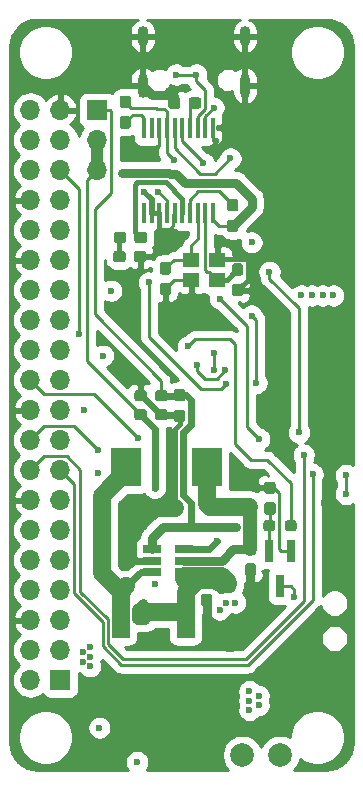
<source format=gbl>
G04 #@! TF.GenerationSoftware,KiCad,Pcbnew,(5.1.4)-1*
G04 #@! TF.CreationDate,2021-02-22T09:31:14+01:00*
G04 #@! TF.ProjectId,rgb_lcd_pihat,7267625f-6c63-4645-9f70-696861742e6b,rev?*
G04 #@! TF.SameCoordinates,Original*
G04 #@! TF.FileFunction,Copper,L4,Bot*
G04 #@! TF.FilePolarity,Positive*
%FSLAX46Y46*%
G04 Gerber Fmt 4.6, Leading zero omitted, Abs format (unit mm)*
G04 Created by KiCad (PCBNEW (5.1.4)-1) date 2021-02-22 09:31:14*
%MOMM*%
%LPD*%
G04 APERTURE LIST*
%ADD10C,0.100000*%
%ADD11C,0.950000*%
%ADD12C,2.000000*%
%ADD13R,0.800000X1.900000*%
%ADD14O,0.900000X1.700000*%
%ADD15O,0.900000X2.000000*%
%ADD16R,1.400000X1.200000*%
%ADD17R,1.700000X1.700000*%
%ADD18O,1.700000X1.700000*%
%ADD19R,1.500000X2.400000*%
%ADD20R,0.450000X1.750000*%
%ADD21R,1.560000X0.650000*%
%ADD22R,2.500000X3.300000*%
%ADD23C,0.600000*%
%ADD24C,0.600000*%
%ADD25C,0.750000*%
%ADD26C,0.400000*%
%ADD27C,0.250000*%
%ADD28C,1.000000*%
%ADD29C,1.500000*%
%ADD30C,1.200000*%
%ADD31C,0.127000*%
%ADD32C,0.254000*%
G04 APERTURE END LIST*
D10*
G36*
X63010779Y-76601144D02*
G01*
X63033834Y-76604563D01*
X63056443Y-76610227D01*
X63078387Y-76618079D01*
X63099457Y-76628044D01*
X63119448Y-76640026D01*
X63138168Y-76653910D01*
X63155438Y-76669562D01*
X63171090Y-76686832D01*
X63184974Y-76705552D01*
X63196956Y-76725543D01*
X63206921Y-76746613D01*
X63214773Y-76768557D01*
X63220437Y-76791166D01*
X63223856Y-76814221D01*
X63225000Y-76837500D01*
X63225000Y-77412500D01*
X63223856Y-77435779D01*
X63220437Y-77458834D01*
X63214773Y-77481443D01*
X63206921Y-77503387D01*
X63196956Y-77524457D01*
X63184974Y-77544448D01*
X63171090Y-77563168D01*
X63155438Y-77580438D01*
X63138168Y-77596090D01*
X63119448Y-77609974D01*
X63099457Y-77621956D01*
X63078387Y-77631921D01*
X63056443Y-77639773D01*
X63033834Y-77645437D01*
X63010779Y-77648856D01*
X62987500Y-77650000D01*
X62512500Y-77650000D01*
X62489221Y-77648856D01*
X62466166Y-77645437D01*
X62443557Y-77639773D01*
X62421613Y-77631921D01*
X62400543Y-77621956D01*
X62380552Y-77609974D01*
X62361832Y-77596090D01*
X62344562Y-77580438D01*
X62328910Y-77563168D01*
X62315026Y-77544448D01*
X62303044Y-77524457D01*
X62293079Y-77503387D01*
X62285227Y-77481443D01*
X62279563Y-77458834D01*
X62276144Y-77435779D01*
X62275000Y-77412500D01*
X62275000Y-76837500D01*
X62276144Y-76814221D01*
X62279563Y-76791166D01*
X62285227Y-76768557D01*
X62293079Y-76746613D01*
X62303044Y-76725543D01*
X62315026Y-76705552D01*
X62328910Y-76686832D01*
X62344562Y-76669562D01*
X62361832Y-76653910D01*
X62380552Y-76640026D01*
X62400543Y-76628044D01*
X62421613Y-76618079D01*
X62443557Y-76610227D01*
X62466166Y-76604563D01*
X62489221Y-76601144D01*
X62512500Y-76600000D01*
X62987500Y-76600000D01*
X63010779Y-76601144D01*
X63010779Y-76601144D01*
G37*
D11*
X62750000Y-77125000D03*
D10*
G36*
X63010779Y-74851144D02*
G01*
X63033834Y-74854563D01*
X63056443Y-74860227D01*
X63078387Y-74868079D01*
X63099457Y-74878044D01*
X63119448Y-74890026D01*
X63138168Y-74903910D01*
X63155438Y-74919562D01*
X63171090Y-74936832D01*
X63184974Y-74955552D01*
X63196956Y-74975543D01*
X63206921Y-74996613D01*
X63214773Y-75018557D01*
X63220437Y-75041166D01*
X63223856Y-75064221D01*
X63225000Y-75087500D01*
X63225000Y-75662500D01*
X63223856Y-75685779D01*
X63220437Y-75708834D01*
X63214773Y-75731443D01*
X63206921Y-75753387D01*
X63196956Y-75774457D01*
X63184974Y-75794448D01*
X63171090Y-75813168D01*
X63155438Y-75830438D01*
X63138168Y-75846090D01*
X63119448Y-75859974D01*
X63099457Y-75871956D01*
X63078387Y-75881921D01*
X63056443Y-75889773D01*
X63033834Y-75895437D01*
X63010779Y-75898856D01*
X62987500Y-75900000D01*
X62512500Y-75900000D01*
X62489221Y-75898856D01*
X62466166Y-75895437D01*
X62443557Y-75889773D01*
X62421613Y-75881921D01*
X62400543Y-75871956D01*
X62380552Y-75859974D01*
X62361832Y-75846090D01*
X62344562Y-75830438D01*
X62328910Y-75813168D01*
X62315026Y-75794448D01*
X62303044Y-75774457D01*
X62293079Y-75753387D01*
X62285227Y-75731443D01*
X62279563Y-75708834D01*
X62276144Y-75685779D01*
X62275000Y-75662500D01*
X62275000Y-75087500D01*
X62276144Y-75064221D01*
X62279563Y-75041166D01*
X62285227Y-75018557D01*
X62293079Y-74996613D01*
X62303044Y-74975543D01*
X62315026Y-74955552D01*
X62328910Y-74936832D01*
X62344562Y-74919562D01*
X62361832Y-74903910D01*
X62380552Y-74890026D01*
X62400543Y-74878044D01*
X62421613Y-74868079D01*
X62443557Y-74860227D01*
X62466166Y-74854563D01*
X62489221Y-74851144D01*
X62512500Y-74850000D01*
X62987500Y-74850000D01*
X63010779Y-74851144D01*
X63010779Y-74851144D01*
G37*
D11*
X62750000Y-75375000D03*
D12*
X63600000Y-98000000D03*
X60400000Y-98000000D03*
D10*
G36*
X64785779Y-78126144D02*
G01*
X64808834Y-78129563D01*
X64831443Y-78135227D01*
X64853387Y-78143079D01*
X64874457Y-78153044D01*
X64894448Y-78165026D01*
X64913168Y-78178910D01*
X64930438Y-78194562D01*
X64946090Y-78211832D01*
X64959974Y-78230552D01*
X64971956Y-78250543D01*
X64981921Y-78271613D01*
X64989773Y-78293557D01*
X64995437Y-78316166D01*
X64998856Y-78339221D01*
X65000000Y-78362500D01*
X65000000Y-78837500D01*
X64998856Y-78860779D01*
X64995437Y-78883834D01*
X64989773Y-78906443D01*
X64981921Y-78928387D01*
X64971956Y-78949457D01*
X64959974Y-78969448D01*
X64946090Y-78988168D01*
X64930438Y-79005438D01*
X64913168Y-79021090D01*
X64894448Y-79034974D01*
X64874457Y-79046956D01*
X64853387Y-79056921D01*
X64831443Y-79064773D01*
X64808834Y-79070437D01*
X64785779Y-79073856D01*
X64762500Y-79075000D01*
X64262500Y-79075000D01*
X64239221Y-79073856D01*
X64216166Y-79070437D01*
X64193557Y-79064773D01*
X64171613Y-79056921D01*
X64150543Y-79046956D01*
X64130552Y-79034974D01*
X64111832Y-79021090D01*
X64094562Y-79005438D01*
X64078910Y-78988168D01*
X64065026Y-78969448D01*
X64053044Y-78949457D01*
X64043079Y-78928387D01*
X64035227Y-78906443D01*
X64029563Y-78883834D01*
X64026144Y-78860779D01*
X64025000Y-78837500D01*
X64025000Y-78362500D01*
X64026144Y-78339221D01*
X64029563Y-78316166D01*
X64035227Y-78293557D01*
X64043079Y-78271613D01*
X64053044Y-78250543D01*
X64065026Y-78230552D01*
X64078910Y-78211832D01*
X64094562Y-78194562D01*
X64111832Y-78178910D01*
X64130552Y-78165026D01*
X64150543Y-78153044D01*
X64171613Y-78143079D01*
X64193557Y-78135227D01*
X64216166Y-78129563D01*
X64239221Y-78126144D01*
X64262500Y-78125000D01*
X64762500Y-78125000D01*
X64785779Y-78126144D01*
X64785779Y-78126144D01*
G37*
D11*
X64512500Y-78600000D03*
D10*
G36*
X62960779Y-78126144D02*
G01*
X62983834Y-78129563D01*
X63006443Y-78135227D01*
X63028387Y-78143079D01*
X63049457Y-78153044D01*
X63069448Y-78165026D01*
X63088168Y-78178910D01*
X63105438Y-78194562D01*
X63121090Y-78211832D01*
X63134974Y-78230552D01*
X63146956Y-78250543D01*
X63156921Y-78271613D01*
X63164773Y-78293557D01*
X63170437Y-78316166D01*
X63173856Y-78339221D01*
X63175000Y-78362500D01*
X63175000Y-78837500D01*
X63173856Y-78860779D01*
X63170437Y-78883834D01*
X63164773Y-78906443D01*
X63156921Y-78928387D01*
X63146956Y-78949457D01*
X63134974Y-78969448D01*
X63121090Y-78988168D01*
X63105438Y-79005438D01*
X63088168Y-79021090D01*
X63069448Y-79034974D01*
X63049457Y-79046956D01*
X63028387Y-79056921D01*
X63006443Y-79064773D01*
X62983834Y-79070437D01*
X62960779Y-79073856D01*
X62937500Y-79075000D01*
X62437500Y-79075000D01*
X62414221Y-79073856D01*
X62391166Y-79070437D01*
X62368557Y-79064773D01*
X62346613Y-79056921D01*
X62325543Y-79046956D01*
X62305552Y-79034974D01*
X62286832Y-79021090D01*
X62269562Y-79005438D01*
X62253910Y-78988168D01*
X62240026Y-78969448D01*
X62228044Y-78949457D01*
X62218079Y-78928387D01*
X62210227Y-78906443D01*
X62204563Y-78883834D01*
X62201144Y-78860779D01*
X62200000Y-78837500D01*
X62200000Y-78362500D01*
X62201144Y-78339221D01*
X62204563Y-78316166D01*
X62210227Y-78293557D01*
X62218079Y-78271613D01*
X62228044Y-78250543D01*
X62240026Y-78230552D01*
X62253910Y-78211832D01*
X62269562Y-78194562D01*
X62286832Y-78178910D01*
X62305552Y-78165026D01*
X62325543Y-78153044D01*
X62346613Y-78143079D01*
X62368557Y-78135227D01*
X62391166Y-78129563D01*
X62414221Y-78126144D01*
X62437500Y-78125000D01*
X62937500Y-78125000D01*
X62960779Y-78126144D01*
X62960779Y-78126144D01*
G37*
D11*
X62687500Y-78600000D03*
D13*
X63600000Y-83700000D03*
X64550000Y-80700000D03*
X62650000Y-80700000D03*
D14*
X51980000Y-37160000D03*
X60620000Y-37160000D03*
D15*
X51980000Y-41330000D03*
X60620000Y-41330000D03*
D10*
G36*
X50760779Y-42176144D02*
G01*
X50783834Y-42179563D01*
X50806443Y-42185227D01*
X50828387Y-42193079D01*
X50849457Y-42203044D01*
X50869448Y-42215026D01*
X50888168Y-42228910D01*
X50905438Y-42244562D01*
X50921090Y-42261832D01*
X50934974Y-42280552D01*
X50946956Y-42300543D01*
X50956921Y-42321613D01*
X50964773Y-42343557D01*
X50970437Y-42366166D01*
X50973856Y-42389221D01*
X50975000Y-42412500D01*
X50975000Y-42987500D01*
X50973856Y-43010779D01*
X50970437Y-43033834D01*
X50964773Y-43056443D01*
X50956921Y-43078387D01*
X50946956Y-43099457D01*
X50934974Y-43119448D01*
X50921090Y-43138168D01*
X50905438Y-43155438D01*
X50888168Y-43171090D01*
X50869448Y-43184974D01*
X50849457Y-43196956D01*
X50828387Y-43206921D01*
X50806443Y-43214773D01*
X50783834Y-43220437D01*
X50760779Y-43223856D01*
X50737500Y-43225000D01*
X50262500Y-43225000D01*
X50239221Y-43223856D01*
X50216166Y-43220437D01*
X50193557Y-43214773D01*
X50171613Y-43206921D01*
X50150543Y-43196956D01*
X50130552Y-43184974D01*
X50111832Y-43171090D01*
X50094562Y-43155438D01*
X50078910Y-43138168D01*
X50065026Y-43119448D01*
X50053044Y-43099457D01*
X50043079Y-43078387D01*
X50035227Y-43056443D01*
X50029563Y-43033834D01*
X50026144Y-43010779D01*
X50025000Y-42987500D01*
X50025000Y-42412500D01*
X50026144Y-42389221D01*
X50029563Y-42366166D01*
X50035227Y-42343557D01*
X50043079Y-42321613D01*
X50053044Y-42300543D01*
X50065026Y-42280552D01*
X50078910Y-42261832D01*
X50094562Y-42244562D01*
X50111832Y-42228910D01*
X50130552Y-42215026D01*
X50150543Y-42203044D01*
X50171613Y-42193079D01*
X50193557Y-42185227D01*
X50216166Y-42179563D01*
X50239221Y-42176144D01*
X50262500Y-42175000D01*
X50737500Y-42175000D01*
X50760779Y-42176144D01*
X50760779Y-42176144D01*
G37*
D11*
X50500000Y-42700000D03*
D10*
G36*
X50760779Y-43926144D02*
G01*
X50783834Y-43929563D01*
X50806443Y-43935227D01*
X50828387Y-43943079D01*
X50849457Y-43953044D01*
X50869448Y-43965026D01*
X50888168Y-43978910D01*
X50905438Y-43994562D01*
X50921090Y-44011832D01*
X50934974Y-44030552D01*
X50946956Y-44050543D01*
X50956921Y-44071613D01*
X50964773Y-44093557D01*
X50970437Y-44116166D01*
X50973856Y-44139221D01*
X50975000Y-44162500D01*
X50975000Y-44737500D01*
X50973856Y-44760779D01*
X50970437Y-44783834D01*
X50964773Y-44806443D01*
X50956921Y-44828387D01*
X50946956Y-44849457D01*
X50934974Y-44869448D01*
X50921090Y-44888168D01*
X50905438Y-44905438D01*
X50888168Y-44921090D01*
X50869448Y-44934974D01*
X50849457Y-44946956D01*
X50828387Y-44956921D01*
X50806443Y-44964773D01*
X50783834Y-44970437D01*
X50760779Y-44973856D01*
X50737500Y-44975000D01*
X50262500Y-44975000D01*
X50239221Y-44973856D01*
X50216166Y-44970437D01*
X50193557Y-44964773D01*
X50171613Y-44956921D01*
X50150543Y-44946956D01*
X50130552Y-44934974D01*
X50111832Y-44921090D01*
X50094562Y-44905438D01*
X50078910Y-44888168D01*
X50065026Y-44869448D01*
X50053044Y-44849457D01*
X50043079Y-44828387D01*
X50035227Y-44806443D01*
X50029563Y-44783834D01*
X50026144Y-44760779D01*
X50025000Y-44737500D01*
X50025000Y-44162500D01*
X50026144Y-44139221D01*
X50029563Y-44116166D01*
X50035227Y-44093557D01*
X50043079Y-44071613D01*
X50053044Y-44050543D01*
X50065026Y-44030552D01*
X50078910Y-44011832D01*
X50094562Y-43994562D01*
X50111832Y-43978910D01*
X50130552Y-43965026D01*
X50150543Y-43953044D01*
X50171613Y-43943079D01*
X50193557Y-43935227D01*
X50216166Y-43929563D01*
X50239221Y-43926144D01*
X50262500Y-43925000D01*
X50737500Y-43925000D01*
X50760779Y-43926144D01*
X50760779Y-43926144D01*
G37*
D11*
X50500000Y-44450000D03*
D16*
X56100000Y-57800000D03*
X58300000Y-57800000D03*
X58300000Y-56100000D03*
X56100000Y-56100000D03*
D17*
X45000000Y-91660000D03*
D18*
X42460000Y-91660000D03*
X45000000Y-89120000D03*
X42460000Y-89120000D03*
X45000000Y-86580000D03*
X42460000Y-86580000D03*
X45000000Y-84040000D03*
X42460000Y-84040000D03*
X45000000Y-81500000D03*
X42460000Y-81500000D03*
X45000000Y-78960000D03*
X42460000Y-78960000D03*
X45000000Y-76420000D03*
X42460000Y-76420000D03*
X45000000Y-73880000D03*
X42460000Y-73880000D03*
X45000000Y-71340000D03*
X42460000Y-71340000D03*
X45000000Y-68800000D03*
X42460000Y-68800000D03*
X45000000Y-66260000D03*
X42460000Y-66260000D03*
X45000000Y-63720000D03*
X42460000Y-63720000D03*
X45000000Y-61180000D03*
X42460000Y-61180000D03*
X45000000Y-58640000D03*
X42460000Y-58640000D03*
X45000000Y-56100000D03*
X42460000Y-56100000D03*
X45000000Y-53560000D03*
X42460000Y-53560000D03*
X45000000Y-51020000D03*
X42460000Y-51020000D03*
X45000000Y-48480000D03*
X42460000Y-48480000D03*
X45000000Y-45940000D03*
X42460000Y-45940000D03*
X45000000Y-43400000D03*
X42460000Y-43400000D03*
X48100000Y-48500000D03*
X48100000Y-45960000D03*
D17*
X48100000Y-43420000D03*
D10*
G36*
X52110779Y-67126144D02*
G01*
X52133834Y-67129563D01*
X52156443Y-67135227D01*
X52178387Y-67143079D01*
X52199457Y-67153044D01*
X52219448Y-67165026D01*
X52238168Y-67178910D01*
X52255438Y-67194562D01*
X52271090Y-67211832D01*
X52284974Y-67230552D01*
X52296956Y-67250543D01*
X52306921Y-67271613D01*
X52314773Y-67293557D01*
X52320437Y-67316166D01*
X52323856Y-67339221D01*
X52325000Y-67362500D01*
X52325000Y-67837500D01*
X52323856Y-67860779D01*
X52320437Y-67883834D01*
X52314773Y-67906443D01*
X52306921Y-67928387D01*
X52296956Y-67949457D01*
X52284974Y-67969448D01*
X52271090Y-67988168D01*
X52255438Y-68005438D01*
X52238168Y-68021090D01*
X52219448Y-68034974D01*
X52199457Y-68046956D01*
X52178387Y-68056921D01*
X52156443Y-68064773D01*
X52133834Y-68070437D01*
X52110779Y-68073856D01*
X52087500Y-68075000D01*
X51512500Y-68075000D01*
X51489221Y-68073856D01*
X51466166Y-68070437D01*
X51443557Y-68064773D01*
X51421613Y-68056921D01*
X51400543Y-68046956D01*
X51380552Y-68034974D01*
X51361832Y-68021090D01*
X51344562Y-68005438D01*
X51328910Y-67988168D01*
X51315026Y-67969448D01*
X51303044Y-67949457D01*
X51293079Y-67928387D01*
X51285227Y-67906443D01*
X51279563Y-67883834D01*
X51276144Y-67860779D01*
X51275000Y-67837500D01*
X51275000Y-67362500D01*
X51276144Y-67339221D01*
X51279563Y-67316166D01*
X51285227Y-67293557D01*
X51293079Y-67271613D01*
X51303044Y-67250543D01*
X51315026Y-67230552D01*
X51328910Y-67211832D01*
X51344562Y-67194562D01*
X51361832Y-67178910D01*
X51380552Y-67165026D01*
X51400543Y-67153044D01*
X51421613Y-67143079D01*
X51443557Y-67135227D01*
X51466166Y-67129563D01*
X51489221Y-67126144D01*
X51512500Y-67125000D01*
X52087500Y-67125000D01*
X52110779Y-67126144D01*
X52110779Y-67126144D01*
G37*
D11*
X51800000Y-67600000D03*
D10*
G36*
X53860779Y-67126144D02*
G01*
X53883834Y-67129563D01*
X53906443Y-67135227D01*
X53928387Y-67143079D01*
X53949457Y-67153044D01*
X53969448Y-67165026D01*
X53988168Y-67178910D01*
X54005438Y-67194562D01*
X54021090Y-67211832D01*
X54034974Y-67230552D01*
X54046956Y-67250543D01*
X54056921Y-67271613D01*
X54064773Y-67293557D01*
X54070437Y-67316166D01*
X54073856Y-67339221D01*
X54075000Y-67362500D01*
X54075000Y-67837500D01*
X54073856Y-67860779D01*
X54070437Y-67883834D01*
X54064773Y-67906443D01*
X54056921Y-67928387D01*
X54046956Y-67949457D01*
X54034974Y-67969448D01*
X54021090Y-67988168D01*
X54005438Y-68005438D01*
X53988168Y-68021090D01*
X53969448Y-68034974D01*
X53949457Y-68046956D01*
X53928387Y-68056921D01*
X53906443Y-68064773D01*
X53883834Y-68070437D01*
X53860779Y-68073856D01*
X53837500Y-68075000D01*
X53262500Y-68075000D01*
X53239221Y-68073856D01*
X53216166Y-68070437D01*
X53193557Y-68064773D01*
X53171613Y-68056921D01*
X53150543Y-68046956D01*
X53130552Y-68034974D01*
X53111832Y-68021090D01*
X53094562Y-68005438D01*
X53078910Y-67988168D01*
X53065026Y-67969448D01*
X53053044Y-67949457D01*
X53043079Y-67928387D01*
X53035227Y-67906443D01*
X53029563Y-67883834D01*
X53026144Y-67860779D01*
X53025000Y-67837500D01*
X53025000Y-67362500D01*
X53026144Y-67339221D01*
X53029563Y-67316166D01*
X53035227Y-67293557D01*
X53043079Y-67271613D01*
X53053044Y-67250543D01*
X53065026Y-67230552D01*
X53078910Y-67211832D01*
X53094562Y-67194562D01*
X53111832Y-67178910D01*
X53130552Y-67165026D01*
X53150543Y-67153044D01*
X53171613Y-67143079D01*
X53193557Y-67135227D01*
X53216166Y-67129563D01*
X53239221Y-67126144D01*
X53262500Y-67125000D01*
X53837500Y-67125000D01*
X53860779Y-67126144D01*
X53860779Y-67126144D01*
G37*
D11*
X53550000Y-67600000D03*
D10*
G36*
X54160779Y-58026144D02*
G01*
X54183834Y-58029563D01*
X54206443Y-58035227D01*
X54228387Y-58043079D01*
X54249457Y-58053044D01*
X54269448Y-58065026D01*
X54288168Y-58078910D01*
X54305438Y-58094562D01*
X54321090Y-58111832D01*
X54334974Y-58130552D01*
X54346956Y-58150543D01*
X54356921Y-58171613D01*
X54364773Y-58193557D01*
X54370437Y-58216166D01*
X54373856Y-58239221D01*
X54375000Y-58262500D01*
X54375000Y-58837500D01*
X54373856Y-58860779D01*
X54370437Y-58883834D01*
X54364773Y-58906443D01*
X54356921Y-58928387D01*
X54346956Y-58949457D01*
X54334974Y-58969448D01*
X54321090Y-58988168D01*
X54305438Y-59005438D01*
X54288168Y-59021090D01*
X54269448Y-59034974D01*
X54249457Y-59046956D01*
X54228387Y-59056921D01*
X54206443Y-59064773D01*
X54183834Y-59070437D01*
X54160779Y-59073856D01*
X54137500Y-59075000D01*
X53662500Y-59075000D01*
X53639221Y-59073856D01*
X53616166Y-59070437D01*
X53593557Y-59064773D01*
X53571613Y-59056921D01*
X53550543Y-59046956D01*
X53530552Y-59034974D01*
X53511832Y-59021090D01*
X53494562Y-59005438D01*
X53478910Y-58988168D01*
X53465026Y-58969448D01*
X53453044Y-58949457D01*
X53443079Y-58928387D01*
X53435227Y-58906443D01*
X53429563Y-58883834D01*
X53426144Y-58860779D01*
X53425000Y-58837500D01*
X53425000Y-58262500D01*
X53426144Y-58239221D01*
X53429563Y-58216166D01*
X53435227Y-58193557D01*
X53443079Y-58171613D01*
X53453044Y-58150543D01*
X53465026Y-58130552D01*
X53478910Y-58111832D01*
X53494562Y-58094562D01*
X53511832Y-58078910D01*
X53530552Y-58065026D01*
X53550543Y-58053044D01*
X53571613Y-58043079D01*
X53593557Y-58035227D01*
X53616166Y-58029563D01*
X53639221Y-58026144D01*
X53662500Y-58025000D01*
X54137500Y-58025000D01*
X54160779Y-58026144D01*
X54160779Y-58026144D01*
G37*
D11*
X53900000Y-58550000D03*
D10*
G36*
X54160779Y-56276144D02*
G01*
X54183834Y-56279563D01*
X54206443Y-56285227D01*
X54228387Y-56293079D01*
X54249457Y-56303044D01*
X54269448Y-56315026D01*
X54288168Y-56328910D01*
X54305438Y-56344562D01*
X54321090Y-56361832D01*
X54334974Y-56380552D01*
X54346956Y-56400543D01*
X54356921Y-56421613D01*
X54364773Y-56443557D01*
X54370437Y-56466166D01*
X54373856Y-56489221D01*
X54375000Y-56512500D01*
X54375000Y-57087500D01*
X54373856Y-57110779D01*
X54370437Y-57133834D01*
X54364773Y-57156443D01*
X54356921Y-57178387D01*
X54346956Y-57199457D01*
X54334974Y-57219448D01*
X54321090Y-57238168D01*
X54305438Y-57255438D01*
X54288168Y-57271090D01*
X54269448Y-57284974D01*
X54249457Y-57296956D01*
X54228387Y-57306921D01*
X54206443Y-57314773D01*
X54183834Y-57320437D01*
X54160779Y-57323856D01*
X54137500Y-57325000D01*
X53662500Y-57325000D01*
X53639221Y-57323856D01*
X53616166Y-57320437D01*
X53593557Y-57314773D01*
X53571613Y-57306921D01*
X53550543Y-57296956D01*
X53530552Y-57284974D01*
X53511832Y-57271090D01*
X53494562Y-57255438D01*
X53478910Y-57238168D01*
X53465026Y-57219448D01*
X53453044Y-57199457D01*
X53443079Y-57178387D01*
X53435227Y-57156443D01*
X53429563Y-57133834D01*
X53426144Y-57110779D01*
X53425000Y-57087500D01*
X53425000Y-56512500D01*
X53426144Y-56489221D01*
X53429563Y-56466166D01*
X53435227Y-56443557D01*
X53443079Y-56421613D01*
X53453044Y-56400543D01*
X53465026Y-56380552D01*
X53478910Y-56361832D01*
X53494562Y-56344562D01*
X53511832Y-56328910D01*
X53530552Y-56315026D01*
X53550543Y-56303044D01*
X53571613Y-56293079D01*
X53593557Y-56285227D01*
X53616166Y-56279563D01*
X53639221Y-56276144D01*
X53662500Y-56275000D01*
X54137500Y-56275000D01*
X54160779Y-56276144D01*
X54160779Y-56276144D01*
G37*
D11*
X53900000Y-56800000D03*
D10*
G36*
X60260779Y-58126144D02*
G01*
X60283834Y-58129563D01*
X60306443Y-58135227D01*
X60328387Y-58143079D01*
X60349457Y-58153044D01*
X60369448Y-58165026D01*
X60388168Y-58178910D01*
X60405438Y-58194562D01*
X60421090Y-58211832D01*
X60434974Y-58230552D01*
X60446956Y-58250543D01*
X60456921Y-58271613D01*
X60464773Y-58293557D01*
X60470437Y-58316166D01*
X60473856Y-58339221D01*
X60475000Y-58362500D01*
X60475000Y-58937500D01*
X60473856Y-58960779D01*
X60470437Y-58983834D01*
X60464773Y-59006443D01*
X60456921Y-59028387D01*
X60446956Y-59049457D01*
X60434974Y-59069448D01*
X60421090Y-59088168D01*
X60405438Y-59105438D01*
X60388168Y-59121090D01*
X60369448Y-59134974D01*
X60349457Y-59146956D01*
X60328387Y-59156921D01*
X60306443Y-59164773D01*
X60283834Y-59170437D01*
X60260779Y-59173856D01*
X60237500Y-59175000D01*
X59762500Y-59175000D01*
X59739221Y-59173856D01*
X59716166Y-59170437D01*
X59693557Y-59164773D01*
X59671613Y-59156921D01*
X59650543Y-59146956D01*
X59630552Y-59134974D01*
X59611832Y-59121090D01*
X59594562Y-59105438D01*
X59578910Y-59088168D01*
X59565026Y-59069448D01*
X59553044Y-59049457D01*
X59543079Y-59028387D01*
X59535227Y-59006443D01*
X59529563Y-58983834D01*
X59526144Y-58960779D01*
X59525000Y-58937500D01*
X59525000Y-58362500D01*
X59526144Y-58339221D01*
X59529563Y-58316166D01*
X59535227Y-58293557D01*
X59543079Y-58271613D01*
X59553044Y-58250543D01*
X59565026Y-58230552D01*
X59578910Y-58211832D01*
X59594562Y-58194562D01*
X59611832Y-58178910D01*
X59630552Y-58165026D01*
X59650543Y-58153044D01*
X59671613Y-58143079D01*
X59693557Y-58135227D01*
X59716166Y-58129563D01*
X59739221Y-58126144D01*
X59762500Y-58125000D01*
X60237500Y-58125000D01*
X60260779Y-58126144D01*
X60260779Y-58126144D01*
G37*
D11*
X60000000Y-58650000D03*
D10*
G36*
X60260779Y-56376144D02*
G01*
X60283834Y-56379563D01*
X60306443Y-56385227D01*
X60328387Y-56393079D01*
X60349457Y-56403044D01*
X60369448Y-56415026D01*
X60388168Y-56428910D01*
X60405438Y-56444562D01*
X60421090Y-56461832D01*
X60434974Y-56480552D01*
X60446956Y-56500543D01*
X60456921Y-56521613D01*
X60464773Y-56543557D01*
X60470437Y-56566166D01*
X60473856Y-56589221D01*
X60475000Y-56612500D01*
X60475000Y-57187500D01*
X60473856Y-57210779D01*
X60470437Y-57233834D01*
X60464773Y-57256443D01*
X60456921Y-57278387D01*
X60446956Y-57299457D01*
X60434974Y-57319448D01*
X60421090Y-57338168D01*
X60405438Y-57355438D01*
X60388168Y-57371090D01*
X60369448Y-57384974D01*
X60349457Y-57396956D01*
X60328387Y-57406921D01*
X60306443Y-57414773D01*
X60283834Y-57420437D01*
X60260779Y-57423856D01*
X60237500Y-57425000D01*
X59762500Y-57425000D01*
X59739221Y-57423856D01*
X59716166Y-57420437D01*
X59693557Y-57414773D01*
X59671613Y-57406921D01*
X59650543Y-57396956D01*
X59630552Y-57384974D01*
X59611832Y-57371090D01*
X59594562Y-57355438D01*
X59578910Y-57338168D01*
X59565026Y-57319448D01*
X59553044Y-57299457D01*
X59543079Y-57278387D01*
X59535227Y-57256443D01*
X59529563Y-57233834D01*
X59526144Y-57210779D01*
X59525000Y-57187500D01*
X59525000Y-56612500D01*
X59526144Y-56589221D01*
X59529563Y-56566166D01*
X59535227Y-56543557D01*
X59543079Y-56521613D01*
X59553044Y-56500543D01*
X59565026Y-56480552D01*
X59578910Y-56461832D01*
X59594562Y-56444562D01*
X59611832Y-56428910D01*
X59630552Y-56415026D01*
X59650543Y-56403044D01*
X59671613Y-56393079D01*
X59693557Y-56385227D01*
X59716166Y-56379563D01*
X59739221Y-56376144D01*
X59762500Y-56375000D01*
X60237500Y-56375000D01*
X60260779Y-56376144D01*
X60260779Y-56376144D01*
G37*
D11*
X60000000Y-56900000D03*
D10*
G36*
X54960779Y-42326144D02*
G01*
X54983834Y-42329563D01*
X55006443Y-42335227D01*
X55028387Y-42343079D01*
X55049457Y-42353044D01*
X55069448Y-42365026D01*
X55088168Y-42378910D01*
X55105438Y-42394562D01*
X55121090Y-42411832D01*
X55134974Y-42430552D01*
X55146956Y-42450543D01*
X55156921Y-42471613D01*
X55164773Y-42493557D01*
X55170437Y-42516166D01*
X55173856Y-42539221D01*
X55175000Y-42562500D01*
X55175000Y-43037500D01*
X55173856Y-43060779D01*
X55170437Y-43083834D01*
X55164773Y-43106443D01*
X55156921Y-43128387D01*
X55146956Y-43149457D01*
X55134974Y-43169448D01*
X55121090Y-43188168D01*
X55105438Y-43205438D01*
X55088168Y-43221090D01*
X55069448Y-43234974D01*
X55049457Y-43246956D01*
X55028387Y-43256921D01*
X55006443Y-43264773D01*
X54983834Y-43270437D01*
X54960779Y-43273856D01*
X54937500Y-43275000D01*
X54362500Y-43275000D01*
X54339221Y-43273856D01*
X54316166Y-43270437D01*
X54293557Y-43264773D01*
X54271613Y-43256921D01*
X54250543Y-43246956D01*
X54230552Y-43234974D01*
X54211832Y-43221090D01*
X54194562Y-43205438D01*
X54178910Y-43188168D01*
X54165026Y-43169448D01*
X54153044Y-43149457D01*
X54143079Y-43128387D01*
X54135227Y-43106443D01*
X54129563Y-43083834D01*
X54126144Y-43060779D01*
X54125000Y-43037500D01*
X54125000Y-42562500D01*
X54126144Y-42539221D01*
X54129563Y-42516166D01*
X54135227Y-42493557D01*
X54143079Y-42471613D01*
X54153044Y-42450543D01*
X54165026Y-42430552D01*
X54178910Y-42411832D01*
X54194562Y-42394562D01*
X54211832Y-42378910D01*
X54230552Y-42365026D01*
X54250543Y-42353044D01*
X54271613Y-42343079D01*
X54293557Y-42335227D01*
X54316166Y-42329563D01*
X54339221Y-42326144D01*
X54362500Y-42325000D01*
X54937500Y-42325000D01*
X54960779Y-42326144D01*
X54960779Y-42326144D01*
G37*
D11*
X54650000Y-42800000D03*
D10*
G36*
X56710779Y-42326144D02*
G01*
X56733834Y-42329563D01*
X56756443Y-42335227D01*
X56778387Y-42343079D01*
X56799457Y-42353044D01*
X56819448Y-42365026D01*
X56838168Y-42378910D01*
X56855438Y-42394562D01*
X56871090Y-42411832D01*
X56884974Y-42430552D01*
X56896956Y-42450543D01*
X56906921Y-42471613D01*
X56914773Y-42493557D01*
X56920437Y-42516166D01*
X56923856Y-42539221D01*
X56925000Y-42562500D01*
X56925000Y-43037500D01*
X56923856Y-43060779D01*
X56920437Y-43083834D01*
X56914773Y-43106443D01*
X56906921Y-43128387D01*
X56896956Y-43149457D01*
X56884974Y-43169448D01*
X56871090Y-43188168D01*
X56855438Y-43205438D01*
X56838168Y-43221090D01*
X56819448Y-43234974D01*
X56799457Y-43246956D01*
X56778387Y-43256921D01*
X56756443Y-43264773D01*
X56733834Y-43270437D01*
X56710779Y-43273856D01*
X56687500Y-43275000D01*
X56112500Y-43275000D01*
X56089221Y-43273856D01*
X56066166Y-43270437D01*
X56043557Y-43264773D01*
X56021613Y-43256921D01*
X56000543Y-43246956D01*
X55980552Y-43234974D01*
X55961832Y-43221090D01*
X55944562Y-43205438D01*
X55928910Y-43188168D01*
X55915026Y-43169448D01*
X55903044Y-43149457D01*
X55893079Y-43128387D01*
X55885227Y-43106443D01*
X55879563Y-43083834D01*
X55876144Y-43060779D01*
X55875000Y-43037500D01*
X55875000Y-42562500D01*
X55876144Y-42539221D01*
X55879563Y-42516166D01*
X55885227Y-42493557D01*
X55893079Y-42471613D01*
X55903044Y-42450543D01*
X55915026Y-42430552D01*
X55928910Y-42411832D01*
X55944562Y-42394562D01*
X55961832Y-42378910D01*
X55980552Y-42365026D01*
X56000543Y-42353044D01*
X56021613Y-42343079D01*
X56043557Y-42335227D01*
X56066166Y-42329563D01*
X56089221Y-42326144D01*
X56112500Y-42325000D01*
X56687500Y-42325000D01*
X56710779Y-42326144D01*
X56710779Y-42326144D01*
G37*
D11*
X56400000Y-42800000D03*
D10*
G36*
X57660779Y-82626144D02*
G01*
X57683834Y-82629563D01*
X57706443Y-82635227D01*
X57728387Y-82643079D01*
X57749457Y-82653044D01*
X57769448Y-82665026D01*
X57788168Y-82678910D01*
X57805438Y-82694562D01*
X57821090Y-82711832D01*
X57834974Y-82730552D01*
X57846956Y-82750543D01*
X57856921Y-82771613D01*
X57864773Y-82793557D01*
X57870437Y-82816166D01*
X57873856Y-82839221D01*
X57875000Y-82862500D01*
X57875000Y-83437500D01*
X57873856Y-83460779D01*
X57870437Y-83483834D01*
X57864773Y-83506443D01*
X57856921Y-83528387D01*
X57846956Y-83549457D01*
X57834974Y-83569448D01*
X57821090Y-83588168D01*
X57805438Y-83605438D01*
X57788168Y-83621090D01*
X57769448Y-83634974D01*
X57749457Y-83646956D01*
X57728387Y-83656921D01*
X57706443Y-83664773D01*
X57683834Y-83670437D01*
X57660779Y-83673856D01*
X57637500Y-83675000D01*
X57162500Y-83675000D01*
X57139221Y-83673856D01*
X57116166Y-83670437D01*
X57093557Y-83664773D01*
X57071613Y-83656921D01*
X57050543Y-83646956D01*
X57030552Y-83634974D01*
X57011832Y-83621090D01*
X56994562Y-83605438D01*
X56978910Y-83588168D01*
X56965026Y-83569448D01*
X56953044Y-83549457D01*
X56943079Y-83528387D01*
X56935227Y-83506443D01*
X56929563Y-83483834D01*
X56926144Y-83460779D01*
X56925000Y-83437500D01*
X56925000Y-82862500D01*
X56926144Y-82839221D01*
X56929563Y-82816166D01*
X56935227Y-82793557D01*
X56943079Y-82771613D01*
X56953044Y-82750543D01*
X56965026Y-82730552D01*
X56978910Y-82711832D01*
X56994562Y-82694562D01*
X57011832Y-82678910D01*
X57030552Y-82665026D01*
X57050543Y-82653044D01*
X57071613Y-82643079D01*
X57093557Y-82635227D01*
X57116166Y-82629563D01*
X57139221Y-82626144D01*
X57162500Y-82625000D01*
X57637500Y-82625000D01*
X57660779Y-82626144D01*
X57660779Y-82626144D01*
G37*
D11*
X57400000Y-83150000D03*
D10*
G36*
X57660779Y-84376144D02*
G01*
X57683834Y-84379563D01*
X57706443Y-84385227D01*
X57728387Y-84393079D01*
X57749457Y-84403044D01*
X57769448Y-84415026D01*
X57788168Y-84428910D01*
X57805438Y-84444562D01*
X57821090Y-84461832D01*
X57834974Y-84480552D01*
X57846956Y-84500543D01*
X57856921Y-84521613D01*
X57864773Y-84543557D01*
X57870437Y-84566166D01*
X57873856Y-84589221D01*
X57875000Y-84612500D01*
X57875000Y-85187500D01*
X57873856Y-85210779D01*
X57870437Y-85233834D01*
X57864773Y-85256443D01*
X57856921Y-85278387D01*
X57846956Y-85299457D01*
X57834974Y-85319448D01*
X57821090Y-85338168D01*
X57805438Y-85355438D01*
X57788168Y-85371090D01*
X57769448Y-85384974D01*
X57749457Y-85396956D01*
X57728387Y-85406921D01*
X57706443Y-85414773D01*
X57683834Y-85420437D01*
X57660779Y-85423856D01*
X57637500Y-85425000D01*
X57162500Y-85425000D01*
X57139221Y-85423856D01*
X57116166Y-85420437D01*
X57093557Y-85414773D01*
X57071613Y-85406921D01*
X57050543Y-85396956D01*
X57030552Y-85384974D01*
X57011832Y-85371090D01*
X56994562Y-85355438D01*
X56978910Y-85338168D01*
X56965026Y-85319448D01*
X56953044Y-85299457D01*
X56943079Y-85278387D01*
X56935227Y-85256443D01*
X56929563Y-85233834D01*
X56926144Y-85210779D01*
X56925000Y-85187500D01*
X56925000Y-84612500D01*
X56926144Y-84589221D01*
X56929563Y-84566166D01*
X56935227Y-84543557D01*
X56943079Y-84521613D01*
X56953044Y-84500543D01*
X56965026Y-84480552D01*
X56978910Y-84461832D01*
X56994562Y-84444562D01*
X57011832Y-84428910D01*
X57030552Y-84415026D01*
X57050543Y-84403044D01*
X57071613Y-84393079D01*
X57093557Y-84385227D01*
X57116166Y-84379563D01*
X57139221Y-84376144D01*
X57162500Y-84375000D01*
X57637500Y-84375000D01*
X57660779Y-84376144D01*
X57660779Y-84376144D01*
G37*
D11*
X57400000Y-84900000D03*
D10*
G36*
X61360779Y-81776144D02*
G01*
X61383834Y-81779563D01*
X61406443Y-81785227D01*
X61428387Y-81793079D01*
X61449457Y-81803044D01*
X61469448Y-81815026D01*
X61488168Y-81828910D01*
X61505438Y-81844562D01*
X61521090Y-81861832D01*
X61534974Y-81880552D01*
X61546956Y-81900543D01*
X61556921Y-81921613D01*
X61564773Y-81943557D01*
X61570437Y-81966166D01*
X61573856Y-81989221D01*
X61575000Y-82012500D01*
X61575000Y-82587500D01*
X61573856Y-82610779D01*
X61570437Y-82633834D01*
X61564773Y-82656443D01*
X61556921Y-82678387D01*
X61546956Y-82699457D01*
X61534974Y-82719448D01*
X61521090Y-82738168D01*
X61505438Y-82755438D01*
X61488168Y-82771090D01*
X61469448Y-82784974D01*
X61449457Y-82796956D01*
X61428387Y-82806921D01*
X61406443Y-82814773D01*
X61383834Y-82820437D01*
X61360779Y-82823856D01*
X61337500Y-82825000D01*
X60862500Y-82825000D01*
X60839221Y-82823856D01*
X60816166Y-82820437D01*
X60793557Y-82814773D01*
X60771613Y-82806921D01*
X60750543Y-82796956D01*
X60730552Y-82784974D01*
X60711832Y-82771090D01*
X60694562Y-82755438D01*
X60678910Y-82738168D01*
X60665026Y-82719448D01*
X60653044Y-82699457D01*
X60643079Y-82678387D01*
X60635227Y-82656443D01*
X60629563Y-82633834D01*
X60626144Y-82610779D01*
X60625000Y-82587500D01*
X60625000Y-82012500D01*
X60626144Y-81989221D01*
X60629563Y-81966166D01*
X60635227Y-81943557D01*
X60643079Y-81921613D01*
X60653044Y-81900543D01*
X60665026Y-81880552D01*
X60678910Y-81861832D01*
X60694562Y-81844562D01*
X60711832Y-81828910D01*
X60730552Y-81815026D01*
X60750543Y-81803044D01*
X60771613Y-81793079D01*
X60793557Y-81785227D01*
X60816166Y-81779563D01*
X60839221Y-81776144D01*
X60862500Y-81775000D01*
X61337500Y-81775000D01*
X61360779Y-81776144D01*
X61360779Y-81776144D01*
G37*
D11*
X61100000Y-82300000D03*
D10*
G36*
X61360779Y-80026144D02*
G01*
X61383834Y-80029563D01*
X61406443Y-80035227D01*
X61428387Y-80043079D01*
X61449457Y-80053044D01*
X61469448Y-80065026D01*
X61488168Y-80078910D01*
X61505438Y-80094562D01*
X61521090Y-80111832D01*
X61534974Y-80130552D01*
X61546956Y-80150543D01*
X61556921Y-80171613D01*
X61564773Y-80193557D01*
X61570437Y-80216166D01*
X61573856Y-80239221D01*
X61575000Y-80262500D01*
X61575000Y-80837500D01*
X61573856Y-80860779D01*
X61570437Y-80883834D01*
X61564773Y-80906443D01*
X61556921Y-80928387D01*
X61546956Y-80949457D01*
X61534974Y-80969448D01*
X61521090Y-80988168D01*
X61505438Y-81005438D01*
X61488168Y-81021090D01*
X61469448Y-81034974D01*
X61449457Y-81046956D01*
X61428387Y-81056921D01*
X61406443Y-81064773D01*
X61383834Y-81070437D01*
X61360779Y-81073856D01*
X61337500Y-81075000D01*
X60862500Y-81075000D01*
X60839221Y-81073856D01*
X60816166Y-81070437D01*
X60793557Y-81064773D01*
X60771613Y-81056921D01*
X60750543Y-81046956D01*
X60730552Y-81034974D01*
X60711832Y-81021090D01*
X60694562Y-81005438D01*
X60678910Y-80988168D01*
X60665026Y-80969448D01*
X60653044Y-80949457D01*
X60643079Y-80928387D01*
X60635227Y-80906443D01*
X60629563Y-80883834D01*
X60626144Y-80860779D01*
X60625000Y-80837500D01*
X60625000Y-80262500D01*
X60626144Y-80239221D01*
X60629563Y-80216166D01*
X60635227Y-80193557D01*
X60643079Y-80171613D01*
X60653044Y-80150543D01*
X60665026Y-80130552D01*
X60678910Y-80111832D01*
X60694562Y-80094562D01*
X60711832Y-80078910D01*
X60730552Y-80065026D01*
X60750543Y-80053044D01*
X60771613Y-80043079D01*
X60793557Y-80035227D01*
X60816166Y-80029563D01*
X60839221Y-80026144D01*
X60862500Y-80025000D01*
X61337500Y-80025000D01*
X61360779Y-80026144D01*
X61360779Y-80026144D01*
G37*
D11*
X61100000Y-80550000D03*
D10*
G36*
X52110779Y-53726144D02*
G01*
X52133834Y-53729563D01*
X52156443Y-53735227D01*
X52178387Y-53743079D01*
X52199457Y-53753044D01*
X52219448Y-53765026D01*
X52238168Y-53778910D01*
X52255438Y-53794562D01*
X52271090Y-53811832D01*
X52284974Y-53830552D01*
X52296956Y-53850543D01*
X52306921Y-53871613D01*
X52314773Y-53893557D01*
X52320437Y-53916166D01*
X52323856Y-53939221D01*
X52325000Y-53962500D01*
X52325000Y-54437500D01*
X52323856Y-54460779D01*
X52320437Y-54483834D01*
X52314773Y-54506443D01*
X52306921Y-54528387D01*
X52296956Y-54549457D01*
X52284974Y-54569448D01*
X52271090Y-54588168D01*
X52255438Y-54605438D01*
X52238168Y-54621090D01*
X52219448Y-54634974D01*
X52199457Y-54646956D01*
X52178387Y-54656921D01*
X52156443Y-54664773D01*
X52133834Y-54670437D01*
X52110779Y-54673856D01*
X52087500Y-54675000D01*
X51512500Y-54675000D01*
X51489221Y-54673856D01*
X51466166Y-54670437D01*
X51443557Y-54664773D01*
X51421613Y-54656921D01*
X51400543Y-54646956D01*
X51380552Y-54634974D01*
X51361832Y-54621090D01*
X51344562Y-54605438D01*
X51328910Y-54588168D01*
X51315026Y-54569448D01*
X51303044Y-54549457D01*
X51293079Y-54528387D01*
X51285227Y-54506443D01*
X51279563Y-54483834D01*
X51276144Y-54460779D01*
X51275000Y-54437500D01*
X51275000Y-53962500D01*
X51276144Y-53939221D01*
X51279563Y-53916166D01*
X51285227Y-53893557D01*
X51293079Y-53871613D01*
X51303044Y-53850543D01*
X51315026Y-53830552D01*
X51328910Y-53811832D01*
X51344562Y-53794562D01*
X51361832Y-53778910D01*
X51380552Y-53765026D01*
X51400543Y-53753044D01*
X51421613Y-53743079D01*
X51443557Y-53735227D01*
X51466166Y-53729563D01*
X51489221Y-53726144D01*
X51512500Y-53725000D01*
X52087500Y-53725000D01*
X52110779Y-53726144D01*
X52110779Y-53726144D01*
G37*
D11*
X51800000Y-54200000D03*
D10*
G36*
X50360779Y-53726144D02*
G01*
X50383834Y-53729563D01*
X50406443Y-53735227D01*
X50428387Y-53743079D01*
X50449457Y-53753044D01*
X50469448Y-53765026D01*
X50488168Y-53778910D01*
X50505438Y-53794562D01*
X50521090Y-53811832D01*
X50534974Y-53830552D01*
X50546956Y-53850543D01*
X50556921Y-53871613D01*
X50564773Y-53893557D01*
X50570437Y-53916166D01*
X50573856Y-53939221D01*
X50575000Y-53962500D01*
X50575000Y-54437500D01*
X50573856Y-54460779D01*
X50570437Y-54483834D01*
X50564773Y-54506443D01*
X50556921Y-54528387D01*
X50546956Y-54549457D01*
X50534974Y-54569448D01*
X50521090Y-54588168D01*
X50505438Y-54605438D01*
X50488168Y-54621090D01*
X50469448Y-54634974D01*
X50449457Y-54646956D01*
X50428387Y-54656921D01*
X50406443Y-54664773D01*
X50383834Y-54670437D01*
X50360779Y-54673856D01*
X50337500Y-54675000D01*
X49762500Y-54675000D01*
X49739221Y-54673856D01*
X49716166Y-54670437D01*
X49693557Y-54664773D01*
X49671613Y-54656921D01*
X49650543Y-54646956D01*
X49630552Y-54634974D01*
X49611832Y-54621090D01*
X49594562Y-54605438D01*
X49578910Y-54588168D01*
X49565026Y-54569448D01*
X49553044Y-54549457D01*
X49543079Y-54528387D01*
X49535227Y-54506443D01*
X49529563Y-54483834D01*
X49526144Y-54460779D01*
X49525000Y-54437500D01*
X49525000Y-53962500D01*
X49526144Y-53939221D01*
X49529563Y-53916166D01*
X49535227Y-53893557D01*
X49543079Y-53871613D01*
X49553044Y-53850543D01*
X49565026Y-53830552D01*
X49578910Y-53811832D01*
X49594562Y-53794562D01*
X49611832Y-53778910D01*
X49630552Y-53765026D01*
X49650543Y-53753044D01*
X49671613Y-53743079D01*
X49693557Y-53735227D01*
X49716166Y-53729563D01*
X49739221Y-53726144D01*
X49762500Y-53725000D01*
X50337500Y-53725000D01*
X50360779Y-53726144D01*
X50360779Y-53726144D01*
G37*
D11*
X50050000Y-54200000D03*
D19*
X55600000Y-86900000D03*
X50100000Y-86900000D03*
D10*
G36*
X50310779Y-55326144D02*
G01*
X50333834Y-55329563D01*
X50356443Y-55335227D01*
X50378387Y-55343079D01*
X50399457Y-55353044D01*
X50419448Y-55365026D01*
X50438168Y-55378910D01*
X50455438Y-55394562D01*
X50471090Y-55411832D01*
X50484974Y-55430552D01*
X50496956Y-55450543D01*
X50506921Y-55471613D01*
X50514773Y-55493557D01*
X50520437Y-55516166D01*
X50523856Y-55539221D01*
X50525000Y-55562500D01*
X50525000Y-56037500D01*
X50523856Y-56060779D01*
X50520437Y-56083834D01*
X50514773Y-56106443D01*
X50506921Y-56128387D01*
X50496956Y-56149457D01*
X50484974Y-56169448D01*
X50471090Y-56188168D01*
X50455438Y-56205438D01*
X50438168Y-56221090D01*
X50419448Y-56234974D01*
X50399457Y-56246956D01*
X50378387Y-56256921D01*
X50356443Y-56264773D01*
X50333834Y-56270437D01*
X50310779Y-56273856D01*
X50287500Y-56275000D01*
X49712500Y-56275000D01*
X49689221Y-56273856D01*
X49666166Y-56270437D01*
X49643557Y-56264773D01*
X49621613Y-56256921D01*
X49600543Y-56246956D01*
X49580552Y-56234974D01*
X49561832Y-56221090D01*
X49544562Y-56205438D01*
X49528910Y-56188168D01*
X49515026Y-56169448D01*
X49503044Y-56149457D01*
X49493079Y-56128387D01*
X49485227Y-56106443D01*
X49479563Y-56083834D01*
X49476144Y-56060779D01*
X49475000Y-56037500D01*
X49475000Y-55562500D01*
X49476144Y-55539221D01*
X49479563Y-55516166D01*
X49485227Y-55493557D01*
X49493079Y-55471613D01*
X49503044Y-55450543D01*
X49515026Y-55430552D01*
X49528910Y-55411832D01*
X49544562Y-55394562D01*
X49561832Y-55378910D01*
X49580552Y-55365026D01*
X49600543Y-55353044D01*
X49621613Y-55343079D01*
X49643557Y-55335227D01*
X49666166Y-55329563D01*
X49689221Y-55326144D01*
X49712500Y-55325000D01*
X50287500Y-55325000D01*
X50310779Y-55326144D01*
X50310779Y-55326144D01*
G37*
D11*
X50000000Y-55800000D03*
D10*
G36*
X52060779Y-55326144D02*
G01*
X52083834Y-55329563D01*
X52106443Y-55335227D01*
X52128387Y-55343079D01*
X52149457Y-55353044D01*
X52169448Y-55365026D01*
X52188168Y-55378910D01*
X52205438Y-55394562D01*
X52221090Y-55411832D01*
X52234974Y-55430552D01*
X52246956Y-55450543D01*
X52256921Y-55471613D01*
X52264773Y-55493557D01*
X52270437Y-55516166D01*
X52273856Y-55539221D01*
X52275000Y-55562500D01*
X52275000Y-56037500D01*
X52273856Y-56060779D01*
X52270437Y-56083834D01*
X52264773Y-56106443D01*
X52256921Y-56128387D01*
X52246956Y-56149457D01*
X52234974Y-56169448D01*
X52221090Y-56188168D01*
X52205438Y-56205438D01*
X52188168Y-56221090D01*
X52169448Y-56234974D01*
X52149457Y-56246956D01*
X52128387Y-56256921D01*
X52106443Y-56264773D01*
X52083834Y-56270437D01*
X52060779Y-56273856D01*
X52037500Y-56275000D01*
X51462500Y-56275000D01*
X51439221Y-56273856D01*
X51416166Y-56270437D01*
X51393557Y-56264773D01*
X51371613Y-56256921D01*
X51350543Y-56246956D01*
X51330552Y-56234974D01*
X51311832Y-56221090D01*
X51294562Y-56205438D01*
X51278910Y-56188168D01*
X51265026Y-56169448D01*
X51253044Y-56149457D01*
X51243079Y-56128387D01*
X51235227Y-56106443D01*
X51229563Y-56083834D01*
X51226144Y-56060779D01*
X51225000Y-56037500D01*
X51225000Y-55562500D01*
X51226144Y-55539221D01*
X51229563Y-55516166D01*
X51235227Y-55493557D01*
X51243079Y-55471613D01*
X51253044Y-55450543D01*
X51265026Y-55430552D01*
X51278910Y-55411832D01*
X51294562Y-55394562D01*
X51311832Y-55378910D01*
X51330552Y-55365026D01*
X51350543Y-55353044D01*
X51371613Y-55343079D01*
X51393557Y-55335227D01*
X51416166Y-55329563D01*
X51439221Y-55326144D01*
X51462500Y-55325000D01*
X52037500Y-55325000D01*
X52060779Y-55326144D01*
X52060779Y-55326144D01*
G37*
D11*
X51750000Y-55800000D03*
D10*
G36*
X59860779Y-50926144D02*
G01*
X59883834Y-50929563D01*
X59906443Y-50935227D01*
X59928387Y-50943079D01*
X59949457Y-50953044D01*
X59969448Y-50965026D01*
X59988168Y-50978910D01*
X60005438Y-50994562D01*
X60021090Y-51011832D01*
X60034974Y-51030552D01*
X60046956Y-51050543D01*
X60056921Y-51071613D01*
X60064773Y-51093557D01*
X60070437Y-51116166D01*
X60073856Y-51139221D01*
X60075000Y-51162500D01*
X60075000Y-51737500D01*
X60073856Y-51760779D01*
X60070437Y-51783834D01*
X60064773Y-51806443D01*
X60056921Y-51828387D01*
X60046956Y-51849457D01*
X60034974Y-51869448D01*
X60021090Y-51888168D01*
X60005438Y-51905438D01*
X59988168Y-51921090D01*
X59969448Y-51934974D01*
X59949457Y-51946956D01*
X59928387Y-51956921D01*
X59906443Y-51964773D01*
X59883834Y-51970437D01*
X59860779Y-51973856D01*
X59837500Y-51975000D01*
X59362500Y-51975000D01*
X59339221Y-51973856D01*
X59316166Y-51970437D01*
X59293557Y-51964773D01*
X59271613Y-51956921D01*
X59250543Y-51946956D01*
X59230552Y-51934974D01*
X59211832Y-51921090D01*
X59194562Y-51905438D01*
X59178910Y-51888168D01*
X59165026Y-51869448D01*
X59153044Y-51849457D01*
X59143079Y-51828387D01*
X59135227Y-51806443D01*
X59129563Y-51783834D01*
X59126144Y-51760779D01*
X59125000Y-51737500D01*
X59125000Y-51162500D01*
X59126144Y-51139221D01*
X59129563Y-51116166D01*
X59135227Y-51093557D01*
X59143079Y-51071613D01*
X59153044Y-51050543D01*
X59165026Y-51030552D01*
X59178910Y-51011832D01*
X59194562Y-50994562D01*
X59211832Y-50978910D01*
X59230552Y-50965026D01*
X59250543Y-50953044D01*
X59271613Y-50943079D01*
X59293557Y-50935227D01*
X59316166Y-50929563D01*
X59339221Y-50926144D01*
X59362500Y-50925000D01*
X59837500Y-50925000D01*
X59860779Y-50926144D01*
X59860779Y-50926144D01*
G37*
D11*
X59600000Y-51450000D03*
D10*
G36*
X59860779Y-52676144D02*
G01*
X59883834Y-52679563D01*
X59906443Y-52685227D01*
X59928387Y-52693079D01*
X59949457Y-52703044D01*
X59969448Y-52715026D01*
X59988168Y-52728910D01*
X60005438Y-52744562D01*
X60021090Y-52761832D01*
X60034974Y-52780552D01*
X60046956Y-52800543D01*
X60056921Y-52821613D01*
X60064773Y-52843557D01*
X60070437Y-52866166D01*
X60073856Y-52889221D01*
X60075000Y-52912500D01*
X60075000Y-53487500D01*
X60073856Y-53510779D01*
X60070437Y-53533834D01*
X60064773Y-53556443D01*
X60056921Y-53578387D01*
X60046956Y-53599457D01*
X60034974Y-53619448D01*
X60021090Y-53638168D01*
X60005438Y-53655438D01*
X59988168Y-53671090D01*
X59969448Y-53684974D01*
X59949457Y-53696956D01*
X59928387Y-53706921D01*
X59906443Y-53714773D01*
X59883834Y-53720437D01*
X59860779Y-53723856D01*
X59837500Y-53725000D01*
X59362500Y-53725000D01*
X59339221Y-53723856D01*
X59316166Y-53720437D01*
X59293557Y-53714773D01*
X59271613Y-53706921D01*
X59250543Y-53696956D01*
X59230552Y-53684974D01*
X59211832Y-53671090D01*
X59194562Y-53655438D01*
X59178910Y-53638168D01*
X59165026Y-53619448D01*
X59153044Y-53599457D01*
X59143079Y-53578387D01*
X59135227Y-53556443D01*
X59129563Y-53533834D01*
X59126144Y-53510779D01*
X59125000Y-53487500D01*
X59125000Y-52912500D01*
X59126144Y-52889221D01*
X59129563Y-52866166D01*
X59135227Y-52843557D01*
X59143079Y-52821613D01*
X59153044Y-52800543D01*
X59165026Y-52780552D01*
X59178910Y-52761832D01*
X59194562Y-52744562D01*
X59211832Y-52728910D01*
X59230552Y-52715026D01*
X59250543Y-52703044D01*
X59271613Y-52693079D01*
X59293557Y-52685227D01*
X59316166Y-52679563D01*
X59339221Y-52676144D01*
X59362500Y-52675000D01*
X59837500Y-52675000D01*
X59860779Y-52676144D01*
X59860779Y-52676144D01*
G37*
D11*
X59600000Y-53200000D03*
D10*
G36*
X55360779Y-68776144D02*
G01*
X55383834Y-68779563D01*
X55406443Y-68785227D01*
X55428387Y-68793079D01*
X55449457Y-68803044D01*
X55469448Y-68815026D01*
X55488168Y-68828910D01*
X55505438Y-68844562D01*
X55521090Y-68861832D01*
X55534974Y-68880552D01*
X55546956Y-68900543D01*
X55556921Y-68921613D01*
X55564773Y-68943557D01*
X55570437Y-68966166D01*
X55573856Y-68989221D01*
X55575000Y-69012500D01*
X55575000Y-69587500D01*
X55573856Y-69610779D01*
X55570437Y-69633834D01*
X55564773Y-69656443D01*
X55556921Y-69678387D01*
X55546956Y-69699457D01*
X55534974Y-69719448D01*
X55521090Y-69738168D01*
X55505438Y-69755438D01*
X55488168Y-69771090D01*
X55469448Y-69784974D01*
X55449457Y-69796956D01*
X55428387Y-69806921D01*
X55406443Y-69814773D01*
X55383834Y-69820437D01*
X55360779Y-69823856D01*
X55337500Y-69825000D01*
X54862500Y-69825000D01*
X54839221Y-69823856D01*
X54816166Y-69820437D01*
X54793557Y-69814773D01*
X54771613Y-69806921D01*
X54750543Y-69796956D01*
X54730552Y-69784974D01*
X54711832Y-69771090D01*
X54694562Y-69755438D01*
X54678910Y-69738168D01*
X54665026Y-69719448D01*
X54653044Y-69699457D01*
X54643079Y-69678387D01*
X54635227Y-69656443D01*
X54629563Y-69633834D01*
X54626144Y-69610779D01*
X54625000Y-69587500D01*
X54625000Y-69012500D01*
X54626144Y-68989221D01*
X54629563Y-68966166D01*
X54635227Y-68943557D01*
X54643079Y-68921613D01*
X54653044Y-68900543D01*
X54665026Y-68880552D01*
X54678910Y-68861832D01*
X54694562Y-68844562D01*
X54711832Y-68828910D01*
X54730552Y-68815026D01*
X54750543Y-68803044D01*
X54771613Y-68793079D01*
X54793557Y-68785227D01*
X54816166Y-68779563D01*
X54839221Y-68776144D01*
X54862500Y-68775000D01*
X55337500Y-68775000D01*
X55360779Y-68776144D01*
X55360779Y-68776144D01*
G37*
D11*
X55100000Y-69300000D03*
D10*
G36*
X55360779Y-67026144D02*
G01*
X55383834Y-67029563D01*
X55406443Y-67035227D01*
X55428387Y-67043079D01*
X55449457Y-67053044D01*
X55469448Y-67065026D01*
X55488168Y-67078910D01*
X55505438Y-67094562D01*
X55521090Y-67111832D01*
X55534974Y-67130552D01*
X55546956Y-67150543D01*
X55556921Y-67171613D01*
X55564773Y-67193557D01*
X55570437Y-67216166D01*
X55573856Y-67239221D01*
X55575000Y-67262500D01*
X55575000Y-67837500D01*
X55573856Y-67860779D01*
X55570437Y-67883834D01*
X55564773Y-67906443D01*
X55556921Y-67928387D01*
X55546956Y-67949457D01*
X55534974Y-67969448D01*
X55521090Y-67988168D01*
X55505438Y-68005438D01*
X55488168Y-68021090D01*
X55469448Y-68034974D01*
X55449457Y-68046956D01*
X55428387Y-68056921D01*
X55406443Y-68064773D01*
X55383834Y-68070437D01*
X55360779Y-68073856D01*
X55337500Y-68075000D01*
X54862500Y-68075000D01*
X54839221Y-68073856D01*
X54816166Y-68070437D01*
X54793557Y-68064773D01*
X54771613Y-68056921D01*
X54750543Y-68046956D01*
X54730552Y-68034974D01*
X54711832Y-68021090D01*
X54694562Y-68005438D01*
X54678910Y-67988168D01*
X54665026Y-67969448D01*
X54653044Y-67949457D01*
X54643079Y-67928387D01*
X54635227Y-67906443D01*
X54629563Y-67883834D01*
X54626144Y-67860779D01*
X54625000Y-67837500D01*
X54625000Y-67262500D01*
X54626144Y-67239221D01*
X54629563Y-67216166D01*
X54635227Y-67193557D01*
X54643079Y-67171613D01*
X54653044Y-67150543D01*
X54665026Y-67130552D01*
X54678910Y-67111832D01*
X54694562Y-67094562D01*
X54711832Y-67078910D01*
X54730552Y-67065026D01*
X54750543Y-67053044D01*
X54771613Y-67043079D01*
X54793557Y-67035227D01*
X54816166Y-67029563D01*
X54839221Y-67026144D01*
X54862500Y-67025000D01*
X55337500Y-67025000D01*
X55360779Y-67026144D01*
X55360779Y-67026144D01*
G37*
D11*
X55100000Y-67550000D03*
D10*
G36*
X52110779Y-68726144D02*
G01*
X52133834Y-68729563D01*
X52156443Y-68735227D01*
X52178387Y-68743079D01*
X52199457Y-68753044D01*
X52219448Y-68765026D01*
X52238168Y-68778910D01*
X52255438Y-68794562D01*
X52271090Y-68811832D01*
X52284974Y-68830552D01*
X52296956Y-68850543D01*
X52306921Y-68871613D01*
X52314773Y-68893557D01*
X52320437Y-68916166D01*
X52323856Y-68939221D01*
X52325000Y-68962500D01*
X52325000Y-69437500D01*
X52323856Y-69460779D01*
X52320437Y-69483834D01*
X52314773Y-69506443D01*
X52306921Y-69528387D01*
X52296956Y-69549457D01*
X52284974Y-69569448D01*
X52271090Y-69588168D01*
X52255438Y-69605438D01*
X52238168Y-69621090D01*
X52219448Y-69634974D01*
X52199457Y-69646956D01*
X52178387Y-69656921D01*
X52156443Y-69664773D01*
X52133834Y-69670437D01*
X52110779Y-69673856D01*
X52087500Y-69675000D01*
X51512500Y-69675000D01*
X51489221Y-69673856D01*
X51466166Y-69670437D01*
X51443557Y-69664773D01*
X51421613Y-69656921D01*
X51400543Y-69646956D01*
X51380552Y-69634974D01*
X51361832Y-69621090D01*
X51344562Y-69605438D01*
X51328910Y-69588168D01*
X51315026Y-69569448D01*
X51303044Y-69549457D01*
X51293079Y-69528387D01*
X51285227Y-69506443D01*
X51279563Y-69483834D01*
X51276144Y-69460779D01*
X51275000Y-69437500D01*
X51275000Y-68962500D01*
X51276144Y-68939221D01*
X51279563Y-68916166D01*
X51285227Y-68893557D01*
X51293079Y-68871613D01*
X51303044Y-68850543D01*
X51315026Y-68830552D01*
X51328910Y-68811832D01*
X51344562Y-68794562D01*
X51361832Y-68778910D01*
X51380552Y-68765026D01*
X51400543Y-68753044D01*
X51421613Y-68743079D01*
X51443557Y-68735227D01*
X51466166Y-68729563D01*
X51489221Y-68726144D01*
X51512500Y-68725000D01*
X52087500Y-68725000D01*
X52110779Y-68726144D01*
X52110779Y-68726144D01*
G37*
D11*
X51800000Y-69200000D03*
D10*
G36*
X53860779Y-68726144D02*
G01*
X53883834Y-68729563D01*
X53906443Y-68735227D01*
X53928387Y-68743079D01*
X53949457Y-68753044D01*
X53969448Y-68765026D01*
X53988168Y-68778910D01*
X54005438Y-68794562D01*
X54021090Y-68811832D01*
X54034974Y-68830552D01*
X54046956Y-68850543D01*
X54056921Y-68871613D01*
X54064773Y-68893557D01*
X54070437Y-68916166D01*
X54073856Y-68939221D01*
X54075000Y-68962500D01*
X54075000Y-69437500D01*
X54073856Y-69460779D01*
X54070437Y-69483834D01*
X54064773Y-69506443D01*
X54056921Y-69528387D01*
X54046956Y-69549457D01*
X54034974Y-69569448D01*
X54021090Y-69588168D01*
X54005438Y-69605438D01*
X53988168Y-69621090D01*
X53969448Y-69634974D01*
X53949457Y-69646956D01*
X53928387Y-69656921D01*
X53906443Y-69664773D01*
X53883834Y-69670437D01*
X53860779Y-69673856D01*
X53837500Y-69675000D01*
X53262500Y-69675000D01*
X53239221Y-69673856D01*
X53216166Y-69670437D01*
X53193557Y-69664773D01*
X53171613Y-69656921D01*
X53150543Y-69646956D01*
X53130552Y-69634974D01*
X53111832Y-69621090D01*
X53094562Y-69605438D01*
X53078910Y-69588168D01*
X53065026Y-69569448D01*
X53053044Y-69549457D01*
X53043079Y-69528387D01*
X53035227Y-69506443D01*
X53029563Y-69483834D01*
X53026144Y-69460779D01*
X53025000Y-69437500D01*
X53025000Y-68962500D01*
X53026144Y-68939221D01*
X53029563Y-68916166D01*
X53035227Y-68893557D01*
X53043079Y-68871613D01*
X53053044Y-68850543D01*
X53065026Y-68830552D01*
X53078910Y-68811832D01*
X53094562Y-68794562D01*
X53111832Y-68778910D01*
X53130552Y-68765026D01*
X53150543Y-68753044D01*
X53171613Y-68743079D01*
X53193557Y-68735227D01*
X53216166Y-68729563D01*
X53239221Y-68726144D01*
X53262500Y-68725000D01*
X53837500Y-68725000D01*
X53860779Y-68726144D01*
X53860779Y-68726144D01*
G37*
D11*
X53550000Y-69200000D03*
D20*
X57925000Y-52100000D03*
X57275000Y-52100000D03*
X56625000Y-52100000D03*
X55975000Y-52100000D03*
X55325000Y-52100000D03*
X54675000Y-52100000D03*
X54025000Y-52100000D03*
X53375000Y-52100000D03*
X52725000Y-52100000D03*
X52075000Y-52100000D03*
X52075000Y-44900000D03*
X52725000Y-44900000D03*
X53375000Y-44900000D03*
X54025000Y-44900000D03*
X54675000Y-44900000D03*
X55325000Y-44900000D03*
X55975000Y-44900000D03*
X56625000Y-44900000D03*
X57275000Y-44900000D03*
X57925000Y-44900000D03*
D21*
X52800000Y-82500000D03*
X52800000Y-81550000D03*
X52800000Y-80600000D03*
X55500000Y-80600000D03*
X55500000Y-82500000D03*
X55500000Y-81550000D03*
D22*
X57400000Y-73600000D03*
X50600000Y-73600000D03*
D23*
X64600000Y-80600000D03*
X48400000Y-98500000D03*
X49200000Y-93300000D03*
X48800000Y-94100000D03*
X49700000Y-94100000D03*
X50100000Y-93300000D03*
X50600000Y-94100000D03*
X59500000Y-87000000D03*
X59500000Y-87900000D03*
X59500000Y-88800000D03*
X58700000Y-88300000D03*
X58700000Y-87400000D03*
X54700000Y-77100000D03*
X53800000Y-77100000D03*
X52900000Y-77100000D03*
X67700000Y-73800000D03*
X67700000Y-71700000D03*
X67700000Y-69700000D03*
X67700000Y-67700000D03*
X67700000Y-65700000D03*
X67700000Y-63800000D03*
X67700000Y-62700000D03*
X67700000Y-61700000D03*
X52100938Y-50300011D03*
X58194416Y-46049989D03*
X67300000Y-76700000D03*
X53000000Y-46800000D03*
X53900000Y-58500000D03*
X53000000Y-83500000D03*
X56100000Y-57800000D03*
X58300000Y-56100000D03*
X60000000Y-58800000D03*
X48300000Y-95700000D03*
X51500000Y-98600000D03*
X52200000Y-86600000D03*
X52000000Y-85900000D03*
X51450002Y-86500000D03*
X52000000Y-85100000D03*
X50200000Y-48700000D03*
X51100000Y-48700000D03*
X52000000Y-48700000D03*
X58700000Y-82500000D03*
X59300000Y-82900000D03*
X58700000Y-83300000D03*
X59500000Y-83700000D03*
X58700000Y-84100000D03*
X47500000Y-88900000D03*
X46900000Y-89300000D03*
X47500000Y-89700000D03*
X46900000Y-90100000D03*
X47500000Y-90500000D03*
X59400000Y-77000000D03*
X60200000Y-77000000D03*
X61000000Y-77000000D03*
X61100000Y-79500000D03*
X61000000Y-93400000D03*
X61000000Y-92600000D03*
X61800000Y-93000000D03*
X61000000Y-94200000D03*
X61800000Y-93800000D03*
X68100000Y-59100000D03*
X67200000Y-59100000D03*
X66300000Y-59100000D03*
X65400000Y-59100000D03*
X58500000Y-85700000D03*
X59000000Y-85100000D03*
X59800000Y-85100000D03*
X61200000Y-54599990D03*
X49300000Y-58700000D03*
X48600000Y-64200000D03*
X47000002Y-68800000D03*
X48225010Y-74168825D03*
X66354564Y-74224981D03*
X65617887Y-72600000D03*
X48225010Y-72200000D03*
X57977982Y-65424979D03*
X57976151Y-63976169D03*
X51600000Y-71200000D03*
X56531617Y-65004350D03*
X58977681Y-65400009D03*
X61200000Y-60800000D03*
X61600000Y-66500000D03*
X52500000Y-57999988D03*
X59000000Y-66600000D03*
X58500000Y-59374990D03*
X61849998Y-71250000D03*
X62700000Y-57100000D03*
X65200000Y-70700000D03*
X69200000Y-74300000D03*
X69200000Y-75900000D03*
X57100000Y-47900000D03*
X54600000Y-47600000D03*
X59400000Y-47500000D03*
X53300000Y-50300000D03*
X58100000Y-78700000D03*
X59000000Y-78700000D03*
X59900000Y-78700000D03*
X53000000Y-75400000D03*
X56500000Y-40400000D03*
X54800000Y-40400000D03*
X57975020Y-43200000D03*
X46600000Y-62400000D03*
X55800000Y-63400000D03*
X58300000Y-79900000D03*
X64800000Y-84600000D03*
D24*
X51420000Y-81550000D02*
X51370000Y-81500000D01*
X52800000Y-81550000D02*
X51420000Y-81550000D01*
X51370000Y-81500000D02*
X50700000Y-81500000D01*
X55000000Y-69200000D02*
X55100000Y-69300000D01*
X53550000Y-69200000D02*
X55000000Y-69200000D01*
X51950000Y-67600000D02*
X53550000Y-69200000D01*
X51800000Y-67600000D02*
X51950000Y-67600000D01*
D25*
X57400000Y-87000000D02*
X58700000Y-88300000D01*
X57400000Y-84900000D02*
X57400000Y-87000000D01*
D26*
X52800000Y-55800000D02*
X51750000Y-55800000D01*
X53375000Y-55225000D02*
X52800000Y-55800000D01*
D27*
X54650000Y-42800000D02*
X54650000Y-42750000D01*
D26*
X55100000Y-69300000D02*
X55100000Y-70000000D01*
X54700000Y-70400000D02*
X54700000Y-77100000D01*
X55100000Y-70000000D02*
X54700000Y-70400000D01*
X53375000Y-52100000D02*
X53375000Y-54475000D01*
X53375000Y-54475000D02*
X53375000Y-55225000D01*
D27*
X53375000Y-44900000D02*
X53375000Y-45844119D01*
X59800000Y-58650000D02*
X59800000Y-58900000D01*
X54650000Y-57800000D02*
X53900000Y-58550000D01*
X56100000Y-57800000D02*
X54650000Y-57800000D01*
X57925000Y-46025000D02*
X57949989Y-46049989D01*
X57949989Y-46049989D02*
X58194416Y-46049989D01*
X57925000Y-44900000D02*
X57925000Y-46025000D01*
D25*
X54650000Y-42225000D02*
X54525000Y-42100000D01*
X54650000Y-42800000D02*
X54650000Y-42225000D01*
X52750000Y-42100000D02*
X51980000Y-41330000D01*
X54525000Y-42100000D02*
X52750000Y-42100000D01*
D28*
X58700000Y-88300000D02*
X58700000Y-87400000D01*
X59100000Y-87400000D02*
X59500000Y-87000000D01*
X58700000Y-87400000D02*
X59100000Y-87400000D01*
X59500000Y-87000000D02*
X59500000Y-87900000D01*
X59500000Y-88800000D02*
X59500000Y-87900000D01*
X59200000Y-88800000D02*
X58700000Y-88300000D01*
X59500000Y-88800000D02*
X59200000Y-88800000D01*
D26*
X58525010Y-55974990D02*
X60774990Y-55974990D01*
X58300000Y-56100000D02*
X58400000Y-56100000D01*
X58400000Y-56100000D02*
X58525010Y-55974990D01*
X60875010Y-57774990D02*
X60000000Y-58650000D01*
X60875010Y-56075010D02*
X60875010Y-57774990D01*
X60774990Y-55974990D02*
X60875010Y-56075010D01*
D27*
X53375000Y-44900000D02*
X53375000Y-46425000D01*
X53375000Y-46425000D02*
X53000000Y-46800000D01*
X53900000Y-58550000D02*
X53900000Y-58500000D01*
D29*
X51700000Y-77100000D02*
X54700000Y-77100000D01*
X50700000Y-78100000D02*
X51700000Y-77100000D01*
X50700000Y-81500000D02*
X50700000Y-78100000D01*
D27*
X53300000Y-53500000D02*
X53375000Y-53575000D01*
X54310002Y-53500000D02*
X53300000Y-53500000D01*
X54575001Y-53235001D02*
X54310002Y-53500000D01*
X54575001Y-52224999D02*
X54575001Y-53235001D01*
X54675000Y-52125000D02*
X54575001Y-52224999D01*
X53375000Y-53575000D02*
X53375000Y-54475000D01*
X54675000Y-52100000D02*
X54675000Y-52125000D01*
D26*
X52725000Y-50924073D02*
X52100938Y-50300011D01*
X52725000Y-52100000D02*
X52725000Y-50924073D01*
X52700000Y-50899073D02*
X52100938Y-50300011D01*
X52700000Y-52100000D02*
X52700000Y-50899073D01*
X53375000Y-52100000D02*
X52700000Y-52100000D01*
X60000000Y-58650000D02*
X60000000Y-58800000D01*
D25*
X60600000Y-87900000D02*
X59500000Y-87900000D01*
X61100000Y-87400000D02*
X60600000Y-87900000D01*
X61100000Y-82300000D02*
X61100000Y-87400000D01*
D27*
X62750000Y-75375000D02*
X63125000Y-75375000D01*
X63550010Y-75800010D02*
X63550010Y-80550010D01*
X63125000Y-75375000D02*
X63550010Y-75800010D01*
X63900000Y-80700000D02*
X64550000Y-80700000D01*
X63700000Y-80700000D02*
X63900000Y-80700000D01*
X63550010Y-80550010D02*
X63700000Y-80700000D01*
X56625000Y-54325000D02*
X56625000Y-52100000D01*
X56100000Y-54850000D02*
X56625000Y-54325000D01*
X56100000Y-54850000D02*
X56100000Y-56100000D01*
X54600000Y-56100000D02*
X53900000Y-56800000D01*
X56100000Y-56100000D02*
X54600000Y-56100000D01*
X57275000Y-52100000D02*
X57275000Y-54425000D01*
X57275000Y-54425000D02*
X57274999Y-56960001D01*
X58300000Y-57800000D02*
X57600000Y-57100000D01*
X57414998Y-57100000D02*
X57274999Y-56960001D01*
X57600000Y-57100000D02*
X57414998Y-57100000D01*
X58300000Y-57800000D02*
X58900000Y-57800000D01*
D26*
X59100000Y-57800000D02*
X58300000Y-57800000D01*
X60000000Y-56900000D02*
X59100000Y-57800000D01*
D27*
X55975000Y-43225000D02*
X56400000Y-42800000D01*
X55975000Y-44900000D02*
X55975000Y-43225000D01*
D29*
X55600000Y-86900000D02*
X55600000Y-84200000D01*
X55600000Y-84200000D02*
X56650000Y-83150000D01*
D25*
X52200000Y-86100000D02*
X52000000Y-85900000D01*
X52200000Y-86600000D02*
X52200000Y-86100000D01*
X52200000Y-86600000D02*
X51550002Y-86600000D01*
X51550002Y-86600000D02*
X51450002Y-86500000D01*
X52000000Y-85900000D02*
X52000000Y-85100000D01*
X52000000Y-85100000D02*
X51425010Y-85674990D01*
X51450002Y-85699982D02*
X51450002Y-86500000D01*
X51425010Y-85674990D02*
X51450002Y-85699982D01*
D29*
X55223003Y-85900000D02*
X52000000Y-85900000D01*
X55600000Y-85523003D02*
X55223003Y-85900000D01*
X55600000Y-84200000D02*
X55600000Y-85523003D01*
D27*
X57925000Y-52700000D02*
X57925000Y-52100000D01*
X58425000Y-53200000D02*
X57925000Y-52700000D01*
X59600000Y-53200000D02*
X58425000Y-53200000D01*
D25*
X54204996Y-48700000D02*
X50200000Y-48700000D01*
X54279996Y-48775000D02*
X54204996Y-48700000D01*
X61200000Y-51600000D02*
X61200000Y-50906578D01*
X55553289Y-49553289D02*
X54775000Y-48775000D01*
X54775000Y-48775000D02*
X54279996Y-48775000D01*
X61200000Y-50906578D02*
X59846711Y-49553289D01*
X59600000Y-53200000D02*
X61200000Y-51600000D01*
X59846711Y-49553289D02*
X55553289Y-49553289D01*
X55500000Y-81550000D02*
X58650000Y-81550000D01*
X59650000Y-80550000D02*
X61100000Y-80550000D01*
X58650000Y-81550000D02*
X59650000Y-80550000D01*
D29*
X57650000Y-77000000D02*
X59400000Y-77000000D01*
X57400000Y-76750000D02*
X57650000Y-77000000D01*
X57400000Y-73600000D02*
X57400000Y-76750000D01*
D25*
X59650000Y-77250000D02*
X59400000Y-77000000D01*
D29*
X59400000Y-77000000D02*
X60200000Y-77000000D01*
X60200000Y-77000000D02*
X61000000Y-77000000D01*
D25*
X59400000Y-77000000D02*
X61000000Y-77000000D01*
D30*
X61100000Y-77100000D02*
X61000000Y-77000000D01*
D27*
X61100000Y-79500000D02*
X61000000Y-79400000D01*
D30*
X61100000Y-80550000D02*
X61100000Y-79500000D01*
X61100000Y-79500000D02*
X61100000Y-77100000D01*
X61100000Y-79500000D02*
X61100000Y-79500000D01*
D26*
X55325000Y-50898969D02*
X53926032Y-49500001D01*
X53926032Y-49500001D02*
X51515995Y-49500001D01*
X55325000Y-52100000D02*
X55325000Y-50898969D01*
X51515995Y-49500001D02*
X51300928Y-49715068D01*
X51300928Y-49715068D02*
X51300928Y-53700928D01*
X51300928Y-53700928D02*
X51800000Y-54200000D01*
X50000000Y-54250000D02*
X50050000Y-54200000D01*
X50000000Y-55800000D02*
X50000000Y-54250000D01*
D24*
X52800000Y-82500000D02*
X51800000Y-82500000D01*
X51800000Y-82500000D02*
X50600000Y-83700000D01*
D29*
X50600000Y-83700000D02*
X50100000Y-84200000D01*
X50100000Y-84200000D02*
X50100000Y-86900000D01*
X48500000Y-82600000D02*
X50100000Y-84200000D01*
X48500000Y-76100000D02*
X48500000Y-82600000D01*
X50600000Y-74000000D02*
X48500000Y-76100000D01*
X50600000Y-73600000D02*
X50600000Y-74000000D01*
D27*
X66354564Y-74649245D02*
X66354564Y-74224981D01*
X66354564Y-84881847D02*
X66354564Y-74649245D01*
X48574988Y-88811399D02*
X50113600Y-90350011D01*
X60886400Y-90350011D02*
X66354564Y-84881847D01*
X46175001Y-84311411D02*
X48574988Y-86711398D01*
X45000000Y-73880000D02*
X46175001Y-75055001D01*
X50113600Y-90350011D02*
X60886400Y-90350011D01*
X48574988Y-86711398D02*
X48574988Y-88811399D01*
X46175001Y-75055001D02*
X46175001Y-84311411D01*
X42460000Y-73880000D02*
X43635001Y-72704999D01*
X46700000Y-84200000D02*
X49024999Y-86524999D01*
X43635001Y-72704999D02*
X45564001Y-72704999D01*
X45564001Y-72704999D02*
X46700000Y-73840998D01*
X46700000Y-73840998D02*
X46700000Y-84200000D01*
X49024999Y-86524999D02*
X49024999Y-88624999D01*
X49024999Y-88624999D02*
X50300000Y-89900000D01*
X50300000Y-89900000D02*
X60700000Y-89900000D01*
X60700000Y-89900000D02*
X65617887Y-84982113D01*
X65617887Y-84982113D02*
X65617887Y-72600000D01*
X42460000Y-71340000D02*
X43635001Y-70164999D01*
X43635001Y-70164999D02*
X46190009Y-70164999D01*
X46190009Y-70164999D02*
X48225010Y-72200000D01*
X57977982Y-65424979D02*
X57977982Y-63978000D01*
X57977982Y-63978000D02*
X57976151Y-63976169D01*
X47835001Y-67435001D02*
X51600000Y-71200000D01*
X42460000Y-66260000D02*
X43635001Y-67435001D01*
X43635001Y-67435001D02*
X47835001Y-67435001D01*
X58227701Y-66149989D02*
X58977681Y-65400009D01*
X57213622Y-66149989D02*
X58227701Y-66149989D01*
X56531617Y-65467984D02*
X57213622Y-66149989D01*
X56531617Y-65004350D02*
X56531617Y-65467984D01*
X61600000Y-61200000D02*
X61600000Y-66500000D01*
X61200000Y-60800000D02*
X61600000Y-61200000D01*
X58600000Y-67000000D02*
X59000000Y-66600000D01*
X56900000Y-67000000D02*
X58600000Y-67000000D01*
X52500000Y-62600000D02*
X56900000Y-67000000D01*
X52500000Y-57999988D02*
X52500000Y-62600000D01*
X60800000Y-70200002D02*
X61849998Y-71250000D01*
X60800000Y-61674990D02*
X60800000Y-70200002D01*
X58500000Y-59374990D02*
X60800000Y-61674990D01*
X62700000Y-57100000D02*
X62700000Y-57665685D01*
X65200000Y-60165684D02*
X65017158Y-59982842D01*
X65200000Y-70700000D02*
X65200000Y-60165684D01*
X62700000Y-57665685D02*
X65017158Y-59982842D01*
X69200000Y-74300000D02*
X69200000Y-75900000D01*
X55325000Y-44900000D02*
X55325000Y-46052178D01*
X57100000Y-47827178D02*
X57100000Y-47900000D01*
X55325000Y-46052178D02*
X57100000Y-47827178D01*
X54025000Y-43495510D02*
X54025000Y-44900000D01*
X53799990Y-43270500D02*
X54025000Y-43495510D01*
X53799990Y-43270500D02*
X53170500Y-43270500D01*
X53170500Y-43270500D02*
X53100000Y-43200000D01*
X51000000Y-43200000D02*
X50500000Y-42700000D01*
X53100000Y-43200000D02*
X51000000Y-43200000D01*
X54025000Y-47025000D02*
X54600000Y-47600000D01*
X54025000Y-44900000D02*
X54025000Y-47025000D01*
X58100000Y-48800000D02*
X59400000Y-47500000D01*
X56825000Y-48800000D02*
X58100000Y-48800000D01*
X54675000Y-46650000D02*
X56825000Y-48800000D01*
X54675000Y-44900000D02*
X54675000Y-46650000D01*
X54025000Y-51025000D02*
X53300000Y-50300000D01*
X54025000Y-52100000D02*
X54025000Y-51025000D01*
D25*
X58100000Y-78700000D02*
X59900000Y-78700000D01*
D24*
X55050000Y-67600000D02*
X55100000Y-67550000D01*
X53550000Y-67600000D02*
X55050000Y-67600000D01*
D25*
X57000000Y-78700000D02*
X58100000Y-78700000D01*
X53700000Y-78700000D02*
X57000000Y-78700000D01*
X52800000Y-79600000D02*
X53700000Y-78700000D01*
X52800000Y-80600000D02*
X52800000Y-79600000D01*
D24*
X56100000Y-76700000D02*
X56100000Y-78700000D01*
X55400000Y-76000000D02*
X56100000Y-76700000D01*
X55400000Y-70700000D02*
X55400000Y-76000000D01*
X56075010Y-70024990D02*
X55400000Y-70700000D01*
X56075010Y-67950010D02*
X56075010Y-70024990D01*
X55675000Y-67550000D02*
X56075010Y-67950010D01*
X55100000Y-67550000D02*
X55675000Y-67550000D01*
D27*
X49200000Y-43420000D02*
X48100000Y-43420000D01*
X49275001Y-43495001D02*
X49200000Y-43420000D01*
X49275001Y-50424999D02*
X49275001Y-43495001D01*
X47900000Y-51800000D02*
X49275001Y-50424999D01*
X47900000Y-60700000D02*
X47900000Y-51800000D01*
X53550000Y-66350000D02*
X47900000Y-60700000D01*
X53550000Y-67600000D02*
X53550000Y-66350000D01*
X52075000Y-44900000D02*
X52075000Y-44250000D01*
X52075000Y-44900000D02*
X52075000Y-44075000D01*
X52075000Y-44075000D02*
X51800000Y-43800000D01*
X51150000Y-43800000D02*
X50500000Y-44450000D01*
X51800000Y-43800000D02*
X51150000Y-43800000D01*
X59600000Y-51450000D02*
X58403300Y-50253300D01*
X56696700Y-50253300D02*
X55975000Y-50975000D01*
X58403300Y-50253300D02*
X56696700Y-50253300D01*
X55975000Y-50975000D02*
X55975000Y-52100000D01*
D28*
X48100000Y-48500000D02*
X48100000Y-45960000D01*
D27*
X47250001Y-64650001D02*
X47250001Y-49349999D01*
X47250001Y-49349999D02*
X48100000Y-48500000D01*
X51800000Y-69200000D02*
X47250001Y-64650001D01*
D24*
X53000000Y-70400000D02*
X53000000Y-75400000D01*
X51800000Y-69200000D02*
X53000000Y-70400000D01*
D27*
X57250010Y-43270500D02*
X56625000Y-43895510D01*
X57250010Y-41715695D02*
X57250010Y-43270500D01*
X56500000Y-40965685D02*
X57250010Y-41715695D01*
X56500000Y-40400000D02*
X56500000Y-40965685D01*
X56625000Y-43895510D02*
X56625000Y-44900000D01*
X56500000Y-40400000D02*
X54800000Y-40400000D01*
X57275000Y-43900020D02*
X57975020Y-43200000D01*
X57275000Y-44900000D02*
X57275000Y-43900020D01*
X46600000Y-50080000D02*
X46600000Y-62400000D01*
X45000000Y-48480000D02*
X46600000Y-50080000D01*
X56400000Y-62800000D02*
X55800000Y-63400000D01*
X59400000Y-62800000D02*
X56400000Y-62800000D01*
X64512500Y-75012500D02*
X62500000Y-73000000D01*
X64512500Y-78600000D02*
X64512500Y-75012500D01*
X61110147Y-73000000D02*
X59800000Y-71689853D01*
X59800000Y-71689853D02*
X59800000Y-63200000D01*
X62500000Y-73000000D02*
X61110147Y-73000000D01*
X59800000Y-63200000D02*
X59400000Y-62800000D01*
D24*
X55500000Y-80600000D02*
X57600000Y-80600000D01*
X57600000Y-80600000D02*
X58300000Y-79900000D01*
D27*
X64500000Y-83700000D02*
X64800000Y-84000000D01*
X63600000Y-83700000D02*
X64500000Y-83700000D01*
X64800000Y-84000000D02*
X64800000Y-84600000D01*
X62650000Y-78637500D02*
X62687500Y-78600000D01*
X62650000Y-80700000D02*
X62650000Y-78637500D01*
X62750000Y-78537500D02*
X62687500Y-78600000D01*
X62750000Y-77125000D02*
X62750000Y-78537500D01*
D31*
G36*
X55468637Y-82188500D02*
G01*
X58618637Y-82188500D01*
X58650000Y-82191589D01*
X58681363Y-82188500D01*
X58727114Y-82183994D01*
X58757991Y-82187481D01*
X58956240Y-82257023D01*
X59137041Y-82370952D01*
X59482243Y-82647114D01*
X59632547Y-82797824D01*
X59743709Y-82975117D01*
X59812711Y-83172677D01*
X59836500Y-83384183D01*
X59836500Y-83596431D01*
X59820150Y-83741545D01*
X59773103Y-83875995D01*
X59697321Y-83996602D01*
X59596602Y-84097321D01*
X59475995Y-84173103D01*
X59341545Y-84220150D01*
X59196431Y-84236500D01*
X58805887Y-84236500D01*
X58620453Y-84218269D01*
X58445115Y-84165181D01*
X58280704Y-84077485D01*
X58187148Y-84015115D01*
X58181810Y-84011922D01*
X58009148Y-83919826D01*
X57997664Y-83915079D01*
X57810374Y-83858372D01*
X57798186Y-83855952D01*
X57603437Y-83836805D01*
X57597224Y-83836500D01*
X55603569Y-83836500D01*
X55413951Y-83815135D01*
X55237229Y-83753297D01*
X55078700Y-83653687D01*
X54946313Y-83521300D01*
X54846703Y-83362771D01*
X54784865Y-83186049D01*
X54763902Y-83000000D01*
X54784865Y-82813951D01*
X54846703Y-82637229D01*
X54946313Y-82478700D01*
X55078700Y-82346313D01*
X55237229Y-82246703D01*
X55413951Y-82184865D01*
X55422244Y-82183931D01*
X55468637Y-82188500D01*
X55468637Y-82188500D01*
G37*
X55468637Y-82188500D02*
X58618637Y-82188500D01*
X58650000Y-82191589D01*
X58681363Y-82188500D01*
X58727114Y-82183994D01*
X58757991Y-82187481D01*
X58956240Y-82257023D01*
X59137041Y-82370952D01*
X59482243Y-82647114D01*
X59632547Y-82797824D01*
X59743709Y-82975117D01*
X59812711Y-83172677D01*
X59836500Y-83384183D01*
X59836500Y-83596431D01*
X59820150Y-83741545D01*
X59773103Y-83875995D01*
X59697321Y-83996602D01*
X59596602Y-84097321D01*
X59475995Y-84173103D01*
X59341545Y-84220150D01*
X59196431Y-84236500D01*
X58805887Y-84236500D01*
X58620453Y-84218269D01*
X58445115Y-84165181D01*
X58280704Y-84077485D01*
X58187148Y-84015115D01*
X58181810Y-84011922D01*
X58009148Y-83919826D01*
X57997664Y-83915079D01*
X57810374Y-83858372D01*
X57798186Y-83855952D01*
X57603437Y-83836805D01*
X57597224Y-83836500D01*
X55603569Y-83836500D01*
X55413951Y-83815135D01*
X55237229Y-83753297D01*
X55078700Y-83653687D01*
X54946313Y-83521300D01*
X54846703Y-83362771D01*
X54784865Y-83186049D01*
X54763902Y-83000000D01*
X54784865Y-82813951D01*
X54846703Y-82637229D01*
X54946313Y-82478700D01*
X55078700Y-82346313D01*
X55237229Y-82246703D01*
X55413951Y-82184865D01*
X55422244Y-82183931D01*
X55468637Y-82188500D01*
D32*
G36*
X51482803Y-35787298D02*
G01*
X51302592Y-35902986D01*
X51148413Y-36051609D01*
X51026191Y-36227455D01*
X50940624Y-36423767D01*
X50895000Y-36633000D01*
X50895000Y-37033000D01*
X51853000Y-37033000D01*
X51853000Y-37013000D01*
X52107000Y-37013000D01*
X52107000Y-37033000D01*
X53065000Y-37033000D01*
X53065000Y-36633000D01*
X53019376Y-36423767D01*
X52933809Y-36227455D01*
X52811587Y-36051609D01*
X52657408Y-35902986D01*
X52477197Y-35787298D01*
X52377172Y-35752000D01*
X60222828Y-35752000D01*
X60122803Y-35787298D01*
X59942592Y-35902986D01*
X59788413Y-36051609D01*
X59666191Y-36227455D01*
X59580624Y-36423767D01*
X59535000Y-36633000D01*
X59535000Y-37033000D01*
X60493000Y-37033000D01*
X60493000Y-37013000D01*
X60747000Y-37013000D01*
X60747000Y-37033000D01*
X61705000Y-37033000D01*
X61705000Y-36633000D01*
X61659376Y-36423767D01*
X61573809Y-36227455D01*
X61451587Y-36051609D01*
X61297408Y-35902986D01*
X61117197Y-35787298D01*
X61017172Y-35752000D01*
X67463220Y-35752000D01*
X67935940Y-35798351D01*
X68355271Y-35924954D01*
X68742030Y-36130597D01*
X69081476Y-36407443D01*
X69360687Y-36744951D01*
X69569024Y-37130263D01*
X69698554Y-37548704D01*
X69748000Y-38019165D01*
X69748001Y-73431000D01*
X69686467Y-73389885D01*
X69499565Y-73312467D01*
X69301151Y-73273000D01*
X69098849Y-73273000D01*
X68900435Y-73312467D01*
X68713533Y-73389885D01*
X68545326Y-73502277D01*
X68402277Y-73645326D01*
X68289885Y-73813533D01*
X68212467Y-74000435D01*
X68173000Y-74198849D01*
X68173000Y-74401151D01*
X68212467Y-74599565D01*
X68289885Y-74786467D01*
X68348000Y-74873443D01*
X68348001Y-75326557D01*
X68289885Y-75413533D01*
X68212467Y-75600435D01*
X68173000Y-75798849D01*
X68173000Y-76001151D01*
X68212467Y-76199565D01*
X68289885Y-76386467D01*
X68402277Y-76554674D01*
X68545326Y-76697723D01*
X68713533Y-76810115D01*
X68900435Y-76887533D01*
X69098849Y-76927000D01*
X69301151Y-76927000D01*
X69499565Y-76887533D01*
X69686467Y-76810115D01*
X69748001Y-76769000D01*
X69748001Y-96963210D01*
X69701649Y-97435941D01*
X69575046Y-97855271D01*
X69369404Y-98242028D01*
X69092557Y-98581476D01*
X68755049Y-98860687D01*
X68369737Y-99069024D01*
X67951297Y-99198553D01*
X67480844Y-99248000D01*
X64794346Y-99248000D01*
X64941448Y-99100898D01*
X65130447Y-98818041D01*
X65260632Y-98503747D01*
X65295792Y-98326988D01*
X65647752Y-98562160D01*
X66071239Y-98737574D01*
X66520811Y-98827000D01*
X66979189Y-98827000D01*
X67428761Y-98737574D01*
X67852248Y-98562160D01*
X68233376Y-98307499D01*
X68557499Y-97983376D01*
X68812160Y-97602248D01*
X68987574Y-97178761D01*
X69077000Y-96729189D01*
X69077000Y-96270811D01*
X68987574Y-95821239D01*
X68812160Y-95397752D01*
X68557499Y-95016624D01*
X68233376Y-94692501D01*
X67852248Y-94437840D01*
X67428761Y-94262426D01*
X66979189Y-94173000D01*
X66520811Y-94173000D01*
X66071239Y-94262426D01*
X65647752Y-94437840D01*
X65266624Y-94692501D01*
X64942501Y-95016624D01*
X64687840Y-95397752D01*
X64512426Y-95821239D01*
X64423000Y-96270811D01*
X64423000Y-96472866D01*
X64418041Y-96469553D01*
X64103747Y-96339368D01*
X63770095Y-96273000D01*
X63429905Y-96273000D01*
X63096253Y-96339368D01*
X62781959Y-96469553D01*
X62499102Y-96658552D01*
X62258552Y-96899102D01*
X62069553Y-97181959D01*
X62000000Y-97349875D01*
X61930447Y-97181959D01*
X61741448Y-96899102D01*
X61500898Y-96658552D01*
X61218041Y-96469553D01*
X60903747Y-96339368D01*
X60570095Y-96273000D01*
X60229905Y-96273000D01*
X59896253Y-96339368D01*
X59581959Y-96469553D01*
X59299102Y-96658552D01*
X59058552Y-96899102D01*
X58869553Y-97181959D01*
X58739368Y-97496253D01*
X58673000Y-97829905D01*
X58673000Y-98170095D01*
X58739368Y-98503747D01*
X58869553Y-98818041D01*
X59058552Y-99100898D01*
X59205654Y-99248000D01*
X52302182Y-99248000D01*
X52410115Y-99086467D01*
X52487533Y-98899565D01*
X52527000Y-98701151D01*
X52527000Y-98498849D01*
X52487533Y-98300435D01*
X52410115Y-98113533D01*
X52297723Y-97945326D01*
X52154674Y-97802277D01*
X51986467Y-97689885D01*
X51799565Y-97612467D01*
X51601151Y-97573000D01*
X51398849Y-97573000D01*
X51200435Y-97612467D01*
X51013533Y-97689885D01*
X50845326Y-97802277D01*
X50702277Y-97945326D01*
X50589885Y-98113533D01*
X50512467Y-98300435D01*
X50473000Y-98498849D01*
X50473000Y-98701151D01*
X50512467Y-98899565D01*
X50589885Y-99086467D01*
X50697818Y-99248000D01*
X43036780Y-99248000D01*
X42564059Y-99201649D01*
X42144729Y-99075046D01*
X41757972Y-98869404D01*
X41418524Y-98592557D01*
X41139313Y-98255049D01*
X40930976Y-97869737D01*
X40801447Y-97451297D01*
X40752000Y-96980844D01*
X40752000Y-96270811D01*
X41423000Y-96270811D01*
X41423000Y-96729189D01*
X41512426Y-97178761D01*
X41687840Y-97602248D01*
X41942501Y-97983376D01*
X42266624Y-98307499D01*
X42647752Y-98562160D01*
X43071239Y-98737574D01*
X43520811Y-98827000D01*
X43979189Y-98827000D01*
X44428761Y-98737574D01*
X44852248Y-98562160D01*
X45233376Y-98307499D01*
X45557499Y-97983376D01*
X45812160Y-97602248D01*
X45987574Y-97178761D01*
X46077000Y-96729189D01*
X46077000Y-96270811D01*
X45987574Y-95821239D01*
X45895458Y-95598849D01*
X47273000Y-95598849D01*
X47273000Y-95801151D01*
X47312467Y-95999565D01*
X47389885Y-96186467D01*
X47502277Y-96354674D01*
X47645326Y-96497723D01*
X47813533Y-96610115D01*
X48000435Y-96687533D01*
X48198849Y-96727000D01*
X48401151Y-96727000D01*
X48599565Y-96687533D01*
X48786467Y-96610115D01*
X48954674Y-96497723D01*
X49097723Y-96354674D01*
X49210115Y-96186467D01*
X49287533Y-95999565D01*
X49327000Y-95801151D01*
X49327000Y-95598849D01*
X49287533Y-95400435D01*
X49210115Y-95213533D01*
X49097723Y-95045326D01*
X48954674Y-94902277D01*
X48786467Y-94789885D01*
X48599565Y-94712467D01*
X48401151Y-94673000D01*
X48198849Y-94673000D01*
X48000435Y-94712467D01*
X47813533Y-94789885D01*
X47645326Y-94902277D01*
X47502277Y-95045326D01*
X47389885Y-95213533D01*
X47312467Y-95400435D01*
X47273000Y-95598849D01*
X45895458Y-95598849D01*
X45812160Y-95397752D01*
X45557499Y-95016624D01*
X45233376Y-94692501D01*
X44852248Y-94437840D01*
X44428761Y-94262426D01*
X43979189Y-94173000D01*
X43520811Y-94173000D01*
X43071239Y-94262426D01*
X42647752Y-94437840D01*
X42266624Y-94692501D01*
X41942501Y-95016624D01*
X41687840Y-95397752D01*
X41512426Y-95821239D01*
X41423000Y-96270811D01*
X40752000Y-96270811D01*
X40752000Y-43400000D01*
X40875370Y-43400000D01*
X40905818Y-43709146D01*
X40995993Y-44006412D01*
X41142428Y-44280373D01*
X41339497Y-44520503D01*
X41521660Y-44670000D01*
X41339497Y-44819497D01*
X41142428Y-45059627D01*
X40995993Y-45333588D01*
X40905818Y-45630854D01*
X40875370Y-45940000D01*
X40905818Y-46249146D01*
X40995993Y-46546412D01*
X41142428Y-46820373D01*
X41339497Y-47060503D01*
X41521660Y-47210000D01*
X41339497Y-47359497D01*
X41142428Y-47599627D01*
X40995993Y-47873588D01*
X40905818Y-48170854D01*
X40875370Y-48480000D01*
X40905818Y-48789146D01*
X40995993Y-49086412D01*
X41142428Y-49360373D01*
X41339497Y-49600503D01*
X41579627Y-49797572D01*
X41603221Y-49810183D01*
X41578645Y-49824822D01*
X41362412Y-50019731D01*
X41188359Y-50253080D01*
X41063175Y-50515901D01*
X41018524Y-50663110D01*
X41139845Y-50893000D01*
X42333000Y-50893000D01*
X42333000Y-50873000D01*
X42587000Y-50873000D01*
X42587000Y-50893000D01*
X42607000Y-50893000D01*
X42607000Y-51147000D01*
X42587000Y-51147000D01*
X42587000Y-51167000D01*
X42333000Y-51167000D01*
X42333000Y-51147000D01*
X41139845Y-51147000D01*
X41018524Y-51376890D01*
X41063175Y-51524099D01*
X41188359Y-51786920D01*
X41362412Y-52020269D01*
X41578645Y-52215178D01*
X41603221Y-52229817D01*
X41579627Y-52242428D01*
X41339497Y-52439497D01*
X41142428Y-52679627D01*
X40995993Y-52953588D01*
X40905818Y-53250854D01*
X40875370Y-53560000D01*
X40905818Y-53869146D01*
X40995993Y-54166412D01*
X41142428Y-54440373D01*
X41339497Y-54680503D01*
X41579627Y-54877572D01*
X41603221Y-54890183D01*
X41578645Y-54904822D01*
X41362412Y-55099731D01*
X41188359Y-55333080D01*
X41063175Y-55595901D01*
X41018524Y-55743110D01*
X41139845Y-55973000D01*
X42333000Y-55973000D01*
X42333000Y-55953000D01*
X42587000Y-55953000D01*
X42587000Y-55973000D01*
X42607000Y-55973000D01*
X42607000Y-56227000D01*
X42587000Y-56227000D01*
X42587000Y-56247000D01*
X42333000Y-56247000D01*
X42333000Y-56227000D01*
X41139845Y-56227000D01*
X41018524Y-56456890D01*
X41063175Y-56604099D01*
X41188359Y-56866920D01*
X41362412Y-57100269D01*
X41578645Y-57295178D01*
X41603221Y-57309817D01*
X41579627Y-57322428D01*
X41339497Y-57519497D01*
X41142428Y-57759627D01*
X40995993Y-58033588D01*
X40905818Y-58330854D01*
X40875370Y-58640000D01*
X40905818Y-58949146D01*
X40995993Y-59246412D01*
X41142428Y-59520373D01*
X41339497Y-59760503D01*
X41521660Y-59910000D01*
X41339497Y-60059497D01*
X41142428Y-60299627D01*
X40995993Y-60573588D01*
X40905818Y-60870854D01*
X40875370Y-61180000D01*
X40905818Y-61489146D01*
X40995993Y-61786412D01*
X41142428Y-62060373D01*
X41339497Y-62300503D01*
X41521660Y-62450000D01*
X41339497Y-62599497D01*
X41142428Y-62839627D01*
X40995993Y-63113588D01*
X40905818Y-63410854D01*
X40875370Y-63720000D01*
X40905818Y-64029146D01*
X40995993Y-64326412D01*
X41142428Y-64600373D01*
X41339497Y-64840503D01*
X41521660Y-64990000D01*
X41339497Y-65139497D01*
X41142428Y-65379627D01*
X40995993Y-65653588D01*
X40905818Y-65950854D01*
X40875370Y-66260000D01*
X40905818Y-66569146D01*
X40995993Y-66866412D01*
X41142428Y-67140373D01*
X41339497Y-67380503D01*
X41579627Y-67577572D01*
X41603221Y-67590183D01*
X41578645Y-67604822D01*
X41362412Y-67799731D01*
X41188359Y-68033080D01*
X41063175Y-68295901D01*
X41018524Y-68443110D01*
X41139845Y-68673000D01*
X42333000Y-68673000D01*
X42333000Y-68653000D01*
X42587000Y-68653000D01*
X42587000Y-68673000D01*
X42607000Y-68673000D01*
X42607000Y-68927000D01*
X42587000Y-68927000D01*
X42587000Y-68947000D01*
X42333000Y-68947000D01*
X42333000Y-68927000D01*
X41139845Y-68927000D01*
X41018524Y-69156890D01*
X41063175Y-69304099D01*
X41188359Y-69566920D01*
X41362412Y-69800269D01*
X41578645Y-69995178D01*
X41603221Y-70009817D01*
X41579627Y-70022428D01*
X41339497Y-70219497D01*
X41142428Y-70459627D01*
X40995993Y-70733588D01*
X40905818Y-71030854D01*
X40875370Y-71340000D01*
X40905818Y-71649146D01*
X40995993Y-71946412D01*
X41142428Y-72220373D01*
X41339497Y-72460503D01*
X41521660Y-72610000D01*
X41339497Y-72759497D01*
X41142428Y-72999627D01*
X40995993Y-73273588D01*
X40905818Y-73570854D01*
X40875370Y-73880000D01*
X40905818Y-74189146D01*
X40995993Y-74486412D01*
X41142428Y-74760373D01*
X41339497Y-75000503D01*
X41579627Y-75197572D01*
X41603221Y-75210183D01*
X41578645Y-75224822D01*
X41362412Y-75419731D01*
X41188359Y-75653080D01*
X41063175Y-75915901D01*
X41018524Y-76063110D01*
X41139845Y-76293000D01*
X42333000Y-76293000D01*
X42333000Y-76273000D01*
X42587000Y-76273000D01*
X42587000Y-76293000D01*
X42607000Y-76293000D01*
X42607000Y-76547000D01*
X42587000Y-76547000D01*
X42587000Y-76567000D01*
X42333000Y-76567000D01*
X42333000Y-76547000D01*
X41139845Y-76547000D01*
X41018524Y-76776890D01*
X41063175Y-76924099D01*
X41188359Y-77186920D01*
X41362412Y-77420269D01*
X41578645Y-77615178D01*
X41603221Y-77629817D01*
X41579627Y-77642428D01*
X41339497Y-77839497D01*
X41142428Y-78079627D01*
X40995993Y-78353588D01*
X40905818Y-78650854D01*
X40875370Y-78960000D01*
X40905818Y-79269146D01*
X40995993Y-79566412D01*
X41142428Y-79840373D01*
X41339497Y-80080503D01*
X41521660Y-80230000D01*
X41339497Y-80379497D01*
X41142428Y-80619627D01*
X40995993Y-80893588D01*
X40905818Y-81190854D01*
X40875370Y-81500000D01*
X40905818Y-81809146D01*
X40995993Y-82106412D01*
X41142428Y-82380373D01*
X41339497Y-82620503D01*
X41521660Y-82770000D01*
X41339497Y-82919497D01*
X41142428Y-83159627D01*
X40995993Y-83433588D01*
X40905818Y-83730854D01*
X40875370Y-84040000D01*
X40905818Y-84349146D01*
X40995993Y-84646412D01*
X41142428Y-84920373D01*
X41339497Y-85160503D01*
X41579627Y-85357572D01*
X41603221Y-85370183D01*
X41578645Y-85384822D01*
X41362412Y-85579731D01*
X41188359Y-85813080D01*
X41063175Y-86075901D01*
X41018524Y-86223110D01*
X41139845Y-86453000D01*
X42333000Y-86453000D01*
X42333000Y-86433000D01*
X42587000Y-86433000D01*
X42587000Y-86453000D01*
X42607000Y-86453000D01*
X42607000Y-86707000D01*
X42587000Y-86707000D01*
X42587000Y-86727000D01*
X42333000Y-86727000D01*
X42333000Y-86707000D01*
X41139845Y-86707000D01*
X41018524Y-86936890D01*
X41063175Y-87084099D01*
X41188359Y-87346920D01*
X41362412Y-87580269D01*
X41578645Y-87775178D01*
X41603221Y-87789817D01*
X41579627Y-87802428D01*
X41339497Y-87999497D01*
X41142428Y-88239627D01*
X40995993Y-88513588D01*
X40905818Y-88810854D01*
X40875370Y-89120000D01*
X40905818Y-89429146D01*
X40995993Y-89726412D01*
X41142428Y-90000373D01*
X41339497Y-90240503D01*
X41521660Y-90390000D01*
X41339497Y-90539497D01*
X41142428Y-90779627D01*
X40995993Y-91053588D01*
X40905818Y-91350854D01*
X40875370Y-91660000D01*
X40905818Y-91969146D01*
X40995993Y-92266412D01*
X41142428Y-92540373D01*
X41339497Y-92780503D01*
X41579627Y-92977572D01*
X41853588Y-93124007D01*
X42150854Y-93214182D01*
X42382531Y-93237000D01*
X42537469Y-93237000D01*
X42769146Y-93214182D01*
X43066412Y-93124007D01*
X43340373Y-92977572D01*
X43503868Y-92843396D01*
X43542597Y-92915853D01*
X43633446Y-93026554D01*
X43744147Y-93117403D01*
X43870443Y-93184910D01*
X44007483Y-93226480D01*
X44150000Y-93240517D01*
X45850000Y-93240517D01*
X45992517Y-93226480D01*
X46129557Y-93184910D01*
X46255853Y-93117403D01*
X46366554Y-93026554D01*
X46457403Y-92915853D01*
X46524910Y-92789557D01*
X46566480Y-92652517D01*
X46580517Y-92510000D01*
X46580517Y-92498849D01*
X59973000Y-92498849D01*
X59973000Y-92701151D01*
X60012467Y-92899565D01*
X60054069Y-93000000D01*
X60012467Y-93100435D01*
X59973000Y-93298849D01*
X59973000Y-93501151D01*
X60012467Y-93699565D01*
X60054069Y-93800000D01*
X60012467Y-93900435D01*
X59973000Y-94098849D01*
X59973000Y-94301151D01*
X60012467Y-94499565D01*
X60089885Y-94686467D01*
X60202277Y-94854674D01*
X60345326Y-94997723D01*
X60513533Y-95110115D01*
X60700435Y-95187533D01*
X60898849Y-95227000D01*
X61101151Y-95227000D01*
X61299565Y-95187533D01*
X61486467Y-95110115D01*
X61654674Y-94997723D01*
X61797723Y-94854674D01*
X61816214Y-94827000D01*
X61901151Y-94827000D01*
X62099565Y-94787533D01*
X62286467Y-94710115D01*
X62454674Y-94597723D01*
X62597723Y-94454674D01*
X62710115Y-94286467D01*
X62787533Y-94099565D01*
X62827000Y-93901151D01*
X62827000Y-93698849D01*
X62787533Y-93500435D01*
X62745931Y-93400000D01*
X62787533Y-93299565D01*
X62827000Y-93101151D01*
X62827000Y-92898849D01*
X62787533Y-92700435D01*
X62710115Y-92513533D01*
X62597723Y-92345326D01*
X62454674Y-92202277D01*
X62286467Y-92089885D01*
X62099565Y-92012467D01*
X61901151Y-91973000D01*
X61816214Y-91973000D01*
X61797723Y-91945326D01*
X61654674Y-91802277D01*
X61486467Y-91689885D01*
X61299565Y-91612467D01*
X61101151Y-91573000D01*
X60898849Y-91573000D01*
X60700435Y-91612467D01*
X60513533Y-91689885D01*
X60345326Y-91802277D01*
X60202277Y-91945326D01*
X60089885Y-92113533D01*
X60012467Y-92300435D01*
X59973000Y-92498849D01*
X46580517Y-92498849D01*
X46580517Y-91079283D01*
X46600435Y-91087533D01*
X46666149Y-91100604D01*
X46702277Y-91154674D01*
X46845326Y-91297723D01*
X47013533Y-91410115D01*
X47200435Y-91487533D01*
X47398849Y-91527000D01*
X47601151Y-91527000D01*
X47799565Y-91487533D01*
X47986467Y-91410115D01*
X48154674Y-91297723D01*
X48297723Y-91154674D01*
X48410115Y-90986467D01*
X48487533Y-90799565D01*
X48527000Y-90601151D01*
X48527000Y-90398849D01*
X48487533Y-90200435D01*
X48445931Y-90100000D01*
X48487533Y-89999565D01*
X48499265Y-89940585D01*
X49481550Y-90922871D01*
X49508230Y-90955381D01*
X49540738Y-90982059D01*
X49637963Y-91061850D01*
X49785976Y-91140965D01*
X49946579Y-91189683D01*
X50071748Y-91202011D01*
X50071751Y-91202011D01*
X50113600Y-91206133D01*
X50155449Y-91202011D01*
X60844551Y-91202011D01*
X60886400Y-91206133D01*
X60928249Y-91202011D01*
X60928252Y-91202011D01*
X61053421Y-91189683D01*
X61214024Y-91140965D01*
X61362036Y-91061850D01*
X61491770Y-90955381D01*
X61518455Y-90922865D01*
X64407244Y-88034076D01*
X67033000Y-88034076D01*
X67033000Y-88265924D01*
X67078231Y-88493318D01*
X67166956Y-88707519D01*
X67295764Y-88900294D01*
X67459706Y-89064236D01*
X67652481Y-89193044D01*
X67866682Y-89281769D01*
X68094076Y-89327000D01*
X68325924Y-89327000D01*
X68553318Y-89281769D01*
X68767519Y-89193044D01*
X68960294Y-89064236D01*
X69124236Y-88900294D01*
X69253044Y-88707519D01*
X69341769Y-88493318D01*
X69387000Y-88265924D01*
X69387000Y-88034076D01*
X69341769Y-87806682D01*
X69253044Y-87592481D01*
X69124236Y-87399706D01*
X68960294Y-87235764D01*
X68767519Y-87106956D01*
X68553318Y-87018231D01*
X68325924Y-86973000D01*
X68094076Y-86973000D01*
X67866682Y-87018231D01*
X67652481Y-87106956D01*
X67459706Y-87235764D01*
X67295764Y-87399706D01*
X67166956Y-87592481D01*
X67078231Y-87806682D01*
X67033000Y-88034076D01*
X64407244Y-88034076D01*
X66927425Y-85513896D01*
X66959934Y-85487217D01*
X67054176Y-85372382D01*
X67078231Y-85493318D01*
X67166956Y-85707519D01*
X67295764Y-85900294D01*
X67459706Y-86064236D01*
X67652481Y-86193044D01*
X67866682Y-86281769D01*
X68094076Y-86327000D01*
X68325924Y-86327000D01*
X68553318Y-86281769D01*
X68767519Y-86193044D01*
X68960294Y-86064236D01*
X69124236Y-85900294D01*
X69253044Y-85707519D01*
X69341769Y-85493318D01*
X69387000Y-85265924D01*
X69387000Y-85034076D01*
X69341769Y-84806682D01*
X69253044Y-84592481D01*
X69124236Y-84399706D01*
X68960294Y-84235764D01*
X68767519Y-84106956D01*
X68553318Y-84018231D01*
X68325924Y-83973000D01*
X68094076Y-83973000D01*
X67866682Y-84018231D01*
X67652481Y-84106956D01*
X67459706Y-84235764D01*
X67295764Y-84399706D01*
X67206564Y-84533203D01*
X67206564Y-74798423D01*
X67264679Y-74711448D01*
X67342097Y-74524546D01*
X67381564Y-74326132D01*
X67381564Y-74123830D01*
X67342097Y-73925416D01*
X67264679Y-73738514D01*
X67152287Y-73570307D01*
X67009238Y-73427258D01*
X66841031Y-73314866D01*
X66654129Y-73237448D01*
X66469887Y-73200800D01*
X66469887Y-73173442D01*
X66528002Y-73086467D01*
X66605420Y-72899565D01*
X66644887Y-72701151D01*
X66644887Y-72498849D01*
X66605420Y-72300435D01*
X66528002Y-72113533D01*
X66415610Y-71945326D01*
X66272561Y-71802277D01*
X66104354Y-71689885D01*
X65917452Y-71612467D01*
X65736743Y-71576522D01*
X65854674Y-71497723D01*
X65997723Y-71354674D01*
X66110115Y-71186467D01*
X66187533Y-70999565D01*
X66227000Y-70801151D01*
X66227000Y-70598849D01*
X66187533Y-70400435D01*
X66110115Y-70213533D01*
X66052000Y-70126558D01*
X66052000Y-60207533D01*
X66056122Y-60165684D01*
X66049383Y-60097269D01*
X66198849Y-60127000D01*
X66401151Y-60127000D01*
X66599565Y-60087533D01*
X66750000Y-60025220D01*
X66900435Y-60087533D01*
X67098849Y-60127000D01*
X67301151Y-60127000D01*
X67499565Y-60087533D01*
X67650000Y-60025220D01*
X67800435Y-60087533D01*
X67998849Y-60127000D01*
X68201151Y-60127000D01*
X68399565Y-60087533D01*
X68586467Y-60010115D01*
X68754674Y-59897723D01*
X68897723Y-59754674D01*
X69010115Y-59586467D01*
X69087533Y-59399565D01*
X69127000Y-59201151D01*
X69127000Y-58998849D01*
X69087533Y-58800435D01*
X69010115Y-58613533D01*
X68897723Y-58445326D01*
X68754674Y-58302277D01*
X68586467Y-58189885D01*
X68399565Y-58112467D01*
X68201151Y-58073000D01*
X67998849Y-58073000D01*
X67800435Y-58112467D01*
X67650000Y-58174780D01*
X67499565Y-58112467D01*
X67301151Y-58073000D01*
X67098849Y-58073000D01*
X66900435Y-58112467D01*
X66750000Y-58174780D01*
X66599565Y-58112467D01*
X66401151Y-58073000D01*
X66198849Y-58073000D01*
X66000435Y-58112467D01*
X65850000Y-58174780D01*
X65699565Y-58112467D01*
X65501151Y-58073000D01*
X65298849Y-58073000D01*
X65100435Y-58112467D01*
X64913533Y-58189885D01*
X64745326Y-58302277D01*
X64643414Y-58404189D01*
X63673256Y-57434032D01*
X63687533Y-57399565D01*
X63727000Y-57201151D01*
X63727000Y-56998849D01*
X63687533Y-56800435D01*
X63610115Y-56613533D01*
X63497723Y-56445326D01*
X63354674Y-56302277D01*
X63186467Y-56189885D01*
X62999565Y-56112467D01*
X62801151Y-56073000D01*
X62598849Y-56073000D01*
X62400435Y-56112467D01*
X62213533Y-56189885D01*
X62045326Y-56302277D01*
X61902277Y-56445326D01*
X61789885Y-56613533D01*
X61712467Y-56800435D01*
X61673000Y-56998849D01*
X61673000Y-57201151D01*
X61712467Y-57399565D01*
X61789885Y-57586467D01*
X61844062Y-57667548D01*
X61848000Y-57707534D01*
X61848000Y-57707537D01*
X61860328Y-57832706D01*
X61909046Y-57993309D01*
X61925986Y-58025000D01*
X61988161Y-58141321D01*
X62000589Y-58156464D01*
X62094631Y-58271055D01*
X62127141Y-58297735D01*
X64348001Y-60518595D01*
X64348000Y-70126557D01*
X64289885Y-70213533D01*
X64212467Y-70400435D01*
X64173000Y-70598849D01*
X64173000Y-70801151D01*
X64212467Y-70999565D01*
X64289885Y-71186467D01*
X64402277Y-71354674D01*
X64545326Y-71497723D01*
X64713533Y-71610115D01*
X64900435Y-71687533D01*
X65081144Y-71723478D01*
X64963213Y-71802277D01*
X64820164Y-71945326D01*
X64707772Y-72113533D01*
X64630354Y-72300435D01*
X64590887Y-72498849D01*
X64590887Y-72701151D01*
X64630354Y-72899565D01*
X64707772Y-73086467D01*
X64765888Y-73173444D01*
X64765888Y-74060979D01*
X63132055Y-72427146D01*
X63105370Y-72394630D01*
X62975636Y-72288161D01*
X62827624Y-72209046D01*
X62667021Y-72160328D01*
X62541852Y-72148000D01*
X62541849Y-72148000D01*
X62500000Y-72143878D01*
X62458151Y-72148000D01*
X62354596Y-72148000D01*
X62504672Y-72047723D01*
X62647721Y-71904674D01*
X62760113Y-71736467D01*
X62837531Y-71549565D01*
X62876998Y-71351151D01*
X62876998Y-71148849D01*
X62837531Y-70950435D01*
X62760113Y-70763533D01*
X62647721Y-70595326D01*
X62504672Y-70452277D01*
X62336465Y-70339885D01*
X62149563Y-70262467D01*
X62046967Y-70242059D01*
X61652000Y-69847093D01*
X61652000Y-67527000D01*
X61701151Y-67527000D01*
X61899565Y-67487533D01*
X62086467Y-67410115D01*
X62254674Y-67297723D01*
X62397723Y-67154674D01*
X62510115Y-66986467D01*
X62587533Y-66799565D01*
X62627000Y-66601151D01*
X62627000Y-66398849D01*
X62587533Y-66200435D01*
X62510115Y-66013533D01*
X62452000Y-65926558D01*
X62452000Y-61241848D01*
X62456122Y-61199999D01*
X62452000Y-61158148D01*
X62439672Y-61032979D01*
X62390954Y-60872376D01*
X62311839Y-60724364D01*
X62206557Y-60596077D01*
X62187533Y-60500435D01*
X62110115Y-60313533D01*
X61997723Y-60145326D01*
X61854674Y-60002277D01*
X61686467Y-59889885D01*
X61499565Y-59812467D01*
X61301151Y-59773000D01*
X61098849Y-59773000D01*
X60900435Y-59812467D01*
X60713533Y-59889885D01*
X60545326Y-60002277D01*
X60438761Y-60108842D01*
X60127002Y-59797083D01*
X60127002Y-59651252D01*
X60285750Y-59810000D01*
X60475000Y-59813072D01*
X60599482Y-59800812D01*
X60719180Y-59764502D01*
X60829494Y-59705537D01*
X60926185Y-59626185D01*
X61005537Y-59529494D01*
X61064502Y-59419180D01*
X61100812Y-59299482D01*
X61113072Y-59175000D01*
X61110000Y-58935750D01*
X60951250Y-58777000D01*
X60127000Y-58777000D01*
X60127000Y-58797000D01*
X59873000Y-58797000D01*
X59873000Y-58777000D01*
X59853000Y-58777000D01*
X59853000Y-58523000D01*
X59873000Y-58523000D01*
X59873000Y-58503000D01*
X60127000Y-58503000D01*
X60127000Y-58523000D01*
X60951250Y-58523000D01*
X61110000Y-58364250D01*
X61113072Y-58125000D01*
X61100812Y-58000518D01*
X61064502Y-57880820D01*
X61005537Y-57770506D01*
X61005408Y-57770348D01*
X61042377Y-57725301D01*
X61131831Y-57557944D01*
X61186917Y-57376351D01*
X61205517Y-57187500D01*
X61205517Y-56612500D01*
X61186917Y-56423649D01*
X61131831Y-56242056D01*
X61042377Y-56074699D01*
X60921991Y-55928009D01*
X60775301Y-55807623D01*
X60607944Y-55718169D01*
X60426351Y-55663083D01*
X60237500Y-55644483D01*
X59762500Y-55644483D01*
X59636538Y-55656889D01*
X59638072Y-55500000D01*
X59625812Y-55375518D01*
X59589502Y-55255820D01*
X59530537Y-55145506D01*
X59451185Y-55048815D01*
X59354494Y-54969463D01*
X59244180Y-54910498D01*
X59124482Y-54874188D01*
X59000000Y-54861928D01*
X58585750Y-54865000D01*
X58427000Y-55023750D01*
X58427000Y-55973000D01*
X58447000Y-55973000D01*
X58447000Y-56227000D01*
X58427000Y-56227000D01*
X58427000Y-56247000D01*
X58173000Y-56247000D01*
X58173000Y-56227000D01*
X58153000Y-56227000D01*
X58153000Y-55973000D01*
X58173000Y-55973000D01*
X58173000Y-55023750D01*
X58127000Y-54977750D01*
X58127000Y-53999940D01*
X58257979Y-54039672D01*
X58383148Y-54052000D01*
X58383151Y-54052000D01*
X58425000Y-54056122D01*
X58466849Y-54052000D01*
X58579534Y-54052000D01*
X58678009Y-54171991D01*
X58824699Y-54292377D01*
X58992056Y-54381831D01*
X59173649Y-54436917D01*
X59362500Y-54455517D01*
X59837500Y-54455517D01*
X60026351Y-54436917D01*
X60195525Y-54385598D01*
X60173000Y-54498839D01*
X60173000Y-54701141D01*
X60212467Y-54899555D01*
X60289885Y-55086457D01*
X60402277Y-55254664D01*
X60545326Y-55397713D01*
X60713533Y-55510105D01*
X60900435Y-55587523D01*
X61098849Y-55626990D01*
X61301151Y-55626990D01*
X61499565Y-55587523D01*
X61686467Y-55510105D01*
X61854674Y-55397713D01*
X61997723Y-55254664D01*
X62110115Y-55086457D01*
X62187533Y-54899555D01*
X62227000Y-54701141D01*
X62227000Y-54498839D01*
X62187533Y-54300425D01*
X62110115Y-54113523D01*
X61997723Y-53945316D01*
X61854674Y-53802267D01*
X61686467Y-53689875D01*
X61499565Y-53612457D01*
X61301151Y-53572990D01*
X61098849Y-53572990D01*
X60900435Y-53612457D01*
X60788649Y-53658760D01*
X60798367Y-53560096D01*
X61940949Y-52417514D01*
X61983002Y-52383002D01*
X62120713Y-52215201D01*
X62223041Y-52023758D01*
X62286055Y-51816030D01*
X62302000Y-51654137D01*
X62302000Y-51654136D01*
X62307332Y-51600000D01*
X62302000Y-51545863D01*
X62302000Y-50960715D01*
X62307332Y-50906578D01*
X62286055Y-50690548D01*
X62251200Y-50575648D01*
X62223041Y-50482820D01*
X62120713Y-50291377D01*
X61983002Y-50123576D01*
X61940949Y-50089064D01*
X60664223Y-48812338D01*
X60629713Y-48770287D01*
X60461912Y-48632576D01*
X60270469Y-48530248D01*
X60062741Y-48467234D01*
X59900848Y-48451289D01*
X59846711Y-48445957D01*
X59792574Y-48451289D01*
X59787065Y-48451289D01*
X59886467Y-48410115D01*
X60054674Y-48297723D01*
X60197723Y-48154674D01*
X60310115Y-47986467D01*
X60387533Y-47799565D01*
X60427000Y-47601151D01*
X60427000Y-47398849D01*
X60387533Y-47200435D01*
X60310115Y-47013533D01*
X60197723Y-46845326D01*
X60054674Y-46702277D01*
X59886467Y-46589885D01*
X59699565Y-46512467D01*
X59501151Y-46473000D01*
X59298849Y-46473000D01*
X59100435Y-46512467D01*
X58913533Y-46589885D01*
X58745326Y-46702277D01*
X58602277Y-46845326D01*
X58489885Y-47013533D01*
X58412467Y-47200435D01*
X58392059Y-47303031D01*
X58088715Y-47606376D01*
X58087533Y-47600435D01*
X58010115Y-47413533D01*
X57897723Y-47245326D01*
X57754674Y-47102277D01*
X57586467Y-46989885D01*
X57399565Y-46912467D01*
X57387873Y-46910141D01*
X56975956Y-46498224D01*
X57050000Y-46505517D01*
X57500000Y-46505517D01*
X57642517Y-46491480D01*
X57779557Y-46449910D01*
X57905853Y-46382403D01*
X58016554Y-46291554D01*
X58037627Y-46265877D01*
X58181750Y-46410000D01*
X58282801Y-46399099D01*
X58402005Y-46361199D01*
X58511524Y-46300772D01*
X58607151Y-46220139D01*
X58685209Y-46122400D01*
X58742700Y-46011311D01*
X58777413Y-45891140D01*
X58788015Y-45766507D01*
X58785000Y-45185750D01*
X58626250Y-45027000D01*
X58230517Y-45027000D01*
X58230517Y-44773000D01*
X58626250Y-44773000D01*
X58785000Y-44614250D01*
X58788015Y-44033493D01*
X58777413Y-43908860D01*
X58764222Y-43863195D01*
X58772743Y-43854674D01*
X58885135Y-43686467D01*
X58962553Y-43499565D01*
X59002020Y-43301151D01*
X59002020Y-43098849D01*
X58962553Y-42900435D01*
X58885135Y-42713533D01*
X58772743Y-42545326D01*
X58629694Y-42402277D01*
X58461487Y-42289885D01*
X58274585Y-42212467D01*
X58102010Y-42178140D01*
X58102010Y-41757543D01*
X58106132Y-41715694D01*
X58099437Y-41647723D01*
X58089682Y-41548674D01*
X58040964Y-41388071D01*
X57961850Y-41240060D01*
X57961849Y-41240058D01*
X57882058Y-41142833D01*
X57855380Y-41110325D01*
X57822871Y-41083646D01*
X57488074Y-40748849D01*
X58163000Y-40748849D01*
X58163000Y-40951151D01*
X58202467Y-41149565D01*
X58279885Y-41336467D01*
X58392277Y-41504674D01*
X58535326Y-41647723D01*
X58703533Y-41760115D01*
X58890435Y-41837533D01*
X59088849Y-41877000D01*
X59291151Y-41877000D01*
X59489565Y-41837533D01*
X59535000Y-41818713D01*
X59535000Y-42007000D01*
X59580624Y-42216233D01*
X59666191Y-42412545D01*
X59788413Y-42588391D01*
X59942592Y-42737014D01*
X60122803Y-42852702D01*
X60325999Y-42924408D01*
X60493000Y-42797502D01*
X60493000Y-41457000D01*
X60747000Y-41457000D01*
X60747000Y-42797502D01*
X60914001Y-42924408D01*
X61117197Y-42852702D01*
X61297408Y-42737014D01*
X61451587Y-42588391D01*
X61573809Y-42412545D01*
X61659376Y-42216233D01*
X61705000Y-42007000D01*
X61705000Y-41457000D01*
X60747000Y-41457000D01*
X60493000Y-41457000D01*
X60473000Y-41457000D01*
X60473000Y-41203000D01*
X60493000Y-41203000D01*
X60493000Y-39862498D01*
X60747000Y-39862498D01*
X60747000Y-41203000D01*
X61705000Y-41203000D01*
X61705000Y-40653000D01*
X61659376Y-40443767D01*
X61573809Y-40247455D01*
X61451587Y-40071609D01*
X61297408Y-39922986D01*
X61117197Y-39807298D01*
X60914001Y-39735592D01*
X60747000Y-39862498D01*
X60493000Y-39862498D01*
X60325999Y-39735592D01*
X60122803Y-39807298D01*
X59942592Y-39922986D01*
X59823290Y-40037989D01*
X59676467Y-39939885D01*
X59489565Y-39862467D01*
X59291151Y-39823000D01*
X59088849Y-39823000D01*
X58890435Y-39862467D01*
X58703533Y-39939885D01*
X58535326Y-40052277D01*
X58392277Y-40195326D01*
X58279885Y-40363533D01*
X58202467Y-40550435D01*
X58163000Y-40748849D01*
X57488074Y-40748849D01*
X57473256Y-40734032D01*
X57487533Y-40699565D01*
X57527000Y-40501151D01*
X57527000Y-40298849D01*
X57487533Y-40100435D01*
X57410115Y-39913533D01*
X57297723Y-39745326D01*
X57154674Y-39602277D01*
X56986467Y-39489885D01*
X56799565Y-39412467D01*
X56601151Y-39373000D01*
X56398849Y-39373000D01*
X56200435Y-39412467D01*
X56013533Y-39489885D01*
X55926558Y-39548000D01*
X55373442Y-39548000D01*
X55286467Y-39489885D01*
X55099565Y-39412467D01*
X54901151Y-39373000D01*
X54698849Y-39373000D01*
X54500435Y-39412467D01*
X54313533Y-39489885D01*
X54145326Y-39602277D01*
X54002277Y-39745326D01*
X53889885Y-39913533D01*
X53881532Y-39933699D01*
X53709565Y-39862467D01*
X53511151Y-39823000D01*
X53308849Y-39823000D01*
X53110435Y-39862467D01*
X52923533Y-39939885D01*
X52776710Y-40037989D01*
X52657408Y-39922986D01*
X52477197Y-39807298D01*
X52274001Y-39735592D01*
X52107000Y-39862498D01*
X52107000Y-41203000D01*
X52127000Y-41203000D01*
X52127000Y-41457000D01*
X52107000Y-41457000D01*
X52107000Y-41477000D01*
X51853000Y-41477000D01*
X51853000Y-41457000D01*
X50895000Y-41457000D01*
X50895000Y-41459995D01*
X50737500Y-41444483D01*
X50262500Y-41444483D01*
X50073649Y-41463083D01*
X49892056Y-41518169D01*
X49724699Y-41607623D01*
X49578009Y-41728009D01*
X49457623Y-41874699D01*
X49393936Y-41993850D01*
X49355853Y-41962597D01*
X49229557Y-41895090D01*
X49092517Y-41853520D01*
X48950000Y-41839483D01*
X47250000Y-41839483D01*
X47107483Y-41853520D01*
X46970443Y-41895090D01*
X46844147Y-41962597D01*
X46733446Y-42053446D01*
X46642597Y-42164147D01*
X46575090Y-42290443D01*
X46533520Y-42427483D01*
X46519483Y-42570000D01*
X46519483Y-44270000D01*
X46533520Y-44412517D01*
X46575090Y-44549557D01*
X46642597Y-44675853D01*
X46733446Y-44786554D01*
X46844147Y-44877403D01*
X46916604Y-44916132D01*
X46782428Y-45079627D01*
X46635993Y-45353588D01*
X46553033Y-45627068D01*
X46464007Y-45333588D01*
X46317572Y-45059627D01*
X46120503Y-44819497D01*
X45880373Y-44622428D01*
X45856779Y-44609817D01*
X45881355Y-44595178D01*
X46097588Y-44400269D01*
X46271641Y-44166920D01*
X46396825Y-43904099D01*
X46441476Y-43756890D01*
X46320155Y-43527000D01*
X45127000Y-43527000D01*
X45127000Y-43547000D01*
X44873000Y-43547000D01*
X44873000Y-43527000D01*
X44853000Y-43527000D01*
X44853000Y-43273000D01*
X44873000Y-43273000D01*
X44873000Y-42079186D01*
X45127000Y-42079186D01*
X45127000Y-43273000D01*
X46320155Y-43273000D01*
X46441476Y-43043110D01*
X46396825Y-42895901D01*
X46271641Y-42633080D01*
X46097588Y-42399731D01*
X45881355Y-42204822D01*
X45631252Y-42055843D01*
X45356891Y-41958519D01*
X45127000Y-42079186D01*
X44873000Y-42079186D01*
X44643109Y-41958519D01*
X44368748Y-42055843D01*
X44118645Y-42204822D01*
X43902412Y-42399731D01*
X43792354Y-42547283D01*
X43777572Y-42519627D01*
X43580503Y-42279497D01*
X43340373Y-42082428D01*
X43066412Y-41935993D01*
X42769146Y-41845818D01*
X42537469Y-41823000D01*
X42382531Y-41823000D01*
X42150854Y-41845818D01*
X41853588Y-41935993D01*
X41579627Y-42082428D01*
X41339497Y-42279497D01*
X41142428Y-42519627D01*
X40995993Y-42793588D01*
X40905818Y-43090854D01*
X40875370Y-43400000D01*
X40752000Y-43400000D01*
X40752000Y-38270811D01*
X41423000Y-38270811D01*
X41423000Y-38729189D01*
X41512426Y-39178761D01*
X41687840Y-39602248D01*
X41942501Y-39983376D01*
X42266624Y-40307499D01*
X42647752Y-40562160D01*
X43071239Y-40737574D01*
X43520811Y-40827000D01*
X43979189Y-40827000D01*
X44428761Y-40737574D01*
X44632940Y-40653000D01*
X50895000Y-40653000D01*
X50895000Y-41203000D01*
X51853000Y-41203000D01*
X51853000Y-39862498D01*
X51685999Y-39735592D01*
X51482803Y-39807298D01*
X51302592Y-39922986D01*
X51148413Y-40071609D01*
X51026191Y-40247455D01*
X50940624Y-40443767D01*
X50895000Y-40653000D01*
X44632940Y-40653000D01*
X44852248Y-40562160D01*
X45233376Y-40307499D01*
X45557499Y-39983376D01*
X45812160Y-39602248D01*
X45987574Y-39178761D01*
X46077000Y-38729189D01*
X46077000Y-38270811D01*
X45987574Y-37821239D01*
X45812160Y-37397752D01*
X45738159Y-37287000D01*
X50895000Y-37287000D01*
X50895000Y-37687000D01*
X50940624Y-37896233D01*
X51026191Y-38092545D01*
X51148413Y-38268391D01*
X51302592Y-38417014D01*
X51482803Y-38532702D01*
X51685999Y-38604408D01*
X51853000Y-38477502D01*
X51853000Y-37287000D01*
X52107000Y-37287000D01*
X52107000Y-38477502D01*
X52274001Y-38604408D01*
X52477197Y-38532702D01*
X52657408Y-38417014D01*
X52811587Y-38268391D01*
X52933809Y-38092545D01*
X53019376Y-37896233D01*
X53065000Y-37687000D01*
X53065000Y-37287000D01*
X59535000Y-37287000D01*
X59535000Y-37687000D01*
X59580624Y-37896233D01*
X59666191Y-38092545D01*
X59788413Y-38268391D01*
X59942592Y-38417014D01*
X60122803Y-38532702D01*
X60325999Y-38604408D01*
X60493000Y-38477502D01*
X60493000Y-37287000D01*
X60747000Y-37287000D01*
X60747000Y-38477502D01*
X60914001Y-38604408D01*
X61117197Y-38532702D01*
X61297408Y-38417014D01*
X61449076Y-38270811D01*
X64423000Y-38270811D01*
X64423000Y-38729189D01*
X64512426Y-39178761D01*
X64687840Y-39602248D01*
X64942501Y-39983376D01*
X65266624Y-40307499D01*
X65647752Y-40562160D01*
X66071239Y-40737574D01*
X66520811Y-40827000D01*
X66979189Y-40827000D01*
X67428761Y-40737574D01*
X67852248Y-40562160D01*
X68233376Y-40307499D01*
X68557499Y-39983376D01*
X68812160Y-39602248D01*
X68987574Y-39178761D01*
X69077000Y-38729189D01*
X69077000Y-38270811D01*
X68987574Y-37821239D01*
X68812160Y-37397752D01*
X68557499Y-37016624D01*
X68233376Y-36692501D01*
X67852248Y-36437840D01*
X67428761Y-36262426D01*
X66979189Y-36173000D01*
X66520811Y-36173000D01*
X66071239Y-36262426D01*
X65647752Y-36437840D01*
X65266624Y-36692501D01*
X64942501Y-37016624D01*
X64687840Y-37397752D01*
X64512426Y-37821239D01*
X64423000Y-38270811D01*
X61449076Y-38270811D01*
X61451587Y-38268391D01*
X61573809Y-38092545D01*
X61659376Y-37896233D01*
X61705000Y-37687000D01*
X61705000Y-37287000D01*
X60747000Y-37287000D01*
X60493000Y-37287000D01*
X59535000Y-37287000D01*
X53065000Y-37287000D01*
X52107000Y-37287000D01*
X51853000Y-37287000D01*
X50895000Y-37287000D01*
X45738159Y-37287000D01*
X45557499Y-37016624D01*
X45233376Y-36692501D01*
X44852248Y-36437840D01*
X44428761Y-36262426D01*
X43979189Y-36173000D01*
X43520811Y-36173000D01*
X43071239Y-36262426D01*
X42647752Y-36437840D01*
X42266624Y-36692501D01*
X41942501Y-37016624D01*
X41687840Y-37397752D01*
X41512426Y-37821239D01*
X41423000Y-38270811D01*
X40752000Y-38270811D01*
X40752000Y-38036780D01*
X40798351Y-37564060D01*
X40924954Y-37144729D01*
X41130597Y-36757970D01*
X41407443Y-36418524D01*
X41744951Y-36139313D01*
X42130263Y-35930976D01*
X42548704Y-35801446D01*
X43019165Y-35752000D01*
X51582828Y-35752000D01*
X51482803Y-35787298D01*
X51482803Y-35787298D01*
G37*
X51482803Y-35787298D02*
X51302592Y-35902986D01*
X51148413Y-36051609D01*
X51026191Y-36227455D01*
X50940624Y-36423767D01*
X50895000Y-36633000D01*
X50895000Y-37033000D01*
X51853000Y-37033000D01*
X51853000Y-37013000D01*
X52107000Y-37013000D01*
X52107000Y-37033000D01*
X53065000Y-37033000D01*
X53065000Y-36633000D01*
X53019376Y-36423767D01*
X52933809Y-36227455D01*
X52811587Y-36051609D01*
X52657408Y-35902986D01*
X52477197Y-35787298D01*
X52377172Y-35752000D01*
X60222828Y-35752000D01*
X60122803Y-35787298D01*
X59942592Y-35902986D01*
X59788413Y-36051609D01*
X59666191Y-36227455D01*
X59580624Y-36423767D01*
X59535000Y-36633000D01*
X59535000Y-37033000D01*
X60493000Y-37033000D01*
X60493000Y-37013000D01*
X60747000Y-37013000D01*
X60747000Y-37033000D01*
X61705000Y-37033000D01*
X61705000Y-36633000D01*
X61659376Y-36423767D01*
X61573809Y-36227455D01*
X61451587Y-36051609D01*
X61297408Y-35902986D01*
X61117197Y-35787298D01*
X61017172Y-35752000D01*
X67463220Y-35752000D01*
X67935940Y-35798351D01*
X68355271Y-35924954D01*
X68742030Y-36130597D01*
X69081476Y-36407443D01*
X69360687Y-36744951D01*
X69569024Y-37130263D01*
X69698554Y-37548704D01*
X69748000Y-38019165D01*
X69748001Y-73431000D01*
X69686467Y-73389885D01*
X69499565Y-73312467D01*
X69301151Y-73273000D01*
X69098849Y-73273000D01*
X68900435Y-73312467D01*
X68713533Y-73389885D01*
X68545326Y-73502277D01*
X68402277Y-73645326D01*
X68289885Y-73813533D01*
X68212467Y-74000435D01*
X68173000Y-74198849D01*
X68173000Y-74401151D01*
X68212467Y-74599565D01*
X68289885Y-74786467D01*
X68348000Y-74873443D01*
X68348001Y-75326557D01*
X68289885Y-75413533D01*
X68212467Y-75600435D01*
X68173000Y-75798849D01*
X68173000Y-76001151D01*
X68212467Y-76199565D01*
X68289885Y-76386467D01*
X68402277Y-76554674D01*
X68545326Y-76697723D01*
X68713533Y-76810115D01*
X68900435Y-76887533D01*
X69098849Y-76927000D01*
X69301151Y-76927000D01*
X69499565Y-76887533D01*
X69686467Y-76810115D01*
X69748001Y-76769000D01*
X69748001Y-96963210D01*
X69701649Y-97435941D01*
X69575046Y-97855271D01*
X69369404Y-98242028D01*
X69092557Y-98581476D01*
X68755049Y-98860687D01*
X68369737Y-99069024D01*
X67951297Y-99198553D01*
X67480844Y-99248000D01*
X64794346Y-99248000D01*
X64941448Y-99100898D01*
X65130447Y-98818041D01*
X65260632Y-98503747D01*
X65295792Y-98326988D01*
X65647752Y-98562160D01*
X66071239Y-98737574D01*
X66520811Y-98827000D01*
X66979189Y-98827000D01*
X67428761Y-98737574D01*
X67852248Y-98562160D01*
X68233376Y-98307499D01*
X68557499Y-97983376D01*
X68812160Y-97602248D01*
X68987574Y-97178761D01*
X69077000Y-96729189D01*
X69077000Y-96270811D01*
X68987574Y-95821239D01*
X68812160Y-95397752D01*
X68557499Y-95016624D01*
X68233376Y-94692501D01*
X67852248Y-94437840D01*
X67428761Y-94262426D01*
X66979189Y-94173000D01*
X66520811Y-94173000D01*
X66071239Y-94262426D01*
X65647752Y-94437840D01*
X65266624Y-94692501D01*
X64942501Y-95016624D01*
X64687840Y-95397752D01*
X64512426Y-95821239D01*
X64423000Y-96270811D01*
X64423000Y-96472866D01*
X64418041Y-96469553D01*
X64103747Y-96339368D01*
X63770095Y-96273000D01*
X63429905Y-96273000D01*
X63096253Y-96339368D01*
X62781959Y-96469553D01*
X62499102Y-96658552D01*
X62258552Y-96899102D01*
X62069553Y-97181959D01*
X62000000Y-97349875D01*
X61930447Y-97181959D01*
X61741448Y-96899102D01*
X61500898Y-96658552D01*
X61218041Y-96469553D01*
X60903747Y-96339368D01*
X60570095Y-96273000D01*
X60229905Y-96273000D01*
X59896253Y-96339368D01*
X59581959Y-96469553D01*
X59299102Y-96658552D01*
X59058552Y-96899102D01*
X58869553Y-97181959D01*
X58739368Y-97496253D01*
X58673000Y-97829905D01*
X58673000Y-98170095D01*
X58739368Y-98503747D01*
X58869553Y-98818041D01*
X59058552Y-99100898D01*
X59205654Y-99248000D01*
X52302182Y-99248000D01*
X52410115Y-99086467D01*
X52487533Y-98899565D01*
X52527000Y-98701151D01*
X52527000Y-98498849D01*
X52487533Y-98300435D01*
X52410115Y-98113533D01*
X52297723Y-97945326D01*
X52154674Y-97802277D01*
X51986467Y-97689885D01*
X51799565Y-97612467D01*
X51601151Y-97573000D01*
X51398849Y-97573000D01*
X51200435Y-97612467D01*
X51013533Y-97689885D01*
X50845326Y-97802277D01*
X50702277Y-97945326D01*
X50589885Y-98113533D01*
X50512467Y-98300435D01*
X50473000Y-98498849D01*
X50473000Y-98701151D01*
X50512467Y-98899565D01*
X50589885Y-99086467D01*
X50697818Y-99248000D01*
X43036780Y-99248000D01*
X42564059Y-99201649D01*
X42144729Y-99075046D01*
X41757972Y-98869404D01*
X41418524Y-98592557D01*
X41139313Y-98255049D01*
X40930976Y-97869737D01*
X40801447Y-97451297D01*
X40752000Y-96980844D01*
X40752000Y-96270811D01*
X41423000Y-96270811D01*
X41423000Y-96729189D01*
X41512426Y-97178761D01*
X41687840Y-97602248D01*
X41942501Y-97983376D01*
X42266624Y-98307499D01*
X42647752Y-98562160D01*
X43071239Y-98737574D01*
X43520811Y-98827000D01*
X43979189Y-98827000D01*
X44428761Y-98737574D01*
X44852248Y-98562160D01*
X45233376Y-98307499D01*
X45557499Y-97983376D01*
X45812160Y-97602248D01*
X45987574Y-97178761D01*
X46077000Y-96729189D01*
X46077000Y-96270811D01*
X45987574Y-95821239D01*
X45895458Y-95598849D01*
X47273000Y-95598849D01*
X47273000Y-95801151D01*
X47312467Y-95999565D01*
X47389885Y-96186467D01*
X47502277Y-96354674D01*
X47645326Y-96497723D01*
X47813533Y-96610115D01*
X48000435Y-96687533D01*
X48198849Y-96727000D01*
X48401151Y-96727000D01*
X48599565Y-96687533D01*
X48786467Y-96610115D01*
X48954674Y-96497723D01*
X49097723Y-96354674D01*
X49210115Y-96186467D01*
X49287533Y-95999565D01*
X49327000Y-95801151D01*
X49327000Y-95598849D01*
X49287533Y-95400435D01*
X49210115Y-95213533D01*
X49097723Y-95045326D01*
X48954674Y-94902277D01*
X48786467Y-94789885D01*
X48599565Y-94712467D01*
X48401151Y-94673000D01*
X48198849Y-94673000D01*
X48000435Y-94712467D01*
X47813533Y-94789885D01*
X47645326Y-94902277D01*
X47502277Y-95045326D01*
X47389885Y-95213533D01*
X47312467Y-95400435D01*
X47273000Y-95598849D01*
X45895458Y-95598849D01*
X45812160Y-95397752D01*
X45557499Y-95016624D01*
X45233376Y-94692501D01*
X44852248Y-94437840D01*
X44428761Y-94262426D01*
X43979189Y-94173000D01*
X43520811Y-94173000D01*
X43071239Y-94262426D01*
X42647752Y-94437840D01*
X42266624Y-94692501D01*
X41942501Y-95016624D01*
X41687840Y-95397752D01*
X41512426Y-95821239D01*
X41423000Y-96270811D01*
X40752000Y-96270811D01*
X40752000Y-43400000D01*
X40875370Y-43400000D01*
X40905818Y-43709146D01*
X40995993Y-44006412D01*
X41142428Y-44280373D01*
X41339497Y-44520503D01*
X41521660Y-44670000D01*
X41339497Y-44819497D01*
X41142428Y-45059627D01*
X40995993Y-45333588D01*
X40905818Y-45630854D01*
X40875370Y-45940000D01*
X40905818Y-46249146D01*
X40995993Y-46546412D01*
X41142428Y-46820373D01*
X41339497Y-47060503D01*
X41521660Y-47210000D01*
X41339497Y-47359497D01*
X41142428Y-47599627D01*
X40995993Y-47873588D01*
X40905818Y-48170854D01*
X40875370Y-48480000D01*
X40905818Y-48789146D01*
X40995993Y-49086412D01*
X41142428Y-49360373D01*
X41339497Y-49600503D01*
X41579627Y-49797572D01*
X41603221Y-49810183D01*
X41578645Y-49824822D01*
X41362412Y-50019731D01*
X41188359Y-50253080D01*
X41063175Y-50515901D01*
X41018524Y-50663110D01*
X41139845Y-50893000D01*
X42333000Y-50893000D01*
X42333000Y-50873000D01*
X42587000Y-50873000D01*
X42587000Y-50893000D01*
X42607000Y-50893000D01*
X42607000Y-51147000D01*
X42587000Y-51147000D01*
X42587000Y-51167000D01*
X42333000Y-51167000D01*
X42333000Y-51147000D01*
X41139845Y-51147000D01*
X41018524Y-51376890D01*
X41063175Y-51524099D01*
X41188359Y-51786920D01*
X41362412Y-52020269D01*
X41578645Y-52215178D01*
X41603221Y-52229817D01*
X41579627Y-52242428D01*
X41339497Y-52439497D01*
X41142428Y-52679627D01*
X40995993Y-52953588D01*
X40905818Y-53250854D01*
X40875370Y-53560000D01*
X40905818Y-53869146D01*
X40995993Y-54166412D01*
X41142428Y-54440373D01*
X41339497Y-54680503D01*
X41579627Y-54877572D01*
X41603221Y-54890183D01*
X41578645Y-54904822D01*
X41362412Y-55099731D01*
X41188359Y-55333080D01*
X41063175Y-55595901D01*
X41018524Y-55743110D01*
X41139845Y-55973000D01*
X42333000Y-55973000D01*
X42333000Y-55953000D01*
X42587000Y-55953000D01*
X42587000Y-55973000D01*
X42607000Y-55973000D01*
X42607000Y-56227000D01*
X42587000Y-56227000D01*
X42587000Y-56247000D01*
X42333000Y-56247000D01*
X42333000Y-56227000D01*
X41139845Y-56227000D01*
X41018524Y-56456890D01*
X41063175Y-56604099D01*
X41188359Y-56866920D01*
X41362412Y-57100269D01*
X41578645Y-57295178D01*
X41603221Y-57309817D01*
X41579627Y-57322428D01*
X41339497Y-57519497D01*
X41142428Y-57759627D01*
X40995993Y-58033588D01*
X40905818Y-58330854D01*
X40875370Y-58640000D01*
X40905818Y-58949146D01*
X40995993Y-59246412D01*
X41142428Y-59520373D01*
X41339497Y-59760503D01*
X41521660Y-59910000D01*
X41339497Y-60059497D01*
X41142428Y-60299627D01*
X40995993Y-60573588D01*
X40905818Y-60870854D01*
X40875370Y-61180000D01*
X40905818Y-61489146D01*
X40995993Y-61786412D01*
X41142428Y-62060373D01*
X41339497Y-62300503D01*
X41521660Y-62450000D01*
X41339497Y-62599497D01*
X41142428Y-62839627D01*
X40995993Y-63113588D01*
X40905818Y-63410854D01*
X40875370Y-63720000D01*
X40905818Y-64029146D01*
X40995993Y-64326412D01*
X41142428Y-64600373D01*
X41339497Y-64840503D01*
X41521660Y-64990000D01*
X41339497Y-65139497D01*
X41142428Y-65379627D01*
X40995993Y-65653588D01*
X40905818Y-65950854D01*
X40875370Y-66260000D01*
X40905818Y-66569146D01*
X40995993Y-66866412D01*
X41142428Y-67140373D01*
X41339497Y-67380503D01*
X41579627Y-67577572D01*
X41603221Y-67590183D01*
X41578645Y-67604822D01*
X41362412Y-67799731D01*
X41188359Y-68033080D01*
X41063175Y-68295901D01*
X41018524Y-68443110D01*
X41139845Y-68673000D01*
X42333000Y-68673000D01*
X42333000Y-68653000D01*
X42587000Y-68653000D01*
X42587000Y-68673000D01*
X42607000Y-68673000D01*
X42607000Y-68927000D01*
X42587000Y-68927000D01*
X42587000Y-68947000D01*
X42333000Y-68947000D01*
X42333000Y-68927000D01*
X41139845Y-68927000D01*
X41018524Y-69156890D01*
X41063175Y-69304099D01*
X41188359Y-69566920D01*
X41362412Y-69800269D01*
X41578645Y-69995178D01*
X41603221Y-70009817D01*
X41579627Y-70022428D01*
X41339497Y-70219497D01*
X41142428Y-70459627D01*
X40995993Y-70733588D01*
X40905818Y-71030854D01*
X40875370Y-71340000D01*
X40905818Y-71649146D01*
X40995993Y-71946412D01*
X41142428Y-72220373D01*
X41339497Y-72460503D01*
X41521660Y-72610000D01*
X41339497Y-72759497D01*
X41142428Y-72999627D01*
X40995993Y-73273588D01*
X40905818Y-73570854D01*
X40875370Y-73880000D01*
X40905818Y-74189146D01*
X40995993Y-74486412D01*
X41142428Y-74760373D01*
X41339497Y-75000503D01*
X41579627Y-75197572D01*
X41603221Y-75210183D01*
X41578645Y-75224822D01*
X41362412Y-75419731D01*
X41188359Y-75653080D01*
X41063175Y-75915901D01*
X41018524Y-76063110D01*
X41139845Y-76293000D01*
X42333000Y-76293000D01*
X42333000Y-76273000D01*
X42587000Y-76273000D01*
X42587000Y-76293000D01*
X42607000Y-76293000D01*
X42607000Y-76547000D01*
X42587000Y-76547000D01*
X42587000Y-76567000D01*
X42333000Y-76567000D01*
X42333000Y-76547000D01*
X41139845Y-76547000D01*
X41018524Y-76776890D01*
X41063175Y-76924099D01*
X41188359Y-77186920D01*
X41362412Y-77420269D01*
X41578645Y-77615178D01*
X41603221Y-77629817D01*
X41579627Y-77642428D01*
X41339497Y-77839497D01*
X41142428Y-78079627D01*
X40995993Y-78353588D01*
X40905818Y-78650854D01*
X40875370Y-78960000D01*
X40905818Y-79269146D01*
X40995993Y-79566412D01*
X41142428Y-79840373D01*
X41339497Y-80080503D01*
X41521660Y-80230000D01*
X41339497Y-80379497D01*
X41142428Y-80619627D01*
X40995993Y-80893588D01*
X40905818Y-81190854D01*
X40875370Y-81500000D01*
X40905818Y-81809146D01*
X40995993Y-82106412D01*
X41142428Y-82380373D01*
X41339497Y-82620503D01*
X41521660Y-82770000D01*
X41339497Y-82919497D01*
X41142428Y-83159627D01*
X40995993Y-83433588D01*
X40905818Y-83730854D01*
X40875370Y-84040000D01*
X40905818Y-84349146D01*
X40995993Y-84646412D01*
X41142428Y-84920373D01*
X41339497Y-85160503D01*
X41579627Y-85357572D01*
X41603221Y-85370183D01*
X41578645Y-85384822D01*
X41362412Y-85579731D01*
X41188359Y-85813080D01*
X41063175Y-86075901D01*
X41018524Y-86223110D01*
X41139845Y-86453000D01*
X42333000Y-86453000D01*
X42333000Y-86433000D01*
X42587000Y-86433000D01*
X42587000Y-86453000D01*
X42607000Y-86453000D01*
X42607000Y-86707000D01*
X42587000Y-86707000D01*
X42587000Y-86727000D01*
X42333000Y-86727000D01*
X42333000Y-86707000D01*
X41139845Y-86707000D01*
X41018524Y-86936890D01*
X41063175Y-87084099D01*
X41188359Y-87346920D01*
X41362412Y-87580269D01*
X41578645Y-87775178D01*
X41603221Y-87789817D01*
X41579627Y-87802428D01*
X41339497Y-87999497D01*
X41142428Y-88239627D01*
X40995993Y-88513588D01*
X40905818Y-88810854D01*
X40875370Y-89120000D01*
X40905818Y-89429146D01*
X40995993Y-89726412D01*
X41142428Y-90000373D01*
X41339497Y-90240503D01*
X41521660Y-90390000D01*
X41339497Y-90539497D01*
X41142428Y-90779627D01*
X40995993Y-91053588D01*
X40905818Y-91350854D01*
X40875370Y-91660000D01*
X40905818Y-91969146D01*
X40995993Y-92266412D01*
X41142428Y-92540373D01*
X41339497Y-92780503D01*
X41579627Y-92977572D01*
X41853588Y-93124007D01*
X42150854Y-93214182D01*
X42382531Y-93237000D01*
X42537469Y-93237000D01*
X42769146Y-93214182D01*
X43066412Y-93124007D01*
X43340373Y-92977572D01*
X43503868Y-92843396D01*
X43542597Y-92915853D01*
X43633446Y-93026554D01*
X43744147Y-93117403D01*
X43870443Y-93184910D01*
X44007483Y-93226480D01*
X44150000Y-93240517D01*
X45850000Y-93240517D01*
X45992517Y-93226480D01*
X46129557Y-93184910D01*
X46255853Y-93117403D01*
X46366554Y-93026554D01*
X46457403Y-92915853D01*
X46524910Y-92789557D01*
X46566480Y-92652517D01*
X46580517Y-92510000D01*
X46580517Y-92498849D01*
X59973000Y-92498849D01*
X59973000Y-92701151D01*
X60012467Y-92899565D01*
X60054069Y-93000000D01*
X60012467Y-93100435D01*
X59973000Y-93298849D01*
X59973000Y-93501151D01*
X60012467Y-93699565D01*
X60054069Y-93800000D01*
X60012467Y-93900435D01*
X59973000Y-94098849D01*
X59973000Y-94301151D01*
X60012467Y-94499565D01*
X60089885Y-94686467D01*
X60202277Y-94854674D01*
X60345326Y-94997723D01*
X60513533Y-95110115D01*
X60700435Y-95187533D01*
X60898849Y-95227000D01*
X61101151Y-95227000D01*
X61299565Y-95187533D01*
X61486467Y-95110115D01*
X61654674Y-94997723D01*
X61797723Y-94854674D01*
X61816214Y-94827000D01*
X61901151Y-94827000D01*
X62099565Y-94787533D01*
X62286467Y-94710115D01*
X62454674Y-94597723D01*
X62597723Y-94454674D01*
X62710115Y-94286467D01*
X62787533Y-94099565D01*
X62827000Y-93901151D01*
X62827000Y-93698849D01*
X62787533Y-93500435D01*
X62745931Y-93400000D01*
X62787533Y-93299565D01*
X62827000Y-93101151D01*
X62827000Y-92898849D01*
X62787533Y-92700435D01*
X62710115Y-92513533D01*
X62597723Y-92345326D01*
X62454674Y-92202277D01*
X62286467Y-92089885D01*
X62099565Y-92012467D01*
X61901151Y-91973000D01*
X61816214Y-91973000D01*
X61797723Y-91945326D01*
X61654674Y-91802277D01*
X61486467Y-91689885D01*
X61299565Y-91612467D01*
X61101151Y-91573000D01*
X60898849Y-91573000D01*
X60700435Y-91612467D01*
X60513533Y-91689885D01*
X60345326Y-91802277D01*
X60202277Y-91945326D01*
X60089885Y-92113533D01*
X60012467Y-92300435D01*
X59973000Y-92498849D01*
X46580517Y-92498849D01*
X46580517Y-91079283D01*
X46600435Y-91087533D01*
X46666149Y-91100604D01*
X46702277Y-91154674D01*
X46845326Y-91297723D01*
X47013533Y-91410115D01*
X47200435Y-91487533D01*
X47398849Y-91527000D01*
X47601151Y-91527000D01*
X47799565Y-91487533D01*
X47986467Y-91410115D01*
X48154674Y-91297723D01*
X48297723Y-91154674D01*
X48410115Y-90986467D01*
X48487533Y-90799565D01*
X48527000Y-90601151D01*
X48527000Y-90398849D01*
X48487533Y-90200435D01*
X48445931Y-90100000D01*
X48487533Y-89999565D01*
X48499265Y-89940585D01*
X49481550Y-90922871D01*
X49508230Y-90955381D01*
X49540738Y-90982059D01*
X49637963Y-91061850D01*
X49785976Y-91140965D01*
X49946579Y-91189683D01*
X50071748Y-91202011D01*
X50071751Y-91202011D01*
X50113600Y-91206133D01*
X50155449Y-91202011D01*
X60844551Y-91202011D01*
X60886400Y-91206133D01*
X60928249Y-91202011D01*
X60928252Y-91202011D01*
X61053421Y-91189683D01*
X61214024Y-91140965D01*
X61362036Y-91061850D01*
X61491770Y-90955381D01*
X61518455Y-90922865D01*
X64407244Y-88034076D01*
X67033000Y-88034076D01*
X67033000Y-88265924D01*
X67078231Y-88493318D01*
X67166956Y-88707519D01*
X67295764Y-88900294D01*
X67459706Y-89064236D01*
X67652481Y-89193044D01*
X67866682Y-89281769D01*
X68094076Y-89327000D01*
X68325924Y-89327000D01*
X68553318Y-89281769D01*
X68767519Y-89193044D01*
X68960294Y-89064236D01*
X69124236Y-88900294D01*
X69253044Y-88707519D01*
X69341769Y-88493318D01*
X69387000Y-88265924D01*
X69387000Y-88034076D01*
X69341769Y-87806682D01*
X69253044Y-87592481D01*
X69124236Y-87399706D01*
X68960294Y-87235764D01*
X68767519Y-87106956D01*
X68553318Y-87018231D01*
X68325924Y-86973000D01*
X68094076Y-86973000D01*
X67866682Y-87018231D01*
X67652481Y-87106956D01*
X67459706Y-87235764D01*
X67295764Y-87399706D01*
X67166956Y-87592481D01*
X67078231Y-87806682D01*
X67033000Y-88034076D01*
X64407244Y-88034076D01*
X66927425Y-85513896D01*
X66959934Y-85487217D01*
X67054176Y-85372382D01*
X67078231Y-85493318D01*
X67166956Y-85707519D01*
X67295764Y-85900294D01*
X67459706Y-86064236D01*
X67652481Y-86193044D01*
X67866682Y-86281769D01*
X68094076Y-86327000D01*
X68325924Y-86327000D01*
X68553318Y-86281769D01*
X68767519Y-86193044D01*
X68960294Y-86064236D01*
X69124236Y-85900294D01*
X69253044Y-85707519D01*
X69341769Y-85493318D01*
X69387000Y-85265924D01*
X69387000Y-85034076D01*
X69341769Y-84806682D01*
X69253044Y-84592481D01*
X69124236Y-84399706D01*
X68960294Y-84235764D01*
X68767519Y-84106956D01*
X68553318Y-84018231D01*
X68325924Y-83973000D01*
X68094076Y-83973000D01*
X67866682Y-84018231D01*
X67652481Y-84106956D01*
X67459706Y-84235764D01*
X67295764Y-84399706D01*
X67206564Y-84533203D01*
X67206564Y-74798423D01*
X67264679Y-74711448D01*
X67342097Y-74524546D01*
X67381564Y-74326132D01*
X67381564Y-74123830D01*
X67342097Y-73925416D01*
X67264679Y-73738514D01*
X67152287Y-73570307D01*
X67009238Y-73427258D01*
X66841031Y-73314866D01*
X66654129Y-73237448D01*
X66469887Y-73200800D01*
X66469887Y-73173442D01*
X66528002Y-73086467D01*
X66605420Y-72899565D01*
X66644887Y-72701151D01*
X66644887Y-72498849D01*
X66605420Y-72300435D01*
X66528002Y-72113533D01*
X66415610Y-71945326D01*
X66272561Y-71802277D01*
X66104354Y-71689885D01*
X65917452Y-71612467D01*
X65736743Y-71576522D01*
X65854674Y-71497723D01*
X65997723Y-71354674D01*
X66110115Y-71186467D01*
X66187533Y-70999565D01*
X66227000Y-70801151D01*
X66227000Y-70598849D01*
X66187533Y-70400435D01*
X66110115Y-70213533D01*
X66052000Y-70126558D01*
X66052000Y-60207533D01*
X66056122Y-60165684D01*
X66049383Y-60097269D01*
X66198849Y-60127000D01*
X66401151Y-60127000D01*
X66599565Y-60087533D01*
X66750000Y-60025220D01*
X66900435Y-60087533D01*
X67098849Y-60127000D01*
X67301151Y-60127000D01*
X67499565Y-60087533D01*
X67650000Y-60025220D01*
X67800435Y-60087533D01*
X67998849Y-60127000D01*
X68201151Y-60127000D01*
X68399565Y-60087533D01*
X68586467Y-60010115D01*
X68754674Y-59897723D01*
X68897723Y-59754674D01*
X69010115Y-59586467D01*
X69087533Y-59399565D01*
X69127000Y-59201151D01*
X69127000Y-58998849D01*
X69087533Y-58800435D01*
X69010115Y-58613533D01*
X68897723Y-58445326D01*
X68754674Y-58302277D01*
X68586467Y-58189885D01*
X68399565Y-58112467D01*
X68201151Y-58073000D01*
X67998849Y-58073000D01*
X67800435Y-58112467D01*
X67650000Y-58174780D01*
X67499565Y-58112467D01*
X67301151Y-58073000D01*
X67098849Y-58073000D01*
X66900435Y-58112467D01*
X66750000Y-58174780D01*
X66599565Y-58112467D01*
X66401151Y-58073000D01*
X66198849Y-58073000D01*
X66000435Y-58112467D01*
X65850000Y-58174780D01*
X65699565Y-58112467D01*
X65501151Y-58073000D01*
X65298849Y-58073000D01*
X65100435Y-58112467D01*
X64913533Y-58189885D01*
X64745326Y-58302277D01*
X64643414Y-58404189D01*
X63673256Y-57434032D01*
X63687533Y-57399565D01*
X63727000Y-57201151D01*
X63727000Y-56998849D01*
X63687533Y-56800435D01*
X63610115Y-56613533D01*
X63497723Y-56445326D01*
X63354674Y-56302277D01*
X63186467Y-56189885D01*
X62999565Y-56112467D01*
X62801151Y-56073000D01*
X62598849Y-56073000D01*
X62400435Y-56112467D01*
X62213533Y-56189885D01*
X62045326Y-56302277D01*
X61902277Y-56445326D01*
X61789885Y-56613533D01*
X61712467Y-56800435D01*
X61673000Y-56998849D01*
X61673000Y-57201151D01*
X61712467Y-57399565D01*
X61789885Y-57586467D01*
X61844062Y-57667548D01*
X61848000Y-57707534D01*
X61848000Y-57707537D01*
X61860328Y-57832706D01*
X61909046Y-57993309D01*
X61925986Y-58025000D01*
X61988161Y-58141321D01*
X62000589Y-58156464D01*
X62094631Y-58271055D01*
X62127141Y-58297735D01*
X64348001Y-60518595D01*
X64348000Y-70126557D01*
X64289885Y-70213533D01*
X64212467Y-70400435D01*
X64173000Y-70598849D01*
X64173000Y-70801151D01*
X64212467Y-70999565D01*
X64289885Y-71186467D01*
X64402277Y-71354674D01*
X64545326Y-71497723D01*
X64713533Y-71610115D01*
X64900435Y-71687533D01*
X65081144Y-71723478D01*
X64963213Y-71802277D01*
X64820164Y-71945326D01*
X64707772Y-72113533D01*
X64630354Y-72300435D01*
X64590887Y-72498849D01*
X64590887Y-72701151D01*
X64630354Y-72899565D01*
X64707772Y-73086467D01*
X64765888Y-73173444D01*
X64765888Y-74060979D01*
X63132055Y-72427146D01*
X63105370Y-72394630D01*
X62975636Y-72288161D01*
X62827624Y-72209046D01*
X62667021Y-72160328D01*
X62541852Y-72148000D01*
X62541849Y-72148000D01*
X62500000Y-72143878D01*
X62458151Y-72148000D01*
X62354596Y-72148000D01*
X62504672Y-72047723D01*
X62647721Y-71904674D01*
X62760113Y-71736467D01*
X62837531Y-71549565D01*
X62876998Y-71351151D01*
X62876998Y-71148849D01*
X62837531Y-70950435D01*
X62760113Y-70763533D01*
X62647721Y-70595326D01*
X62504672Y-70452277D01*
X62336465Y-70339885D01*
X62149563Y-70262467D01*
X62046967Y-70242059D01*
X61652000Y-69847093D01*
X61652000Y-67527000D01*
X61701151Y-67527000D01*
X61899565Y-67487533D01*
X62086467Y-67410115D01*
X62254674Y-67297723D01*
X62397723Y-67154674D01*
X62510115Y-66986467D01*
X62587533Y-66799565D01*
X62627000Y-66601151D01*
X62627000Y-66398849D01*
X62587533Y-66200435D01*
X62510115Y-66013533D01*
X62452000Y-65926558D01*
X62452000Y-61241848D01*
X62456122Y-61199999D01*
X62452000Y-61158148D01*
X62439672Y-61032979D01*
X62390954Y-60872376D01*
X62311839Y-60724364D01*
X62206557Y-60596077D01*
X62187533Y-60500435D01*
X62110115Y-60313533D01*
X61997723Y-60145326D01*
X61854674Y-60002277D01*
X61686467Y-59889885D01*
X61499565Y-59812467D01*
X61301151Y-59773000D01*
X61098849Y-59773000D01*
X60900435Y-59812467D01*
X60713533Y-59889885D01*
X60545326Y-60002277D01*
X60438761Y-60108842D01*
X60127002Y-59797083D01*
X60127002Y-59651252D01*
X60285750Y-59810000D01*
X60475000Y-59813072D01*
X60599482Y-59800812D01*
X60719180Y-59764502D01*
X60829494Y-59705537D01*
X60926185Y-59626185D01*
X61005537Y-59529494D01*
X61064502Y-59419180D01*
X61100812Y-59299482D01*
X61113072Y-59175000D01*
X61110000Y-58935750D01*
X60951250Y-58777000D01*
X60127000Y-58777000D01*
X60127000Y-58797000D01*
X59873000Y-58797000D01*
X59873000Y-58777000D01*
X59853000Y-58777000D01*
X59853000Y-58523000D01*
X59873000Y-58523000D01*
X59873000Y-58503000D01*
X60127000Y-58503000D01*
X60127000Y-58523000D01*
X60951250Y-58523000D01*
X61110000Y-58364250D01*
X61113072Y-58125000D01*
X61100812Y-58000518D01*
X61064502Y-57880820D01*
X61005537Y-57770506D01*
X61005408Y-57770348D01*
X61042377Y-57725301D01*
X61131831Y-57557944D01*
X61186917Y-57376351D01*
X61205517Y-57187500D01*
X61205517Y-56612500D01*
X61186917Y-56423649D01*
X61131831Y-56242056D01*
X61042377Y-56074699D01*
X60921991Y-55928009D01*
X60775301Y-55807623D01*
X60607944Y-55718169D01*
X60426351Y-55663083D01*
X60237500Y-55644483D01*
X59762500Y-55644483D01*
X59636538Y-55656889D01*
X59638072Y-55500000D01*
X59625812Y-55375518D01*
X59589502Y-55255820D01*
X59530537Y-55145506D01*
X59451185Y-55048815D01*
X59354494Y-54969463D01*
X59244180Y-54910498D01*
X59124482Y-54874188D01*
X59000000Y-54861928D01*
X58585750Y-54865000D01*
X58427000Y-55023750D01*
X58427000Y-55973000D01*
X58447000Y-55973000D01*
X58447000Y-56227000D01*
X58427000Y-56227000D01*
X58427000Y-56247000D01*
X58173000Y-56247000D01*
X58173000Y-56227000D01*
X58153000Y-56227000D01*
X58153000Y-55973000D01*
X58173000Y-55973000D01*
X58173000Y-55023750D01*
X58127000Y-54977750D01*
X58127000Y-53999940D01*
X58257979Y-54039672D01*
X58383148Y-54052000D01*
X58383151Y-54052000D01*
X58425000Y-54056122D01*
X58466849Y-54052000D01*
X58579534Y-54052000D01*
X58678009Y-54171991D01*
X58824699Y-54292377D01*
X58992056Y-54381831D01*
X59173649Y-54436917D01*
X59362500Y-54455517D01*
X59837500Y-54455517D01*
X60026351Y-54436917D01*
X60195525Y-54385598D01*
X60173000Y-54498839D01*
X60173000Y-54701141D01*
X60212467Y-54899555D01*
X60289885Y-55086457D01*
X60402277Y-55254664D01*
X60545326Y-55397713D01*
X60713533Y-55510105D01*
X60900435Y-55587523D01*
X61098849Y-55626990D01*
X61301151Y-55626990D01*
X61499565Y-55587523D01*
X61686467Y-55510105D01*
X61854674Y-55397713D01*
X61997723Y-55254664D01*
X62110115Y-55086457D01*
X62187533Y-54899555D01*
X62227000Y-54701141D01*
X62227000Y-54498839D01*
X62187533Y-54300425D01*
X62110115Y-54113523D01*
X61997723Y-53945316D01*
X61854674Y-53802267D01*
X61686467Y-53689875D01*
X61499565Y-53612457D01*
X61301151Y-53572990D01*
X61098849Y-53572990D01*
X60900435Y-53612457D01*
X60788649Y-53658760D01*
X60798367Y-53560096D01*
X61940949Y-52417514D01*
X61983002Y-52383002D01*
X62120713Y-52215201D01*
X62223041Y-52023758D01*
X62286055Y-51816030D01*
X62302000Y-51654137D01*
X62302000Y-51654136D01*
X62307332Y-51600000D01*
X62302000Y-51545863D01*
X62302000Y-50960715D01*
X62307332Y-50906578D01*
X62286055Y-50690548D01*
X62251200Y-50575648D01*
X62223041Y-50482820D01*
X62120713Y-50291377D01*
X61983002Y-50123576D01*
X61940949Y-50089064D01*
X60664223Y-48812338D01*
X60629713Y-48770287D01*
X60461912Y-48632576D01*
X60270469Y-48530248D01*
X60062741Y-48467234D01*
X59900848Y-48451289D01*
X59846711Y-48445957D01*
X59792574Y-48451289D01*
X59787065Y-48451289D01*
X59886467Y-48410115D01*
X60054674Y-48297723D01*
X60197723Y-48154674D01*
X60310115Y-47986467D01*
X60387533Y-47799565D01*
X60427000Y-47601151D01*
X60427000Y-47398849D01*
X60387533Y-47200435D01*
X60310115Y-47013533D01*
X60197723Y-46845326D01*
X60054674Y-46702277D01*
X59886467Y-46589885D01*
X59699565Y-46512467D01*
X59501151Y-46473000D01*
X59298849Y-46473000D01*
X59100435Y-46512467D01*
X58913533Y-46589885D01*
X58745326Y-46702277D01*
X58602277Y-46845326D01*
X58489885Y-47013533D01*
X58412467Y-47200435D01*
X58392059Y-47303031D01*
X58088715Y-47606376D01*
X58087533Y-47600435D01*
X58010115Y-47413533D01*
X57897723Y-47245326D01*
X57754674Y-47102277D01*
X57586467Y-46989885D01*
X57399565Y-46912467D01*
X57387873Y-46910141D01*
X56975956Y-46498224D01*
X57050000Y-46505517D01*
X57500000Y-46505517D01*
X57642517Y-46491480D01*
X57779557Y-46449910D01*
X57905853Y-46382403D01*
X58016554Y-46291554D01*
X58037627Y-46265877D01*
X58181750Y-46410000D01*
X58282801Y-46399099D01*
X58402005Y-46361199D01*
X58511524Y-46300772D01*
X58607151Y-46220139D01*
X58685209Y-46122400D01*
X58742700Y-46011311D01*
X58777413Y-45891140D01*
X58788015Y-45766507D01*
X58785000Y-45185750D01*
X58626250Y-45027000D01*
X58230517Y-45027000D01*
X58230517Y-44773000D01*
X58626250Y-44773000D01*
X58785000Y-44614250D01*
X58788015Y-44033493D01*
X58777413Y-43908860D01*
X58764222Y-43863195D01*
X58772743Y-43854674D01*
X58885135Y-43686467D01*
X58962553Y-43499565D01*
X59002020Y-43301151D01*
X59002020Y-43098849D01*
X58962553Y-42900435D01*
X58885135Y-42713533D01*
X58772743Y-42545326D01*
X58629694Y-42402277D01*
X58461487Y-42289885D01*
X58274585Y-42212467D01*
X58102010Y-42178140D01*
X58102010Y-41757543D01*
X58106132Y-41715694D01*
X58099437Y-41647723D01*
X58089682Y-41548674D01*
X58040964Y-41388071D01*
X57961850Y-41240060D01*
X57961849Y-41240058D01*
X57882058Y-41142833D01*
X57855380Y-41110325D01*
X57822871Y-41083646D01*
X57488074Y-40748849D01*
X58163000Y-40748849D01*
X58163000Y-40951151D01*
X58202467Y-41149565D01*
X58279885Y-41336467D01*
X58392277Y-41504674D01*
X58535326Y-41647723D01*
X58703533Y-41760115D01*
X58890435Y-41837533D01*
X59088849Y-41877000D01*
X59291151Y-41877000D01*
X59489565Y-41837533D01*
X59535000Y-41818713D01*
X59535000Y-42007000D01*
X59580624Y-42216233D01*
X59666191Y-42412545D01*
X59788413Y-42588391D01*
X59942592Y-42737014D01*
X60122803Y-42852702D01*
X60325999Y-42924408D01*
X60493000Y-42797502D01*
X60493000Y-41457000D01*
X60747000Y-41457000D01*
X60747000Y-42797502D01*
X60914001Y-42924408D01*
X61117197Y-42852702D01*
X61297408Y-42737014D01*
X61451587Y-42588391D01*
X61573809Y-42412545D01*
X61659376Y-42216233D01*
X61705000Y-42007000D01*
X61705000Y-41457000D01*
X60747000Y-41457000D01*
X60493000Y-41457000D01*
X60473000Y-41457000D01*
X60473000Y-41203000D01*
X60493000Y-41203000D01*
X60493000Y-39862498D01*
X60747000Y-39862498D01*
X60747000Y-41203000D01*
X61705000Y-41203000D01*
X61705000Y-40653000D01*
X61659376Y-40443767D01*
X61573809Y-40247455D01*
X61451587Y-40071609D01*
X61297408Y-39922986D01*
X61117197Y-39807298D01*
X60914001Y-39735592D01*
X60747000Y-39862498D01*
X60493000Y-39862498D01*
X60325999Y-39735592D01*
X60122803Y-39807298D01*
X59942592Y-39922986D01*
X59823290Y-40037989D01*
X59676467Y-39939885D01*
X59489565Y-39862467D01*
X59291151Y-39823000D01*
X59088849Y-39823000D01*
X58890435Y-39862467D01*
X58703533Y-39939885D01*
X58535326Y-40052277D01*
X58392277Y-40195326D01*
X58279885Y-40363533D01*
X58202467Y-40550435D01*
X58163000Y-40748849D01*
X57488074Y-40748849D01*
X57473256Y-40734032D01*
X57487533Y-40699565D01*
X57527000Y-40501151D01*
X57527000Y-40298849D01*
X57487533Y-40100435D01*
X57410115Y-39913533D01*
X57297723Y-39745326D01*
X57154674Y-39602277D01*
X56986467Y-39489885D01*
X56799565Y-39412467D01*
X56601151Y-39373000D01*
X56398849Y-39373000D01*
X56200435Y-39412467D01*
X56013533Y-39489885D01*
X55926558Y-39548000D01*
X55373442Y-39548000D01*
X55286467Y-39489885D01*
X55099565Y-39412467D01*
X54901151Y-39373000D01*
X54698849Y-39373000D01*
X54500435Y-39412467D01*
X54313533Y-39489885D01*
X54145326Y-39602277D01*
X54002277Y-39745326D01*
X53889885Y-39913533D01*
X53881532Y-39933699D01*
X53709565Y-39862467D01*
X53511151Y-39823000D01*
X53308849Y-39823000D01*
X53110435Y-39862467D01*
X52923533Y-39939885D01*
X52776710Y-40037989D01*
X52657408Y-39922986D01*
X52477197Y-39807298D01*
X52274001Y-39735592D01*
X52107000Y-39862498D01*
X52107000Y-41203000D01*
X52127000Y-41203000D01*
X52127000Y-41457000D01*
X52107000Y-41457000D01*
X52107000Y-41477000D01*
X51853000Y-41477000D01*
X51853000Y-41457000D01*
X50895000Y-41457000D01*
X50895000Y-41459995D01*
X50737500Y-41444483D01*
X50262500Y-41444483D01*
X50073649Y-41463083D01*
X49892056Y-41518169D01*
X49724699Y-41607623D01*
X49578009Y-41728009D01*
X49457623Y-41874699D01*
X49393936Y-41993850D01*
X49355853Y-41962597D01*
X49229557Y-41895090D01*
X49092517Y-41853520D01*
X48950000Y-41839483D01*
X47250000Y-41839483D01*
X47107483Y-41853520D01*
X46970443Y-41895090D01*
X46844147Y-41962597D01*
X46733446Y-42053446D01*
X46642597Y-42164147D01*
X46575090Y-42290443D01*
X46533520Y-42427483D01*
X46519483Y-42570000D01*
X46519483Y-44270000D01*
X46533520Y-44412517D01*
X46575090Y-44549557D01*
X46642597Y-44675853D01*
X46733446Y-44786554D01*
X46844147Y-44877403D01*
X46916604Y-44916132D01*
X46782428Y-45079627D01*
X46635993Y-45353588D01*
X46553033Y-45627068D01*
X46464007Y-45333588D01*
X46317572Y-45059627D01*
X46120503Y-44819497D01*
X45880373Y-44622428D01*
X45856779Y-44609817D01*
X45881355Y-44595178D01*
X46097588Y-44400269D01*
X46271641Y-44166920D01*
X46396825Y-43904099D01*
X46441476Y-43756890D01*
X46320155Y-43527000D01*
X45127000Y-43527000D01*
X45127000Y-43547000D01*
X44873000Y-43547000D01*
X44873000Y-43527000D01*
X44853000Y-43527000D01*
X44853000Y-43273000D01*
X44873000Y-43273000D01*
X44873000Y-42079186D01*
X45127000Y-42079186D01*
X45127000Y-43273000D01*
X46320155Y-43273000D01*
X46441476Y-43043110D01*
X46396825Y-42895901D01*
X46271641Y-42633080D01*
X46097588Y-42399731D01*
X45881355Y-42204822D01*
X45631252Y-42055843D01*
X45356891Y-41958519D01*
X45127000Y-42079186D01*
X44873000Y-42079186D01*
X44643109Y-41958519D01*
X44368748Y-42055843D01*
X44118645Y-42204822D01*
X43902412Y-42399731D01*
X43792354Y-42547283D01*
X43777572Y-42519627D01*
X43580503Y-42279497D01*
X43340373Y-42082428D01*
X43066412Y-41935993D01*
X42769146Y-41845818D01*
X42537469Y-41823000D01*
X42382531Y-41823000D01*
X42150854Y-41845818D01*
X41853588Y-41935993D01*
X41579627Y-42082428D01*
X41339497Y-42279497D01*
X41142428Y-42519627D01*
X40995993Y-42793588D01*
X40905818Y-43090854D01*
X40875370Y-43400000D01*
X40752000Y-43400000D01*
X40752000Y-38270811D01*
X41423000Y-38270811D01*
X41423000Y-38729189D01*
X41512426Y-39178761D01*
X41687840Y-39602248D01*
X41942501Y-39983376D01*
X42266624Y-40307499D01*
X42647752Y-40562160D01*
X43071239Y-40737574D01*
X43520811Y-40827000D01*
X43979189Y-40827000D01*
X44428761Y-40737574D01*
X44632940Y-40653000D01*
X50895000Y-40653000D01*
X50895000Y-41203000D01*
X51853000Y-41203000D01*
X51853000Y-39862498D01*
X51685999Y-39735592D01*
X51482803Y-39807298D01*
X51302592Y-39922986D01*
X51148413Y-40071609D01*
X51026191Y-40247455D01*
X50940624Y-40443767D01*
X50895000Y-40653000D01*
X44632940Y-40653000D01*
X44852248Y-40562160D01*
X45233376Y-40307499D01*
X45557499Y-39983376D01*
X45812160Y-39602248D01*
X45987574Y-39178761D01*
X46077000Y-38729189D01*
X46077000Y-38270811D01*
X45987574Y-37821239D01*
X45812160Y-37397752D01*
X45738159Y-37287000D01*
X50895000Y-37287000D01*
X50895000Y-37687000D01*
X50940624Y-37896233D01*
X51026191Y-38092545D01*
X51148413Y-38268391D01*
X51302592Y-38417014D01*
X51482803Y-38532702D01*
X51685999Y-38604408D01*
X51853000Y-38477502D01*
X51853000Y-37287000D01*
X52107000Y-37287000D01*
X52107000Y-38477502D01*
X52274001Y-38604408D01*
X52477197Y-38532702D01*
X52657408Y-38417014D01*
X52811587Y-38268391D01*
X52933809Y-38092545D01*
X53019376Y-37896233D01*
X53065000Y-37687000D01*
X53065000Y-37287000D01*
X59535000Y-37287000D01*
X59535000Y-37687000D01*
X59580624Y-37896233D01*
X59666191Y-38092545D01*
X59788413Y-38268391D01*
X59942592Y-38417014D01*
X60122803Y-38532702D01*
X60325999Y-38604408D01*
X60493000Y-38477502D01*
X60493000Y-37287000D01*
X60747000Y-37287000D01*
X60747000Y-38477502D01*
X60914001Y-38604408D01*
X61117197Y-38532702D01*
X61297408Y-38417014D01*
X61449076Y-38270811D01*
X64423000Y-38270811D01*
X64423000Y-38729189D01*
X64512426Y-39178761D01*
X64687840Y-39602248D01*
X64942501Y-39983376D01*
X65266624Y-40307499D01*
X65647752Y-40562160D01*
X66071239Y-40737574D01*
X66520811Y-40827000D01*
X66979189Y-40827000D01*
X67428761Y-40737574D01*
X67852248Y-40562160D01*
X68233376Y-40307499D01*
X68557499Y-39983376D01*
X68812160Y-39602248D01*
X68987574Y-39178761D01*
X69077000Y-38729189D01*
X69077000Y-38270811D01*
X68987574Y-37821239D01*
X68812160Y-37397752D01*
X68557499Y-37016624D01*
X68233376Y-36692501D01*
X67852248Y-36437840D01*
X67428761Y-36262426D01*
X66979189Y-36173000D01*
X66520811Y-36173000D01*
X66071239Y-36262426D01*
X65647752Y-36437840D01*
X65266624Y-36692501D01*
X64942501Y-37016624D01*
X64687840Y-37397752D01*
X64512426Y-37821239D01*
X64423000Y-38270811D01*
X61449076Y-38270811D01*
X61451587Y-38268391D01*
X61573809Y-38092545D01*
X61659376Y-37896233D01*
X61705000Y-37687000D01*
X61705000Y-37287000D01*
X60747000Y-37287000D01*
X60493000Y-37287000D01*
X59535000Y-37287000D01*
X53065000Y-37287000D01*
X52107000Y-37287000D01*
X51853000Y-37287000D01*
X50895000Y-37287000D01*
X45738159Y-37287000D01*
X45557499Y-37016624D01*
X45233376Y-36692501D01*
X44852248Y-36437840D01*
X44428761Y-36262426D01*
X43979189Y-36173000D01*
X43520811Y-36173000D01*
X43071239Y-36262426D01*
X42647752Y-36437840D01*
X42266624Y-36692501D01*
X41942501Y-37016624D01*
X41687840Y-37397752D01*
X41512426Y-37821239D01*
X41423000Y-38270811D01*
X40752000Y-38270811D01*
X40752000Y-38036780D01*
X40798351Y-37564060D01*
X40924954Y-37144729D01*
X41130597Y-36757970D01*
X41407443Y-36418524D01*
X41744951Y-36139313D01*
X42130263Y-35930976D01*
X42548704Y-35801446D01*
X43019165Y-35752000D01*
X51582828Y-35752000D01*
X51482803Y-35787298D01*
G36*
X61227000Y-82173000D02*
G01*
X61247000Y-82173000D01*
X61247000Y-82427000D01*
X61227000Y-82427000D01*
X61227000Y-83301250D01*
X61385750Y-83460000D01*
X61575000Y-83463072D01*
X61699482Y-83450812D01*
X61819180Y-83414502D01*
X61929494Y-83355537D01*
X62026185Y-83276185D01*
X62105537Y-83179494D01*
X62164502Y-83069180D01*
X62200812Y-82949482D01*
X62213072Y-82825000D01*
X62210000Y-82585750D01*
X62051252Y-82427002D01*
X62210000Y-82427002D01*
X62210000Y-82376577D01*
X62250000Y-82380517D01*
X62573157Y-82380517D01*
X62525090Y-82470443D01*
X62483520Y-82607483D01*
X62469483Y-82750000D01*
X62469483Y-84650000D01*
X62483520Y-84792517D01*
X62525090Y-84929557D01*
X62592597Y-85055853D01*
X62683446Y-85166554D01*
X62794147Y-85257403D01*
X62920443Y-85324910D01*
X63057483Y-85366480D01*
X63200000Y-85380517D01*
X64000000Y-85380517D01*
X64016165Y-85378925D01*
X60347091Y-89048000D01*
X50652910Y-89048000D01*
X50435427Y-88830517D01*
X50850000Y-88830517D01*
X50992517Y-88816480D01*
X51129557Y-88774910D01*
X51255853Y-88707403D01*
X51366554Y-88616554D01*
X51457403Y-88505853D01*
X51524910Y-88379557D01*
X51566480Y-88242517D01*
X51580517Y-88100000D01*
X51580517Y-87704325D01*
X51604128Y-87702000D01*
X52145863Y-87702000D01*
X52200000Y-87707332D01*
X52254137Y-87702000D01*
X52416030Y-87686055D01*
X52623758Y-87623041D01*
X52815201Y-87520713D01*
X52983002Y-87383002D01*
X52987928Y-87377000D01*
X54119483Y-87377000D01*
X54119483Y-88100000D01*
X54133520Y-88242517D01*
X54175090Y-88379557D01*
X54242597Y-88505853D01*
X54333446Y-88616554D01*
X54444147Y-88707403D01*
X54570443Y-88774910D01*
X54707483Y-88816480D01*
X54850000Y-88830517D01*
X56350000Y-88830517D01*
X56492517Y-88816480D01*
X56629557Y-88774910D01*
X56755853Y-88707403D01*
X56866554Y-88616554D01*
X56957403Y-88505853D01*
X57024910Y-88379557D01*
X57066480Y-88242517D01*
X57080517Y-88100000D01*
X57080517Y-86060548D01*
X57114250Y-86060000D01*
X57273000Y-85901250D01*
X57273000Y-85027000D01*
X57253000Y-85027000D01*
X57253000Y-84773000D01*
X57273000Y-84773000D01*
X57273000Y-84753000D01*
X57527000Y-84753000D01*
X57527000Y-84773000D01*
X57547000Y-84773000D01*
X57547000Y-85027000D01*
X57527000Y-85027000D01*
X57527000Y-85365350D01*
X57512467Y-85400435D01*
X57473000Y-85598849D01*
X57473000Y-85801151D01*
X57512467Y-85999565D01*
X57589885Y-86186467D01*
X57702277Y-86354674D01*
X57845326Y-86497723D01*
X58013533Y-86610115D01*
X58200435Y-86687533D01*
X58398849Y-86727000D01*
X58601151Y-86727000D01*
X58799565Y-86687533D01*
X58986467Y-86610115D01*
X59154674Y-86497723D01*
X59297723Y-86354674D01*
X59410115Y-86186467D01*
X59458321Y-86070089D01*
X59500435Y-86087533D01*
X59698849Y-86127000D01*
X59901151Y-86127000D01*
X60099565Y-86087533D01*
X60286467Y-86010115D01*
X60454674Y-85897723D01*
X60597723Y-85754674D01*
X60710115Y-85586467D01*
X60787533Y-85399565D01*
X60827000Y-85201151D01*
X60827000Y-84998849D01*
X60787533Y-84800435D01*
X60710115Y-84613533D01*
X60597723Y-84445326D01*
X60454674Y-84302277D01*
X60443530Y-84294831D01*
X60446247Y-84290506D01*
X60516880Y-84143835D01*
X60568652Y-83995881D01*
X60604879Y-83837161D01*
X60622429Y-83681396D01*
X60627000Y-83600000D01*
X60627000Y-83463040D01*
X60814250Y-83460000D01*
X60973000Y-83301250D01*
X60973000Y-82427000D01*
X60953000Y-82427000D01*
X60953000Y-82173000D01*
X60973000Y-82173000D01*
X60973000Y-82153000D01*
X61227000Y-82153000D01*
X61227000Y-82173000D01*
X61227000Y-82173000D01*
G37*
X61227000Y-82173000D02*
X61247000Y-82173000D01*
X61247000Y-82427000D01*
X61227000Y-82427000D01*
X61227000Y-83301250D01*
X61385750Y-83460000D01*
X61575000Y-83463072D01*
X61699482Y-83450812D01*
X61819180Y-83414502D01*
X61929494Y-83355537D01*
X62026185Y-83276185D01*
X62105537Y-83179494D01*
X62164502Y-83069180D01*
X62200812Y-82949482D01*
X62213072Y-82825000D01*
X62210000Y-82585750D01*
X62051252Y-82427002D01*
X62210000Y-82427002D01*
X62210000Y-82376577D01*
X62250000Y-82380517D01*
X62573157Y-82380517D01*
X62525090Y-82470443D01*
X62483520Y-82607483D01*
X62469483Y-82750000D01*
X62469483Y-84650000D01*
X62483520Y-84792517D01*
X62525090Y-84929557D01*
X62592597Y-85055853D01*
X62683446Y-85166554D01*
X62794147Y-85257403D01*
X62920443Y-85324910D01*
X63057483Y-85366480D01*
X63200000Y-85380517D01*
X64000000Y-85380517D01*
X64016165Y-85378925D01*
X60347091Y-89048000D01*
X50652910Y-89048000D01*
X50435427Y-88830517D01*
X50850000Y-88830517D01*
X50992517Y-88816480D01*
X51129557Y-88774910D01*
X51255853Y-88707403D01*
X51366554Y-88616554D01*
X51457403Y-88505853D01*
X51524910Y-88379557D01*
X51566480Y-88242517D01*
X51580517Y-88100000D01*
X51580517Y-87704325D01*
X51604128Y-87702000D01*
X52145863Y-87702000D01*
X52200000Y-87707332D01*
X52254137Y-87702000D01*
X52416030Y-87686055D01*
X52623758Y-87623041D01*
X52815201Y-87520713D01*
X52983002Y-87383002D01*
X52987928Y-87377000D01*
X54119483Y-87377000D01*
X54119483Y-88100000D01*
X54133520Y-88242517D01*
X54175090Y-88379557D01*
X54242597Y-88505853D01*
X54333446Y-88616554D01*
X54444147Y-88707403D01*
X54570443Y-88774910D01*
X54707483Y-88816480D01*
X54850000Y-88830517D01*
X56350000Y-88830517D01*
X56492517Y-88816480D01*
X56629557Y-88774910D01*
X56755853Y-88707403D01*
X56866554Y-88616554D01*
X56957403Y-88505853D01*
X57024910Y-88379557D01*
X57066480Y-88242517D01*
X57080517Y-88100000D01*
X57080517Y-86060548D01*
X57114250Y-86060000D01*
X57273000Y-85901250D01*
X57273000Y-85027000D01*
X57253000Y-85027000D01*
X57253000Y-84773000D01*
X57273000Y-84773000D01*
X57273000Y-84753000D01*
X57527000Y-84753000D01*
X57527000Y-84773000D01*
X57547000Y-84773000D01*
X57547000Y-85027000D01*
X57527000Y-85027000D01*
X57527000Y-85365350D01*
X57512467Y-85400435D01*
X57473000Y-85598849D01*
X57473000Y-85801151D01*
X57512467Y-85999565D01*
X57589885Y-86186467D01*
X57702277Y-86354674D01*
X57845326Y-86497723D01*
X58013533Y-86610115D01*
X58200435Y-86687533D01*
X58398849Y-86727000D01*
X58601151Y-86727000D01*
X58799565Y-86687533D01*
X58986467Y-86610115D01*
X59154674Y-86497723D01*
X59297723Y-86354674D01*
X59410115Y-86186467D01*
X59458321Y-86070089D01*
X59500435Y-86087533D01*
X59698849Y-86127000D01*
X59901151Y-86127000D01*
X60099565Y-86087533D01*
X60286467Y-86010115D01*
X60454674Y-85897723D01*
X60597723Y-85754674D01*
X60710115Y-85586467D01*
X60787533Y-85399565D01*
X60827000Y-85201151D01*
X60827000Y-84998849D01*
X60787533Y-84800435D01*
X60710115Y-84613533D01*
X60597723Y-84445326D01*
X60454674Y-84302277D01*
X60443530Y-84294831D01*
X60446247Y-84290506D01*
X60516880Y-84143835D01*
X60568652Y-83995881D01*
X60604879Y-83837161D01*
X60622429Y-83681396D01*
X60627000Y-83600000D01*
X60627000Y-83463040D01*
X60814250Y-83460000D01*
X60973000Y-83301250D01*
X60973000Y-82427000D01*
X60953000Y-82427000D01*
X60953000Y-82173000D01*
X60973000Y-82173000D01*
X60973000Y-82153000D01*
X61227000Y-82153000D01*
X61227000Y-82173000D01*
G36*
X54270506Y-70355537D02*
G01*
X54380820Y-70414502D01*
X54410649Y-70423550D01*
X54387860Y-70498674D01*
X54373000Y-70649550D01*
X54373000Y-70649559D01*
X54368032Y-70700000D01*
X54373000Y-70750441D01*
X54373001Y-75949549D01*
X54368032Y-76000000D01*
X54387861Y-76201327D01*
X54446586Y-76394917D01*
X54541950Y-76573331D01*
X54604502Y-76649550D01*
X54670289Y-76729712D01*
X54709476Y-76761872D01*
X55073000Y-77125397D01*
X55073000Y-77598000D01*
X53754128Y-77598000D01*
X53699999Y-77592669D01*
X53645870Y-77598000D01*
X53645863Y-77598000D01*
X53483970Y-77613945D01*
X53276242Y-77676959D01*
X53084799Y-77779287D01*
X53011433Y-77839497D01*
X52984646Y-77861481D01*
X52916998Y-77916998D01*
X52882490Y-77959046D01*
X52059046Y-78782491D01*
X52016999Y-78816998D01*
X51982491Y-78859046D01*
X51982488Y-78859049D01*
X51879287Y-78984800D01*
X51776959Y-79176243D01*
X51741091Y-79294483D01*
X51713945Y-79383970D01*
X51701944Y-79505820D01*
X51692668Y-79600000D01*
X51695066Y-79624345D01*
X51614147Y-79667597D01*
X51503446Y-79758446D01*
X51412597Y-79869147D01*
X51345090Y-79995443D01*
X51303520Y-80132483D01*
X51289483Y-80275000D01*
X51289483Y-80925000D01*
X51303520Y-81067517D01*
X51345090Y-81204557D01*
X51412597Y-81330853D01*
X51503446Y-81441554D01*
X51570343Y-81496454D01*
X51405083Y-81546585D01*
X51226669Y-81641949D01*
X51070288Y-81770288D01*
X51038127Y-81809476D01*
X50628903Y-82218701D01*
X50600000Y-82215854D01*
X50310457Y-82244372D01*
X50251154Y-82262361D01*
X49977000Y-81988208D01*
X49977000Y-76711792D01*
X50708276Y-75980517D01*
X51850000Y-75980517D01*
X51992517Y-75966480D01*
X52117929Y-75928437D01*
X52118055Y-75928627D01*
X52141950Y-75973331D01*
X52174106Y-76012513D01*
X52202277Y-76054674D01*
X52238133Y-76090530D01*
X52270289Y-76129712D01*
X52309471Y-76161868D01*
X52345326Y-76197723D01*
X52387485Y-76225893D01*
X52426670Y-76258051D01*
X52471377Y-76281947D01*
X52513533Y-76310115D01*
X52560376Y-76329518D01*
X52605084Y-76353415D01*
X52653591Y-76368130D01*
X52700435Y-76387533D01*
X52750165Y-76397425D01*
X52798674Y-76412140D01*
X52849122Y-76417109D01*
X52898849Y-76427000D01*
X52949549Y-76427000D01*
X53000000Y-76431969D01*
X53050451Y-76427000D01*
X53101151Y-76427000D01*
X53150877Y-76417109D01*
X53201327Y-76412140D01*
X53249838Y-76397424D01*
X53299565Y-76387533D01*
X53346406Y-76368131D01*
X53394917Y-76353415D01*
X53439628Y-76329516D01*
X53486467Y-76310115D01*
X53528619Y-76281950D01*
X53573331Y-76258051D01*
X53612520Y-76225889D01*
X53654674Y-76197723D01*
X53690525Y-76161872D01*
X53729712Y-76129712D01*
X53761872Y-76090525D01*
X53797723Y-76054674D01*
X53825889Y-76012520D01*
X53858051Y-75973331D01*
X53881950Y-75928619D01*
X53910115Y-75886467D01*
X53929516Y-75839628D01*
X53953415Y-75794917D01*
X53968131Y-75746406D01*
X53987533Y-75699565D01*
X53997424Y-75649838D01*
X54012140Y-75601327D01*
X54017109Y-75550877D01*
X54027000Y-75501151D01*
X54027000Y-70450440D01*
X54031968Y-70399999D01*
X54027000Y-70349558D01*
X54027000Y-70349549D01*
X54023342Y-70312409D01*
X54075000Y-70313072D01*
X54199482Y-70300812D01*
X54202652Y-70299851D01*
X54270506Y-70355537D01*
X54270506Y-70355537D01*
G37*
X54270506Y-70355537D02*
X54380820Y-70414502D01*
X54410649Y-70423550D01*
X54387860Y-70498674D01*
X54373000Y-70649550D01*
X54373000Y-70649559D01*
X54368032Y-70700000D01*
X54373000Y-70750441D01*
X54373001Y-75949549D01*
X54368032Y-76000000D01*
X54387861Y-76201327D01*
X54446586Y-76394917D01*
X54541950Y-76573331D01*
X54604502Y-76649550D01*
X54670289Y-76729712D01*
X54709476Y-76761872D01*
X55073000Y-77125397D01*
X55073000Y-77598000D01*
X53754128Y-77598000D01*
X53699999Y-77592669D01*
X53645870Y-77598000D01*
X53645863Y-77598000D01*
X53483970Y-77613945D01*
X53276242Y-77676959D01*
X53084799Y-77779287D01*
X53011433Y-77839497D01*
X52984646Y-77861481D01*
X52916998Y-77916998D01*
X52882490Y-77959046D01*
X52059046Y-78782491D01*
X52016999Y-78816998D01*
X51982491Y-78859046D01*
X51982488Y-78859049D01*
X51879287Y-78984800D01*
X51776959Y-79176243D01*
X51741091Y-79294483D01*
X51713945Y-79383970D01*
X51701944Y-79505820D01*
X51692668Y-79600000D01*
X51695066Y-79624345D01*
X51614147Y-79667597D01*
X51503446Y-79758446D01*
X51412597Y-79869147D01*
X51345090Y-79995443D01*
X51303520Y-80132483D01*
X51289483Y-80275000D01*
X51289483Y-80925000D01*
X51303520Y-81067517D01*
X51345090Y-81204557D01*
X51412597Y-81330853D01*
X51503446Y-81441554D01*
X51570343Y-81496454D01*
X51405083Y-81546585D01*
X51226669Y-81641949D01*
X51070288Y-81770288D01*
X51038127Y-81809476D01*
X50628903Y-82218701D01*
X50600000Y-82215854D01*
X50310457Y-82244372D01*
X50251154Y-82262361D01*
X49977000Y-81988208D01*
X49977000Y-76711792D01*
X50708276Y-75980517D01*
X51850000Y-75980517D01*
X51992517Y-75966480D01*
X52117929Y-75928437D01*
X52118055Y-75928627D01*
X52141950Y-75973331D01*
X52174106Y-76012513D01*
X52202277Y-76054674D01*
X52238133Y-76090530D01*
X52270289Y-76129712D01*
X52309471Y-76161868D01*
X52345326Y-76197723D01*
X52387485Y-76225893D01*
X52426670Y-76258051D01*
X52471377Y-76281947D01*
X52513533Y-76310115D01*
X52560376Y-76329518D01*
X52605084Y-76353415D01*
X52653591Y-76368130D01*
X52700435Y-76387533D01*
X52750165Y-76397425D01*
X52798674Y-76412140D01*
X52849122Y-76417109D01*
X52898849Y-76427000D01*
X52949549Y-76427000D01*
X53000000Y-76431969D01*
X53050451Y-76427000D01*
X53101151Y-76427000D01*
X53150877Y-76417109D01*
X53201327Y-76412140D01*
X53249838Y-76397424D01*
X53299565Y-76387533D01*
X53346406Y-76368131D01*
X53394917Y-76353415D01*
X53439628Y-76329516D01*
X53486467Y-76310115D01*
X53528619Y-76281950D01*
X53573331Y-76258051D01*
X53612520Y-76225889D01*
X53654674Y-76197723D01*
X53690525Y-76161872D01*
X53729712Y-76129712D01*
X53761872Y-76090525D01*
X53797723Y-76054674D01*
X53825889Y-76012520D01*
X53858051Y-75973331D01*
X53881950Y-75928619D01*
X53910115Y-75886467D01*
X53929516Y-75839628D01*
X53953415Y-75794917D01*
X53968131Y-75746406D01*
X53987533Y-75699565D01*
X53997424Y-75649838D01*
X54012140Y-75601327D01*
X54017109Y-75550877D01*
X54027000Y-75501151D01*
X54027000Y-70450440D01*
X54031968Y-70399999D01*
X54027000Y-70349558D01*
X54027000Y-70349549D01*
X54023342Y-70312409D01*
X54075000Y-70313072D01*
X54199482Y-70300812D01*
X54202652Y-70299851D01*
X54270506Y-70355537D01*
G36*
X45127000Y-81373000D02*
G01*
X45147000Y-81373000D01*
X45147000Y-81627000D01*
X45127000Y-81627000D01*
X45127000Y-81647000D01*
X44873000Y-81647000D01*
X44873000Y-81627000D01*
X44853000Y-81627000D01*
X44853000Y-81373000D01*
X44873000Y-81373000D01*
X44873000Y-81353000D01*
X45127000Y-81353000D01*
X45127000Y-81373000D01*
X45127000Y-81373000D01*
G37*
X45127000Y-81373000D02*
X45147000Y-81373000D01*
X45147000Y-81627000D01*
X45127000Y-81627000D01*
X45127000Y-81647000D01*
X44873000Y-81647000D01*
X44873000Y-81627000D01*
X44853000Y-81627000D01*
X44853000Y-81373000D01*
X44873000Y-81373000D01*
X44873000Y-81353000D01*
X45127000Y-81353000D01*
X45127000Y-81373000D01*
G36*
X64677000Y-80573000D02*
G01*
X64697000Y-80573000D01*
X64697000Y-80827000D01*
X64677000Y-80827000D01*
X64677000Y-80847000D01*
X64423000Y-80847000D01*
X64423000Y-80827000D01*
X64403000Y-80827000D01*
X64403000Y-80573000D01*
X64423000Y-80573000D01*
X64423000Y-80553000D01*
X64677000Y-80553000D01*
X64677000Y-80573000D01*
X64677000Y-80573000D01*
G37*
X64677000Y-80573000D02*
X64697000Y-80573000D01*
X64697000Y-80827000D01*
X64677000Y-80827000D01*
X64677000Y-80847000D01*
X64423000Y-80847000D01*
X64423000Y-80827000D01*
X64403000Y-80827000D01*
X64403000Y-80573000D01*
X64423000Y-80573000D01*
X64423000Y-80553000D01*
X64677000Y-80553000D01*
X64677000Y-80573000D01*
G36*
X60478097Y-73572860D02*
G01*
X60504777Y-73605370D01*
X60634511Y-73711839D01*
X60782523Y-73790954D01*
X60943126Y-73839672D01*
X61068295Y-73852000D01*
X61068298Y-73852000D01*
X61110147Y-73856122D01*
X61151996Y-73852000D01*
X62147091Y-73852000D01*
X62622998Y-74327907D01*
X62622998Y-74373748D01*
X62464250Y-74215000D01*
X62275000Y-74211928D01*
X62150518Y-74224188D01*
X62030820Y-74260498D01*
X61920506Y-74319463D01*
X61823815Y-74398815D01*
X61744463Y-74495506D01*
X61685498Y-74605820D01*
X61649188Y-74725518D01*
X61636928Y-74850000D01*
X61640000Y-75089250D01*
X61798750Y-75248000D01*
X62623000Y-75248000D01*
X62623000Y-75228000D01*
X62877000Y-75228000D01*
X62877000Y-75248000D01*
X62897000Y-75248000D01*
X62897000Y-75502000D01*
X62877000Y-75502000D01*
X62877000Y-75522000D01*
X62623000Y-75522000D01*
X62623000Y-75502000D01*
X61798750Y-75502000D01*
X61640000Y-75660750D01*
X61639916Y-75667290D01*
X61567958Y-75628828D01*
X61289543Y-75544371D01*
X61072556Y-75523000D01*
X59326899Y-75523000D01*
X59366480Y-75392517D01*
X59380517Y-75250000D01*
X59380517Y-72475279D01*
X60478097Y-73572860D01*
X60478097Y-73572860D01*
G37*
X60478097Y-73572860D02*
X60504777Y-73605370D01*
X60634511Y-73711839D01*
X60782523Y-73790954D01*
X60943126Y-73839672D01*
X61068295Y-73852000D01*
X61068298Y-73852000D01*
X61110147Y-73856122D01*
X61151996Y-73852000D01*
X62147091Y-73852000D01*
X62622998Y-74327907D01*
X62622998Y-74373748D01*
X62464250Y-74215000D01*
X62275000Y-74211928D01*
X62150518Y-74224188D01*
X62030820Y-74260498D01*
X61920506Y-74319463D01*
X61823815Y-74398815D01*
X61744463Y-74495506D01*
X61685498Y-74605820D01*
X61649188Y-74725518D01*
X61636928Y-74850000D01*
X61640000Y-75089250D01*
X61798750Y-75248000D01*
X62623000Y-75248000D01*
X62623000Y-75228000D01*
X62877000Y-75228000D01*
X62877000Y-75248000D01*
X62897000Y-75248000D01*
X62897000Y-75502000D01*
X62877000Y-75502000D01*
X62877000Y-75522000D01*
X62623000Y-75522000D01*
X62623000Y-75502000D01*
X61798750Y-75502000D01*
X61640000Y-75660750D01*
X61639916Y-75667290D01*
X61567958Y-75628828D01*
X61289543Y-75544371D01*
X61072556Y-75523000D01*
X59326899Y-75523000D01*
X59366480Y-75392517D01*
X59380517Y-75250000D01*
X59380517Y-72475279D01*
X60478097Y-73572860D01*
G36*
X53677000Y-69073000D02*
G01*
X54048750Y-69073000D01*
X54148750Y-69173000D01*
X54973000Y-69173000D01*
X54973000Y-69153000D01*
X55048010Y-69153000D01*
X55048011Y-69447000D01*
X54973000Y-69447000D01*
X54973000Y-69427000D01*
X54651250Y-69427000D01*
X54551250Y-69327000D01*
X53677000Y-69327000D01*
X53677000Y-69347000D01*
X53423000Y-69347000D01*
X53423000Y-69327000D01*
X53403000Y-69327000D01*
X53403000Y-69073000D01*
X53423000Y-69073000D01*
X53423000Y-69053000D01*
X53677000Y-69053000D01*
X53677000Y-69073000D01*
X53677000Y-69073000D01*
G37*
X53677000Y-69073000D02*
X54048750Y-69073000D01*
X54148750Y-69173000D01*
X54973000Y-69173000D01*
X54973000Y-69153000D01*
X55048010Y-69153000D01*
X55048011Y-69447000D01*
X54973000Y-69447000D01*
X54973000Y-69427000D01*
X54651250Y-69427000D01*
X54551250Y-69327000D01*
X53677000Y-69327000D01*
X53677000Y-69347000D01*
X53423000Y-69347000D01*
X53423000Y-69327000D01*
X53403000Y-69327000D01*
X53403000Y-69073000D01*
X53423000Y-69073000D01*
X53423000Y-69053000D01*
X53677000Y-69053000D01*
X53677000Y-69073000D01*
G36*
X52513784Y-66518694D02*
G01*
X52449482Y-66499188D01*
X52325000Y-66486928D01*
X52085750Y-66490000D01*
X51927000Y-66648750D01*
X51927000Y-67473000D01*
X51947000Y-67473000D01*
X51947000Y-67727000D01*
X51927000Y-67727000D01*
X51927000Y-67747000D01*
X51673000Y-67747000D01*
X51673000Y-67727000D01*
X51653000Y-67727000D01*
X51653000Y-67473000D01*
X51673000Y-67473000D01*
X51673000Y-66648750D01*
X51514250Y-66490000D01*
X51275000Y-66486928D01*
X51150518Y-66499188D01*
X51030820Y-66535498D01*
X50920506Y-66594463D01*
X50823815Y-66673815D01*
X50744463Y-66770506D01*
X50685579Y-66880669D01*
X48965239Y-65160330D01*
X49086467Y-65110115D01*
X49254674Y-64997723D01*
X49397723Y-64854674D01*
X49510115Y-64686467D01*
X49587533Y-64499565D01*
X49627000Y-64301151D01*
X49627000Y-64098849D01*
X49587533Y-63900435D01*
X49510115Y-63713533D01*
X49397723Y-63545326D01*
X49254674Y-63402277D01*
X49086467Y-63289885D01*
X48899565Y-63212467D01*
X48701151Y-63173000D01*
X48498849Y-63173000D01*
X48300435Y-63212467D01*
X48113533Y-63289885D01*
X48102001Y-63297590D01*
X48102001Y-62106910D01*
X52513784Y-66518694D01*
X52513784Y-66518694D01*
G37*
X52513784Y-66518694D02*
X52449482Y-66499188D01*
X52325000Y-66486928D01*
X52085750Y-66490000D01*
X51927000Y-66648750D01*
X51927000Y-67473000D01*
X51947000Y-67473000D01*
X51947000Y-67727000D01*
X51927000Y-67727000D01*
X51927000Y-67747000D01*
X51673000Y-67747000D01*
X51673000Y-67727000D01*
X51653000Y-67727000D01*
X51653000Y-67473000D01*
X51673000Y-67473000D01*
X51673000Y-66648750D01*
X51514250Y-66490000D01*
X51275000Y-66486928D01*
X51150518Y-66499188D01*
X51030820Y-66535498D01*
X50920506Y-66594463D01*
X50823815Y-66673815D01*
X50744463Y-66770506D01*
X50685579Y-66880669D01*
X48965239Y-65160330D01*
X49086467Y-65110115D01*
X49254674Y-64997723D01*
X49397723Y-64854674D01*
X49510115Y-64686467D01*
X49587533Y-64499565D01*
X49627000Y-64301151D01*
X49627000Y-64098849D01*
X49587533Y-63900435D01*
X49510115Y-63713533D01*
X49397723Y-63545326D01*
X49254674Y-63402277D01*
X49086467Y-63289885D01*
X48899565Y-63212467D01*
X48701151Y-63173000D01*
X48498849Y-63173000D01*
X48300435Y-63212467D01*
X48113533Y-63289885D01*
X48102001Y-63297590D01*
X48102001Y-62106910D01*
X52513784Y-66518694D01*
G36*
X53394147Y-53582403D02*
G01*
X53520443Y-53649910D01*
X53657483Y-53691480D01*
X53800000Y-53705517D01*
X54250000Y-53705517D01*
X54392517Y-53691480D01*
X54529557Y-53649910D01*
X54655853Y-53582403D01*
X54675000Y-53566690D01*
X54694147Y-53582403D01*
X54820443Y-53649910D01*
X54957483Y-53691480D01*
X55100000Y-53705517D01*
X55550000Y-53705517D01*
X55650000Y-53695668D01*
X55750000Y-53705517D01*
X55773000Y-53705517D01*
X55773000Y-53972091D01*
X55527146Y-54217945D01*
X55494630Y-54244630D01*
X55443173Y-54307332D01*
X55388161Y-54374364D01*
X55325272Y-54492020D01*
X55309046Y-54522377D01*
X55260328Y-54682980D01*
X55250426Y-54783520D01*
X55250209Y-54785727D01*
X55120443Y-54825090D01*
X54994147Y-54892597D01*
X54883446Y-54983446D01*
X54792597Y-55094147D01*
X54725090Y-55220443D01*
X54716731Y-55248000D01*
X54641848Y-55248000D01*
X54599999Y-55243878D01*
X54558150Y-55248000D01*
X54558148Y-55248000D01*
X54432979Y-55260328D01*
X54272376Y-55309046D01*
X54242529Y-55325000D01*
X54124363Y-55388161D01*
X54103215Y-55405517D01*
X53994630Y-55494630D01*
X53967949Y-55527141D01*
X53950607Y-55544483D01*
X53662500Y-55544483D01*
X53473649Y-55563083D01*
X53292056Y-55618169D01*
X53124699Y-55707623D01*
X52978009Y-55828009D01*
X52857623Y-55974699D01*
X52837185Y-56012935D01*
X52751250Y-55927000D01*
X51877000Y-55927000D01*
X51877000Y-56751250D01*
X52035750Y-56910000D01*
X52275000Y-56913072D01*
X52399482Y-56900812D01*
X52519180Y-56864502D01*
X52629494Y-56805537D01*
X52694483Y-56752202D01*
X52694483Y-56991553D01*
X52601151Y-56972988D01*
X52398849Y-56972988D01*
X52200435Y-57012455D01*
X52013533Y-57089873D01*
X51845326Y-57202265D01*
X51702277Y-57345314D01*
X51589885Y-57513521D01*
X51512467Y-57700423D01*
X51473000Y-57898837D01*
X51473000Y-58101139D01*
X51512467Y-58299553D01*
X51589885Y-58486455D01*
X51648000Y-58573431D01*
X51648001Y-62558141D01*
X51643878Y-62600000D01*
X51660329Y-62767020D01*
X51709046Y-62927623D01*
X51788161Y-63075636D01*
X51854066Y-63155941D01*
X51894631Y-63205370D01*
X51927141Y-63232050D01*
X54989573Y-66294483D01*
X54862500Y-66294483D01*
X54673649Y-66313083D01*
X54492056Y-66368169D01*
X54402000Y-66416305D01*
X54402000Y-66391849D01*
X54406122Y-66350000D01*
X54402000Y-66308148D01*
X54389672Y-66182979D01*
X54340954Y-66022376D01*
X54261839Y-65874364D01*
X54155370Y-65744630D01*
X54122860Y-65717950D01*
X48752000Y-60347091D01*
X48752000Y-59569000D01*
X48813533Y-59610115D01*
X49000435Y-59687533D01*
X49198849Y-59727000D01*
X49401151Y-59727000D01*
X49599565Y-59687533D01*
X49786467Y-59610115D01*
X49954674Y-59497723D01*
X50097723Y-59354674D01*
X50210115Y-59186467D01*
X50287533Y-58999565D01*
X50327000Y-58801151D01*
X50327000Y-58598849D01*
X50287533Y-58400435D01*
X50210115Y-58213533D01*
X50097723Y-58045326D01*
X49954674Y-57902277D01*
X49786467Y-57789885D01*
X49599565Y-57712467D01*
X49401151Y-57673000D01*
X49198849Y-57673000D01*
X49000435Y-57712467D01*
X48813533Y-57789885D01*
X48752000Y-57831000D01*
X48752000Y-56113822D01*
X48763083Y-56226351D01*
X48818169Y-56407944D01*
X48907623Y-56575301D01*
X49028009Y-56721991D01*
X49174699Y-56842377D01*
X49342056Y-56931831D01*
X49523649Y-56986917D01*
X49712500Y-57005517D01*
X50287500Y-57005517D01*
X50476351Y-56986917D01*
X50657944Y-56931831D01*
X50825301Y-56842377D01*
X50870348Y-56805408D01*
X50870506Y-56805537D01*
X50980820Y-56864502D01*
X51100518Y-56900812D01*
X51225000Y-56913072D01*
X51464250Y-56910000D01*
X51623000Y-56751250D01*
X51623000Y-55927000D01*
X51603000Y-55927000D01*
X51603000Y-55673000D01*
X51623000Y-55673000D01*
X51623000Y-55653000D01*
X51877000Y-55653000D01*
X51877000Y-55673000D01*
X52751250Y-55673000D01*
X52910000Y-55514250D01*
X52913072Y-55325000D01*
X52900812Y-55200518D01*
X52864502Y-55080820D01*
X52841341Y-55037489D01*
X52892377Y-54975301D01*
X52981831Y-54807944D01*
X53036917Y-54626351D01*
X53055517Y-54437500D01*
X53055517Y-53962500D01*
X53036917Y-53773649D01*
X52987099Y-53609423D01*
X53050000Y-53602637D01*
X53118250Y-53610000D01*
X53150757Y-53577493D01*
X53202005Y-53561199D01*
X53301451Y-53506330D01*
X53394147Y-53582403D01*
X53394147Y-53582403D01*
G37*
X53394147Y-53582403D02*
X53520443Y-53649910D01*
X53657483Y-53691480D01*
X53800000Y-53705517D01*
X54250000Y-53705517D01*
X54392517Y-53691480D01*
X54529557Y-53649910D01*
X54655853Y-53582403D01*
X54675000Y-53566690D01*
X54694147Y-53582403D01*
X54820443Y-53649910D01*
X54957483Y-53691480D01*
X55100000Y-53705517D01*
X55550000Y-53705517D01*
X55650000Y-53695668D01*
X55750000Y-53705517D01*
X55773000Y-53705517D01*
X55773000Y-53972091D01*
X55527146Y-54217945D01*
X55494630Y-54244630D01*
X55443173Y-54307332D01*
X55388161Y-54374364D01*
X55325272Y-54492020D01*
X55309046Y-54522377D01*
X55260328Y-54682980D01*
X55250426Y-54783520D01*
X55250209Y-54785727D01*
X55120443Y-54825090D01*
X54994147Y-54892597D01*
X54883446Y-54983446D01*
X54792597Y-55094147D01*
X54725090Y-55220443D01*
X54716731Y-55248000D01*
X54641848Y-55248000D01*
X54599999Y-55243878D01*
X54558150Y-55248000D01*
X54558148Y-55248000D01*
X54432979Y-55260328D01*
X54272376Y-55309046D01*
X54242529Y-55325000D01*
X54124363Y-55388161D01*
X54103215Y-55405517D01*
X53994630Y-55494630D01*
X53967949Y-55527141D01*
X53950607Y-55544483D01*
X53662500Y-55544483D01*
X53473649Y-55563083D01*
X53292056Y-55618169D01*
X53124699Y-55707623D01*
X52978009Y-55828009D01*
X52857623Y-55974699D01*
X52837185Y-56012935D01*
X52751250Y-55927000D01*
X51877000Y-55927000D01*
X51877000Y-56751250D01*
X52035750Y-56910000D01*
X52275000Y-56913072D01*
X52399482Y-56900812D01*
X52519180Y-56864502D01*
X52629494Y-56805537D01*
X52694483Y-56752202D01*
X52694483Y-56991553D01*
X52601151Y-56972988D01*
X52398849Y-56972988D01*
X52200435Y-57012455D01*
X52013533Y-57089873D01*
X51845326Y-57202265D01*
X51702277Y-57345314D01*
X51589885Y-57513521D01*
X51512467Y-57700423D01*
X51473000Y-57898837D01*
X51473000Y-58101139D01*
X51512467Y-58299553D01*
X51589885Y-58486455D01*
X51648000Y-58573431D01*
X51648001Y-62558141D01*
X51643878Y-62600000D01*
X51660329Y-62767020D01*
X51709046Y-62927623D01*
X51788161Y-63075636D01*
X51854066Y-63155941D01*
X51894631Y-63205370D01*
X51927141Y-63232050D01*
X54989573Y-66294483D01*
X54862500Y-66294483D01*
X54673649Y-66313083D01*
X54492056Y-66368169D01*
X54402000Y-66416305D01*
X54402000Y-66391849D01*
X54406122Y-66350000D01*
X54402000Y-66308148D01*
X54389672Y-66182979D01*
X54340954Y-66022376D01*
X54261839Y-65874364D01*
X54155370Y-65744630D01*
X54122860Y-65717950D01*
X48752000Y-60347091D01*
X48752000Y-59569000D01*
X48813533Y-59610115D01*
X49000435Y-59687533D01*
X49198849Y-59727000D01*
X49401151Y-59727000D01*
X49599565Y-59687533D01*
X49786467Y-59610115D01*
X49954674Y-59497723D01*
X50097723Y-59354674D01*
X50210115Y-59186467D01*
X50287533Y-58999565D01*
X50327000Y-58801151D01*
X50327000Y-58598849D01*
X50287533Y-58400435D01*
X50210115Y-58213533D01*
X50097723Y-58045326D01*
X49954674Y-57902277D01*
X49786467Y-57789885D01*
X49599565Y-57712467D01*
X49401151Y-57673000D01*
X49198849Y-57673000D01*
X49000435Y-57712467D01*
X48813533Y-57789885D01*
X48752000Y-57831000D01*
X48752000Y-56113822D01*
X48763083Y-56226351D01*
X48818169Y-56407944D01*
X48907623Y-56575301D01*
X49028009Y-56721991D01*
X49174699Y-56842377D01*
X49342056Y-56931831D01*
X49523649Y-56986917D01*
X49712500Y-57005517D01*
X50287500Y-57005517D01*
X50476351Y-56986917D01*
X50657944Y-56931831D01*
X50825301Y-56842377D01*
X50870348Y-56805408D01*
X50870506Y-56805537D01*
X50980820Y-56864502D01*
X51100518Y-56900812D01*
X51225000Y-56913072D01*
X51464250Y-56910000D01*
X51623000Y-56751250D01*
X51623000Y-55927000D01*
X51603000Y-55927000D01*
X51603000Y-55673000D01*
X51623000Y-55673000D01*
X51623000Y-55653000D01*
X51877000Y-55653000D01*
X51877000Y-55673000D01*
X52751250Y-55673000D01*
X52910000Y-55514250D01*
X52913072Y-55325000D01*
X52900812Y-55200518D01*
X52864502Y-55080820D01*
X52841341Y-55037489D01*
X52892377Y-54975301D01*
X52981831Y-54807944D01*
X53036917Y-54626351D01*
X53055517Y-54437500D01*
X53055517Y-53962500D01*
X53036917Y-53773649D01*
X52987099Y-53609423D01*
X53050000Y-53602637D01*
X53118250Y-53610000D01*
X53150757Y-53577493D01*
X53202005Y-53561199D01*
X53301451Y-53506330D01*
X53394147Y-53582403D01*
G36*
X56227000Y-57673000D02*
G01*
X56247000Y-57673000D01*
X56247000Y-57927000D01*
X56227000Y-57927000D01*
X56227000Y-58876250D01*
X56385750Y-59035000D01*
X56800000Y-59038072D01*
X56924482Y-59025812D01*
X57044180Y-58989502D01*
X57121787Y-58948019D01*
X57194147Y-59007403D01*
X57320443Y-59074910D01*
X57457483Y-59116480D01*
X57503401Y-59121003D01*
X57473000Y-59273839D01*
X57473000Y-59476141D01*
X57512467Y-59674555D01*
X57589885Y-59861457D01*
X57702277Y-60029664D01*
X57845326Y-60172713D01*
X58013533Y-60285105D01*
X58200435Y-60362523D01*
X58303032Y-60382931D01*
X59948000Y-62027900D01*
X59948000Y-62147548D01*
X59875636Y-62088161D01*
X59727624Y-62009046D01*
X59567021Y-61960328D01*
X59441852Y-61948000D01*
X59441849Y-61948000D01*
X59400000Y-61943878D01*
X59358151Y-61948000D01*
X56441848Y-61948000D01*
X56399999Y-61943878D01*
X56358150Y-61948000D01*
X56358148Y-61948000D01*
X56232979Y-61960328D01*
X56072376Y-62009046D01*
X55984304Y-62056122D01*
X55924363Y-62088161D01*
X55880250Y-62124364D01*
X55794630Y-62194630D01*
X55767949Y-62227141D01*
X55603031Y-62392059D01*
X55500435Y-62412467D01*
X55313533Y-62489885D01*
X55145326Y-62602277D01*
X55002277Y-62745326D01*
X54889885Y-62913533D01*
X54812467Y-63100435D01*
X54773000Y-63298849D01*
X54773000Y-63501151D01*
X54812467Y-63699565D01*
X54818119Y-63713209D01*
X53352000Y-62247091D01*
X53352000Y-59705882D01*
X53425000Y-59713072D01*
X53614250Y-59710000D01*
X53773000Y-59551250D01*
X53773000Y-58677000D01*
X53753000Y-58677000D01*
X53753000Y-58423000D01*
X53773000Y-58423000D01*
X53773000Y-58403000D01*
X54027000Y-58403000D01*
X54027000Y-58423000D01*
X54047000Y-58423000D01*
X54047000Y-58677000D01*
X54027000Y-58677000D01*
X54027000Y-59551250D01*
X54185750Y-59710000D01*
X54375000Y-59713072D01*
X54499482Y-59700812D01*
X54619180Y-59664502D01*
X54729494Y-59605537D01*
X54826185Y-59526185D01*
X54905537Y-59429494D01*
X54964502Y-59319180D01*
X55000812Y-59199482D01*
X55013072Y-59075000D01*
X55010852Y-58902097D01*
X55045506Y-58930537D01*
X55155820Y-58989502D01*
X55275518Y-59025812D01*
X55400000Y-59038072D01*
X55814250Y-59035000D01*
X55973000Y-58876250D01*
X55973000Y-57927000D01*
X55953000Y-57927000D01*
X55953000Y-57673000D01*
X55973000Y-57673000D01*
X55973000Y-57653000D01*
X56227000Y-57653000D01*
X56227000Y-57673000D01*
X56227000Y-57673000D01*
G37*
X56227000Y-57673000D02*
X56247000Y-57673000D01*
X56247000Y-57927000D01*
X56227000Y-57927000D01*
X56227000Y-58876250D01*
X56385750Y-59035000D01*
X56800000Y-59038072D01*
X56924482Y-59025812D01*
X57044180Y-58989502D01*
X57121787Y-58948019D01*
X57194147Y-59007403D01*
X57320443Y-59074910D01*
X57457483Y-59116480D01*
X57503401Y-59121003D01*
X57473000Y-59273839D01*
X57473000Y-59476141D01*
X57512467Y-59674555D01*
X57589885Y-59861457D01*
X57702277Y-60029664D01*
X57845326Y-60172713D01*
X58013533Y-60285105D01*
X58200435Y-60362523D01*
X58303032Y-60382931D01*
X59948000Y-62027900D01*
X59948000Y-62147548D01*
X59875636Y-62088161D01*
X59727624Y-62009046D01*
X59567021Y-61960328D01*
X59441852Y-61948000D01*
X59441849Y-61948000D01*
X59400000Y-61943878D01*
X59358151Y-61948000D01*
X56441848Y-61948000D01*
X56399999Y-61943878D01*
X56358150Y-61948000D01*
X56358148Y-61948000D01*
X56232979Y-61960328D01*
X56072376Y-62009046D01*
X55984304Y-62056122D01*
X55924363Y-62088161D01*
X55880250Y-62124364D01*
X55794630Y-62194630D01*
X55767949Y-62227141D01*
X55603031Y-62392059D01*
X55500435Y-62412467D01*
X55313533Y-62489885D01*
X55145326Y-62602277D01*
X55002277Y-62745326D01*
X54889885Y-62913533D01*
X54812467Y-63100435D01*
X54773000Y-63298849D01*
X54773000Y-63501151D01*
X54812467Y-63699565D01*
X54818119Y-63713209D01*
X53352000Y-62247091D01*
X53352000Y-59705882D01*
X53425000Y-59713072D01*
X53614250Y-59710000D01*
X53773000Y-59551250D01*
X53773000Y-58677000D01*
X53753000Y-58677000D01*
X53753000Y-58423000D01*
X53773000Y-58423000D01*
X53773000Y-58403000D01*
X54027000Y-58403000D01*
X54027000Y-58423000D01*
X54047000Y-58423000D01*
X54047000Y-58677000D01*
X54027000Y-58677000D01*
X54027000Y-59551250D01*
X54185750Y-59710000D01*
X54375000Y-59713072D01*
X54499482Y-59700812D01*
X54619180Y-59664502D01*
X54729494Y-59605537D01*
X54826185Y-59526185D01*
X54905537Y-59429494D01*
X54964502Y-59319180D01*
X55000812Y-59199482D01*
X55013072Y-59075000D01*
X55010852Y-58902097D01*
X55045506Y-58930537D01*
X55155820Y-58989502D01*
X55275518Y-59025812D01*
X55400000Y-59038072D01*
X55814250Y-59035000D01*
X55973000Y-58876250D01*
X55973000Y-57927000D01*
X55953000Y-57927000D01*
X55953000Y-57673000D01*
X55973000Y-57673000D01*
X55973000Y-57653000D01*
X56227000Y-57653000D01*
X56227000Y-57673000D01*
G36*
X45127000Y-61053000D02*
G01*
X45147000Y-61053000D01*
X45147000Y-61307000D01*
X45127000Y-61307000D01*
X45127000Y-61327000D01*
X44873000Y-61327000D01*
X44873000Y-61307000D01*
X44853000Y-61307000D01*
X44853000Y-61053000D01*
X44873000Y-61053000D01*
X44873000Y-61033000D01*
X45127000Y-61033000D01*
X45127000Y-61053000D01*
X45127000Y-61053000D01*
G37*
X45127000Y-61053000D02*
X45147000Y-61053000D01*
X45147000Y-61307000D01*
X45127000Y-61307000D01*
X45127000Y-61327000D01*
X44873000Y-61327000D01*
X44873000Y-61307000D01*
X44853000Y-61307000D01*
X44853000Y-61053000D01*
X44873000Y-61053000D01*
X44873000Y-61033000D01*
X45127000Y-61033000D01*
X45127000Y-61053000D01*
G36*
X52291565Y-50494483D02*
G01*
X52227928Y-50494483D01*
X52227928Y-50427001D01*
X52278142Y-50427001D01*
X52291565Y-50494483D01*
X52291565Y-50494483D01*
G37*
X52291565Y-50494483D02*
X52227928Y-50494483D01*
X52227928Y-50427001D01*
X52278142Y-50427001D01*
X52291565Y-50494483D01*
G36*
X51119483Y-45775000D02*
G01*
X51133520Y-45917517D01*
X51175090Y-46054557D01*
X51242597Y-46180853D01*
X51333446Y-46291554D01*
X51444147Y-46382403D01*
X51570443Y-46449910D01*
X51707483Y-46491480D01*
X51850000Y-46505517D01*
X52300000Y-46505517D01*
X52400000Y-46495668D01*
X52500000Y-46505517D01*
X52950000Y-46505517D01*
X53092517Y-46491480D01*
X53173001Y-46467066D01*
X53173001Y-46983141D01*
X53168878Y-47025000D01*
X53182414Y-47162428D01*
X53185329Y-47192021D01*
X53194365Y-47221808D01*
X53234046Y-47352623D01*
X53313161Y-47500636D01*
X53379066Y-47580941D01*
X53393066Y-47598000D01*
X50145863Y-47598000D01*
X50127001Y-47599858D01*
X50127001Y-45692172D01*
X50262500Y-45705517D01*
X50737500Y-45705517D01*
X50926351Y-45686917D01*
X51107944Y-45631831D01*
X51119483Y-45625663D01*
X51119483Y-45775000D01*
X51119483Y-45775000D01*
G37*
X51119483Y-45775000D02*
X51133520Y-45917517D01*
X51175090Y-46054557D01*
X51242597Y-46180853D01*
X51333446Y-46291554D01*
X51444147Y-46382403D01*
X51570443Y-46449910D01*
X51707483Y-46491480D01*
X51850000Y-46505517D01*
X52300000Y-46505517D01*
X52400000Y-46495668D01*
X52500000Y-46505517D01*
X52950000Y-46505517D01*
X53092517Y-46491480D01*
X53173001Y-46467066D01*
X53173001Y-46983141D01*
X53168878Y-47025000D01*
X53182414Y-47162428D01*
X53185329Y-47192021D01*
X53194365Y-47221808D01*
X53234046Y-47352623D01*
X53313161Y-47500636D01*
X53379066Y-47580941D01*
X53393066Y-47598000D01*
X50145863Y-47598000D01*
X50127001Y-47599858D01*
X50127001Y-45692172D01*
X50262500Y-45705517D01*
X50737500Y-45705517D01*
X50926351Y-45686917D01*
X51107944Y-45631831D01*
X51119483Y-45625663D01*
X51119483Y-45775000D01*
G36*
X55709046Y-41293309D02*
G01*
X55732115Y-41336467D01*
X55788161Y-41441321D01*
X55801029Y-41457000D01*
X55894631Y-41571055D01*
X55927141Y-41597735D01*
X55940800Y-41611394D01*
X55923649Y-41613083D01*
X55742056Y-41668169D01*
X55574699Y-41757623D01*
X55529652Y-41794592D01*
X55529494Y-41794463D01*
X55419180Y-41735498D01*
X55299482Y-41699188D01*
X55175000Y-41686928D01*
X54935750Y-41690000D01*
X54777000Y-41848750D01*
X54777000Y-42673000D01*
X54797000Y-42673000D01*
X54797000Y-42927000D01*
X54777000Y-42927000D01*
X54777000Y-42947000D01*
X54677033Y-42947000D01*
X54630370Y-42890140D01*
X54597855Y-42863456D01*
X54503000Y-42768601D01*
X54503000Y-42673000D01*
X54523000Y-42673000D01*
X54523000Y-41848750D01*
X54364250Y-41690000D01*
X54125000Y-41686928D01*
X54000518Y-41699188D01*
X53976952Y-41706337D01*
X54064674Y-41647723D01*
X54207723Y-41504674D01*
X54320115Y-41336467D01*
X54328468Y-41316301D01*
X54500435Y-41387533D01*
X54698849Y-41427000D01*
X54901151Y-41427000D01*
X55099565Y-41387533D01*
X55286467Y-41310115D01*
X55373442Y-41252000D01*
X55696515Y-41252000D01*
X55709046Y-41293309D01*
X55709046Y-41293309D01*
G37*
X55709046Y-41293309D02*
X55732115Y-41336467D01*
X55788161Y-41441321D01*
X55801029Y-41457000D01*
X55894631Y-41571055D01*
X55927141Y-41597735D01*
X55940800Y-41611394D01*
X55923649Y-41613083D01*
X55742056Y-41668169D01*
X55574699Y-41757623D01*
X55529652Y-41794592D01*
X55529494Y-41794463D01*
X55419180Y-41735498D01*
X55299482Y-41699188D01*
X55175000Y-41686928D01*
X54935750Y-41690000D01*
X54777000Y-41848750D01*
X54777000Y-42673000D01*
X54797000Y-42673000D01*
X54797000Y-42927000D01*
X54777000Y-42927000D01*
X54777000Y-42947000D01*
X54677033Y-42947000D01*
X54630370Y-42890140D01*
X54597855Y-42863456D01*
X54503000Y-42768601D01*
X54503000Y-42673000D01*
X54523000Y-42673000D01*
X54523000Y-41848750D01*
X54364250Y-41690000D01*
X54125000Y-41686928D01*
X54000518Y-41699188D01*
X53976952Y-41706337D01*
X54064674Y-41647723D01*
X54207723Y-41504674D01*
X54320115Y-41336467D01*
X54328468Y-41316301D01*
X54500435Y-41387533D01*
X54698849Y-41427000D01*
X54901151Y-41427000D01*
X55099565Y-41387533D01*
X55286467Y-41310115D01*
X55373442Y-41252000D01*
X55696515Y-41252000D01*
X55709046Y-41293309D01*
M02*

</source>
